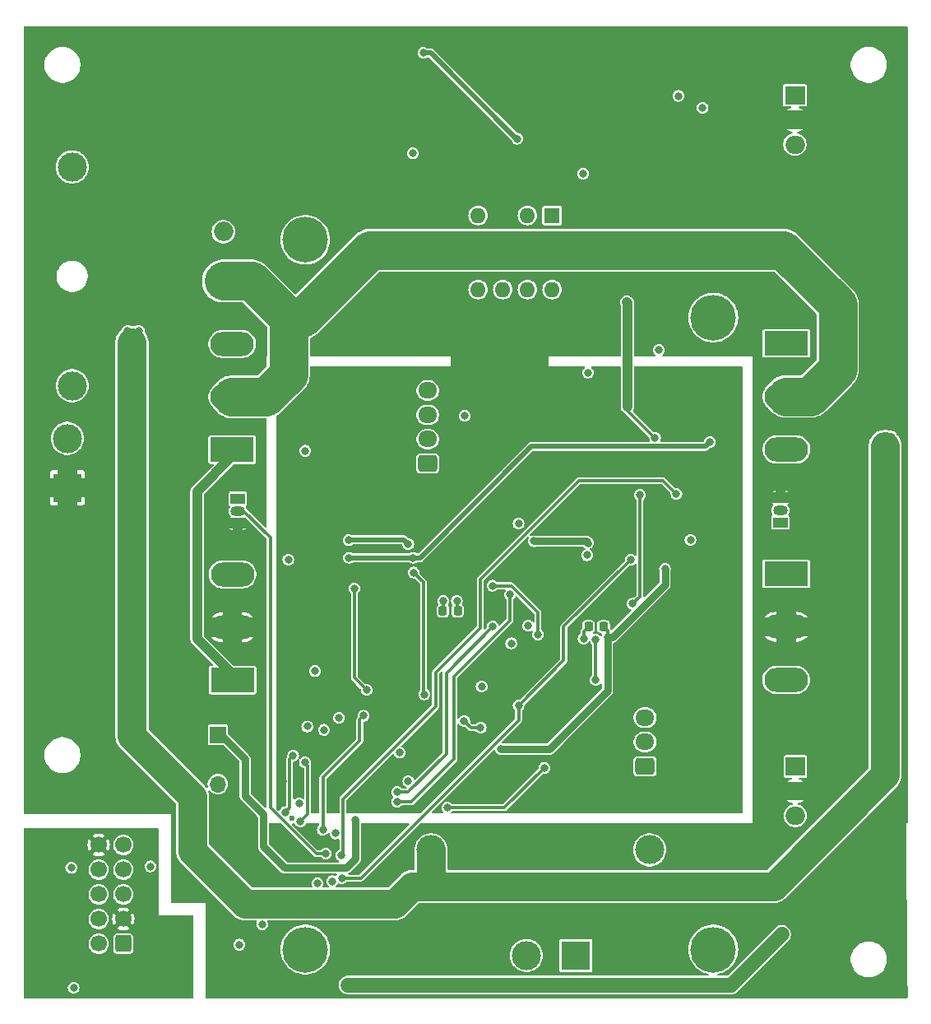
<source format=gbr>
%TF.GenerationSoftware,KiCad,Pcbnew,8.0.0*%
%TF.CreationDate,2024-03-22T17:01:39+01:00*%
%TF.ProjectId,PrezisoinPowerSupply,5072657a-6973-46f6-996e-506f77657253,rev?*%
%TF.SameCoordinates,Original*%
%TF.FileFunction,Copper,L4,Bot*%
%TF.FilePolarity,Positive*%
%FSLAX46Y46*%
G04 Gerber Fmt 4.6, Leading zero omitted, Abs format (unit mm)*
G04 Created by KiCad (PCBNEW 8.0.0) date 2024-03-22 17:01:39*
%MOMM*%
%LPD*%
G01*
G04 APERTURE LIST*
G04 Aperture macros list*
%AMRoundRect*
0 Rectangle with rounded corners*
0 $1 Rounding radius*
0 $2 $3 $4 $5 $6 $7 $8 $9 X,Y pos of 4 corners*
0 Add a 4 corners polygon primitive as box body*
4,1,4,$2,$3,$4,$5,$6,$7,$8,$9,$2,$3,0*
0 Add four circle primitives for the rounded corners*
1,1,$1+$1,$2,$3*
1,1,$1+$1,$4,$5*
1,1,$1+$1,$6,$7*
1,1,$1+$1,$8,$9*
0 Add four rect primitives between the rounded corners*
20,1,$1+$1,$2,$3,$4,$5,0*
20,1,$1+$1,$4,$5,$6,$7,0*
20,1,$1+$1,$6,$7,$8,$9,0*
20,1,$1+$1,$8,$9,$2,$3,0*%
G04 Aperture macros list end*
%TA.AperFunction,ComponentPad*%
%ADD10R,1.500000X1.050000*%
%TD*%
%TA.AperFunction,ComponentPad*%
%ADD11O,1.500000X1.050000*%
%TD*%
%TA.AperFunction,ComponentPad*%
%ADD12C,4.700000*%
%TD*%
%TA.AperFunction,ComponentPad*%
%ADD13RoundRect,0.250000X0.725000X-0.600000X0.725000X0.600000X-0.725000X0.600000X-0.725000X-0.600000X0*%
%TD*%
%TA.AperFunction,ComponentPad*%
%ADD14O,1.950000X1.700000*%
%TD*%
%TA.AperFunction,ComponentPad*%
%ADD15C,3.000000*%
%TD*%
%TA.AperFunction,ComponentPad*%
%ADD16R,1.600000X1.600000*%
%TD*%
%TA.AperFunction,ComponentPad*%
%ADD17O,1.600000X1.600000*%
%TD*%
%TA.AperFunction,ComponentPad*%
%ADD18R,1.700000X1.700000*%
%TD*%
%TA.AperFunction,ComponentPad*%
%ADD19O,1.700000X1.700000*%
%TD*%
%TA.AperFunction,ComponentPad*%
%ADD20R,3.000000X3.000000*%
%TD*%
%TA.AperFunction,ComponentPad*%
%ADD21RoundRect,0.250000X0.600000X0.600000X-0.600000X0.600000X-0.600000X-0.600000X0.600000X-0.600000X0*%
%TD*%
%TA.AperFunction,ComponentPad*%
%ADD22C,1.700000*%
%TD*%
%TA.AperFunction,ComponentPad*%
%ADD23R,4.500000X2.500000*%
%TD*%
%TA.AperFunction,ComponentPad*%
%ADD24O,4.500000X2.500000*%
%TD*%
%TA.AperFunction,ComponentPad*%
%ADD25R,2.000000X2.000000*%
%TD*%
%TA.AperFunction,ComponentPad*%
%ADD26O,2.000000X2.000000*%
%TD*%
%TA.AperFunction,SMDPad,CuDef*%
%ADD27RoundRect,0.225000X-0.225000X-0.250000X0.225000X-0.250000X0.225000X0.250000X-0.225000X0.250000X0*%
%TD*%
%TA.AperFunction,SMDPad,CuDef*%
%ADD28RoundRect,0.225000X0.225000X0.250000X-0.225000X0.250000X-0.225000X-0.250000X0.225000X-0.250000X0*%
%TD*%
%TA.AperFunction,ComponentPad*%
%ADD29R,2.000000X1.905000*%
%TD*%
%TA.AperFunction,ComponentPad*%
%ADD30O,2.000000X1.905000*%
%TD*%
%TA.AperFunction,ViaPad*%
%ADD31C,0.800000*%
%TD*%
%TA.AperFunction,ViaPad*%
%ADD32C,0.600000*%
%TD*%
%TA.AperFunction,Conductor*%
%ADD33C,0.300000*%
%TD*%
%TA.AperFunction,Conductor*%
%ADD34C,0.750000*%
%TD*%
%TA.AperFunction,Conductor*%
%ADD35C,1.500000*%
%TD*%
%TA.AperFunction,Conductor*%
%ADD36C,1.000000*%
%TD*%
%TA.AperFunction,Conductor*%
%ADD37C,0.500000*%
%TD*%
%TA.AperFunction,Conductor*%
%ADD38C,4.000000*%
%TD*%
%TA.AperFunction,Conductor*%
%ADD39C,3.000000*%
%TD*%
G04 APERTURE END LIST*
D10*
%TO.P,U9,1,V_{DD}*%
%TO.N,+5V*%
X173900000Y-101070000D03*
D11*
%TO.P,U9,2,V_{OUT}*%
%TO.N,TempData#2*%
X173900000Y-99800000D03*
%TO.P,U9,3,GND*%
%TO.N,GND*%
X173900000Y-98530000D03*
%TD*%
D10*
%TO.P,U8,1,V_{DD}*%
%TO.N,+5V*%
X118050000Y-98610000D03*
D11*
%TO.P,U8,2,V_{OUT}*%
%TO.N,TempData#1*%
X118050000Y-99880000D03*
%TO.P,U8,3,GND*%
%TO.N,GND*%
X118050000Y-101150000D03*
%TD*%
D12*
%TO.P,REF\u002A\u002A,1*%
%TO.N,N/C*%
X167000000Y-145000000D03*
%TD*%
%TO.P,REF\u002A\u002A,1*%
%TO.N,N/C*%
X167000000Y-80000000D03*
%TD*%
D13*
%TO.P,J4,1,Pin_1*%
%TO.N,/LED_SenseEx*%
X159975000Y-126150000D03*
D14*
%TO.P,J4,2,Pin_2*%
%TO.N,+5V*%
X159975000Y-123650000D03*
%TO.P,J4,3,Pin_3*%
%TO.N,/LED_ON*%
X159975000Y-121150000D03*
%TD*%
D15*
%TO.P,F1,1*%
%TO.N,Net-(J1-Pin_2)*%
X101000000Y-87000000D03*
%TO.P,F1,2*%
%TO.N,+VDC*%
X101000000Y-64500000D03*
%TD*%
D16*
%TO.P,U6,1,FB/SHDN*%
%TO.N,Net-(U6-FB{slash}SHDN)*%
X150400000Y-69500000D03*
D17*
%TO.P,U6,2,CAP+*%
%TO.N,Net-(U6-CAP+)*%
X147860000Y-69500000D03*
%TO.P,U6,3,GND*%
%TO.N,GND*%
X145320000Y-69500000D03*
%TO.P,U6,4,CAP-*%
%TO.N,Net-(U6-CAP-)*%
X142780000Y-69500000D03*
%TO.P,U6,5,-VOUT*%
%TO.N,/buckConLDO/-12V*%
X142780000Y-77120000D03*
%TO.P,U6,6,VREF*%
%TO.N,Net-(U6-VREF)*%
X145320000Y-77120000D03*
%TO.P,U6,7,OSC*%
%TO.N,unconnected-(U6-OSC-Pad7)*%
X147860000Y-77120000D03*
%TO.P,U6,8,V+*%
%TO.N,/buckConLDO/+15V*%
X150400000Y-77120000D03*
%TD*%
D18*
%TO.P,J2,1,Pin_1*%
%TO.N,+5V*%
X116000000Y-122900000D03*
D19*
%TO.P,J2,2,Pin_2*%
%TO.N,GND*%
X116000000Y-125440000D03*
%TO.P,J2,3,Pin_3*%
%TO.N,UPDI*%
X116000000Y-127980000D03*
%TD*%
D15*
%TO.P,F2,1*%
%TO.N,/outHi*%
X137950000Y-134750000D03*
%TO.P,F2,2*%
%TO.N,Net-(J6-Pin_1)*%
X160450000Y-134750000D03*
%TD*%
D20*
%TO.P,J1,1,Pin_1*%
%TO.N,GND*%
X100500000Y-97500000D03*
D15*
%TO.P,J1,2,Pin_2*%
%TO.N,Net-(J1-Pin_2)*%
X100500000Y-92420000D03*
%TD*%
D21*
%TO.P,J3,1,Pin_1*%
%TO.N,ISO DataOut1*%
X106265000Y-144400000D03*
D22*
%TO.P,J3,2,Pin_2*%
%TO.N,ISO DataOut2*%
X103725000Y-144400000D03*
%TO.P,J3,3,Pin_3*%
%TO.N,VCCQ*%
X106265000Y-141860000D03*
%TO.P,J3,4,Pin_4*%
%TO.N,ISOTx*%
X103725000Y-141860000D03*
%TO.P,J3,5,Pin_5*%
%TO.N,GND1*%
X106265000Y-139320000D03*
%TO.P,J3,6,Pin_6*%
%TO.N,ISORx*%
X103725000Y-139320000D03*
%TO.P,J3,7,Pin_7*%
%TO.N,ISO DataIn2*%
X106265000Y-136780000D03*
%TO.P,J3,8,Pin_8*%
%TO.N,ISO DataIn1*%
X103725000Y-136780000D03*
%TO.P,J3,9,Pin_9*%
%TO.N,GND1*%
X106265000Y-134240000D03*
%TO.P,J3,10,Pin_10*%
%TO.N,VCCQ*%
X103725000Y-134240000D03*
%TD*%
D20*
%TO.P,J6,1,Pin_1*%
%TO.N,Net-(J6-Pin_1)*%
X152840000Y-145600000D03*
D15*
%TO.P,J6,2,Pin_2*%
%TO.N,/outLOW*%
X147760000Y-145600000D03*
%TD*%
D12*
%TO.P,REF\u002A\u002A,1*%
%TO.N,N/C*%
X125000000Y-72000000D03*
%TD*%
D13*
%TO.P,J5,1,Pin_1*%
%TO.N,/IntSense-*%
X137600000Y-95000000D03*
D14*
%TO.P,J5,2,Pin_2*%
%TO.N,/IntSense+*%
X137600000Y-92500000D03*
%TO.P,J5,3,Pin_3*%
%TO.N,/ExSense-*%
X137600000Y-90000000D03*
%TO.P,J5,4,Pin_4*%
%TO.N,/ExSense+*%
X137600000Y-87500000D03*
%TD*%
D12*
%TO.P,REF\u002A\u002A,1*%
%TO.N,N/C*%
X125000000Y-145000000D03*
%TD*%
D23*
%TO.P,Q1,1,G*%
%TO.N,Net-(Q1-G)*%
X174520000Y-82650000D03*
D24*
%TO.P,Q1,2,D*%
%TO.N,Net-(D5-K)*%
X174520000Y-88100000D03*
%TO.P,Q1,3,S*%
%TO.N,Net-(Q1-S)*%
X174520000Y-93550000D03*
%TD*%
D25*
%TO.P,D5,1,K*%
%TO.N,Net-(D5-K)*%
X116555000Y-76240000D03*
D26*
%TO.P,D5,2,A*%
%TO.N,+VDC*%
X116555000Y-71160000D03*
%TD*%
D23*
%TO.P,Q9,1,G*%
%TO.N,Net-(Q1-G)*%
X117480000Y-93600000D03*
D24*
%TO.P,Q9,2,D*%
%TO.N,Net-(D5-K)*%
X117480000Y-88150000D03*
%TO.P,Q9,3,S*%
%TO.N,Net-(Q9-S)*%
X117480000Y-82700000D03*
%TD*%
D23*
%TO.P,Q4,1,G*%
%TO.N,Net-(Q1-G)*%
X117500000Y-117300000D03*
D24*
%TO.P,Q4,2,D*%
%TO.N,GND*%
X117500000Y-111850000D03*
%TO.P,Q4,3,S*%
%TO.N,Net-(Q4-S)*%
X117500000Y-106400000D03*
%TD*%
D27*
%TO.P,C20,1*%
%TO.N,+12V*%
X154150000Y-111800000D03*
%TO.P,C20,2*%
%TO.N,-12V*%
X155700000Y-111800000D03*
%TD*%
D28*
%TO.P,C45,1*%
%TO.N,+12V*%
X140700000Y-110140000D03*
%TO.P,C45,2*%
%TO.N,-12V*%
X139150000Y-110140000D03*
%TD*%
D29*
%TO.P,U14,1,VI*%
%TO.N,/buckConLDO/12V*%
X175445000Y-126160000D03*
D30*
%TO.P,U14,2,GND*%
%TO.N,GND*%
X175445000Y-128700000D03*
%TO.P,U14,3,VO*%
%TO.N,/buckConLDO/Vout 5V*%
X175445000Y-131240000D03*
%TD*%
D29*
%TO.P,U18,1,VI*%
%TO.N,/buckConLDO/+15V*%
X175400000Y-57120000D03*
D30*
%TO.P,U18,2,GND*%
%TO.N,GND*%
X175400000Y-59660000D03*
%TO.P,U18,3,VO*%
%TO.N,/buckConLDO/12V*%
X175400000Y-62200000D03*
%TD*%
D23*
%TO.P,Q2,1,G*%
%TO.N,Net-(Q1-G)*%
X174500000Y-106350000D03*
D24*
%TO.P,Q2,2,D*%
%TO.N,GND*%
X174500000Y-111800000D03*
%TO.P,Q2,3,S*%
%TO.N,Net-(Q2-S)*%
X174500000Y-117250000D03*
%TD*%
D31*
%TO.N,GND*%
X139700000Y-78850000D03*
X133750000Y-78400000D03*
X179300000Y-73000000D03*
X175100000Y-69800000D03*
X184450000Y-82300000D03*
X180050000Y-89450000D03*
X172300000Y-96500000D03*
X177650000Y-120900000D03*
X164700000Y-135700000D03*
X164550000Y-133200000D03*
X137750000Y-129200000D03*
X162000000Y-129750000D03*
X168950000Y-125300000D03*
X165500000Y-125300000D03*
X165550000Y-121800000D03*
X165650000Y-112350000D03*
D32*
%TO.N,TempData#2*%
X123650000Y-131450000D03*
D31*
%TO.N,Net-(U3-+)*%
X159450000Y-98250000D03*
X158700000Y-109432500D03*
%TO.N,GND*%
X145200000Y-134700000D03*
X152200000Y-80600000D03*
X185500000Y-51500000D03*
X141162500Y-63662500D03*
X158950000Y-118250000D03*
X124300000Y-135600000D03*
X145400000Y-93800000D03*
X130900000Y-63600000D03*
X148300000Y-80600000D03*
X160400000Y-69300000D03*
X153200000Y-98800000D03*
X116000000Y-149100000D03*
X132000000Y-67300000D03*
X141400000Y-133000000D03*
X141175000Y-69450000D03*
X102500000Y-100500000D03*
X148800000Y-133500000D03*
X182300000Y-133200000D03*
X148500000Y-98300000D03*
X142200000Y-134700000D03*
X183900000Y-76000000D03*
X140312500Y-141520000D03*
X172300000Y-109500000D03*
X147700000Y-112850000D03*
X154600000Y-135600000D03*
X134100000Y-70200000D03*
X133600000Y-133650000D03*
X168450000Y-110800000D03*
X110500000Y-130000000D03*
X123600000Y-117900000D03*
X167600000Y-64700000D03*
X178500000Y-61400000D03*
X178400000Y-127000000D03*
X155100000Y-95250000D03*
X165200000Y-64700000D03*
X122650000Y-127650000D03*
X113700000Y-119900000D03*
X149650000Y-127950000D03*
X155950000Y-101100000D03*
X150062500Y-61612500D03*
X132500000Y-63650000D03*
X147750000Y-123050000D03*
X125050000Y-114250000D03*
X138800000Y-145500000D03*
X135550000Y-110350000D03*
X132400000Y-82500000D03*
X137000000Y-140750000D03*
X129000000Y-109200000D03*
X125000000Y-52500000D03*
X132200000Y-101500000D03*
X115000000Y-52500000D03*
X139850000Y-112350000D03*
X159600000Y-60200000D03*
X173400000Y-121600000D03*
X127250000Y-105950000D03*
X146050000Y-105300000D03*
X114250000Y-66850000D03*
X133900000Y-89700000D03*
X120000000Y-147900000D03*
X147300000Y-130300000D03*
X139900000Y-88600000D03*
X137800000Y-101200000D03*
X116800000Y-121100000D03*
X140800000Y-136100000D03*
X172500000Y-77400000D03*
X178900000Y-108600000D03*
X102500000Y-105000000D03*
X110000000Y-52500000D03*
X126650000Y-65050000D03*
X172500000Y-103600000D03*
X143962500Y-63200000D03*
X139925000Y-69450000D03*
X142900000Y-123450000D03*
X139200000Y-63500000D03*
X137000000Y-143900000D03*
X138000000Y-115100000D03*
X131100000Y-119450000D03*
X179000000Y-111800000D03*
X135900000Y-115500000D03*
X141612500Y-59462500D03*
X168800000Y-98950000D03*
X172400000Y-62800000D03*
X143700000Y-134700000D03*
X166300000Y-89150000D03*
X148900000Y-140900000D03*
X145650000Y-128500000D03*
X149850000Y-120850000D03*
X167100000Y-69100000D03*
X101000000Y-82000000D03*
X132550000Y-133650000D03*
X122248008Y-132601992D03*
X140800000Y-134700000D03*
X143700000Y-136100000D03*
X145300000Y-83200000D03*
X110000000Y-65850000D03*
X134612500Y-51662500D03*
X175700000Y-140600000D03*
X119800000Y-137850000D03*
X176500000Y-148000000D03*
X173200000Y-126000000D03*
X112800000Y-138500000D03*
X103000000Y-111500000D03*
X102500000Y-120000000D03*
X167400000Y-105200000D03*
X111600000Y-113800000D03*
X160500000Y-102500000D03*
X137000000Y-142250000D03*
X152200000Y-56500000D03*
X162950000Y-89550000D03*
X151400000Y-133100000D03*
X131200000Y-116950000D03*
X140950000Y-97450000D03*
X141062500Y-61562500D03*
X120000000Y-52500000D03*
X131250000Y-106150000D03*
X133900000Y-122600000D03*
X124650000Y-67050000D03*
X179800000Y-97000000D03*
X157350000Y-142000000D03*
X141050000Y-84400000D03*
X178600000Y-57100000D03*
X123050000Y-60300000D03*
X138800000Y-144000000D03*
X145850000Y-119150000D03*
X155250000Y-110050000D03*
X169500000Y-51500000D03*
X145300000Y-87600000D03*
X148650000Y-91500000D03*
X143500000Y-140750000D03*
X142162500Y-61662500D03*
X124700000Y-111600000D03*
X127350000Y-87150000D03*
X155250000Y-90300000D03*
X101500000Y-71000000D03*
X123250000Y-94250000D03*
X162000000Y-80000000D03*
X138750000Y-142250000D03*
X142200000Y-136100000D03*
X172100000Y-56900000D03*
X132300000Y-110400000D03*
X114650000Y-60200000D03*
X161900000Y-145900000D03*
X163800000Y-61200000D03*
X155350000Y-98750000D03*
X141700000Y-66800000D03*
X148950000Y-84450000D03*
X154600000Y-133100000D03*
X146000000Y-126000000D03*
X158700000Y-62500000D03*
X155450000Y-80000000D03*
X165050000Y-101000000D03*
X157250000Y-146500000D03*
X127400000Y-93700000D03*
X116050000Y-141900000D03*
X115800000Y-133900000D03*
X142000000Y-144700000D03*
X102500000Y-115000000D03*
X126600000Y-62300000D03*
X129150000Y-118050000D03*
X173400000Y-134100000D03*
X134800000Y-93100000D03*
X111850000Y-65100000D03*
X140200000Y-82600000D03*
X151200000Y-107800000D03*
X181400000Y-124100000D03*
X143862500Y-61562500D03*
X135400000Y-134400000D03*
X168700000Y-120950000D03*
X184200000Y-87900000D03*
X131300000Y-133650000D03*
X139062500Y-58862500D03*
X176000000Y-103700000D03*
X128950000Y-63550000D03*
X155500000Y-128600000D03*
X148700000Y-87250000D03*
X113700000Y-114600000D03*
X134400000Y-135450000D03*
X142000000Y-140750000D03*
X138750000Y-140750000D03*
X99000000Y-60000000D03*
X151400000Y-136000000D03*
X110550000Y-101650000D03*
X126900000Y-115450000D03*
X142700000Y-102300000D03*
X163700000Y-66900000D03*
X170400000Y-133900000D03*
X119900000Y-96800000D03*
X122800000Y-101050000D03*
X157000000Y-51500000D03*
X151700000Y-118700000D03*
X163200000Y-104250000D03*
X100800000Y-130000000D03*
X110550000Y-78750000D03*
X136400000Y-67300000D03*
X143500000Y-142250000D03*
X138450000Y-122350000D03*
X120300000Y-121600000D03*
X159300000Y-112200000D03*
X127850000Y-130121140D03*
X122750000Y-99050000D03*
X168950000Y-89550000D03*
X105600000Y-129900000D03*
X142000000Y-142250000D03*
X169050000Y-130200000D03*
X148800000Y-136200000D03*
X111400000Y-109600000D03*
X139062500Y-61562500D03*
X179700000Y-136100000D03*
X127950000Y-97650000D03*
X111900000Y-62000000D03*
X182700000Y-66700000D03*
X149800000Y-143400000D03*
X110000000Y-88350000D03*
X125850000Y-103100000D03*
X131400000Y-134950000D03*
X103000000Y-95000000D03*
X131200000Y-125550000D03*
X136300000Y-124800000D03*
X145100000Y-103100000D03*
X151412500Y-61612500D03*
X137000000Y-145400000D03*
X134450000Y-120050000D03*
X145200000Y-136100000D03*
X178000000Y-51500000D03*
X106500000Y-55000000D03*
X175900000Y-96300000D03*
X133600000Y-130600000D03*
X148200000Y-107000000D03*
X163000000Y-141300000D03*
X162200000Y-109000000D03*
X135100000Y-95800000D03*
X168900000Y-101300000D03*
X122700000Y-67100000D03*
X169350000Y-94400000D03*
X163900000Y-55400000D03*
X143400000Y-133000000D03*
X134150000Y-62600000D03*
X155650000Y-125000000D03*
X111500000Y-118600000D03*
X140212500Y-58862500D03*
X150662500Y-58862500D03*
X125050000Y-60400000D03*
%TO.N,+5V*%
X120400000Y-130800000D03*
X130150000Y-135650000D03*
X174050000Y-143450000D03*
X129450000Y-148650000D03*
X130150000Y-131700000D03*
%TO.N,Net-(Q1-G)*%
X154100000Y-85650000D03*
%TO.N,Net-(RN2D-R4.2)*%
X144270331Y-107579669D03*
X148950000Y-112600000D03*
%TO.N,+12V*%
X164650000Y-102850000D03*
X153650000Y-113000000D03*
X140600000Y-109150000D03*
X154000000Y-104437500D03*
X146950000Y-101200000D03*
X141357169Y-121507169D03*
X143050000Y-122200000D03*
%TO.N,ON*%
X158500000Y-104900000D03*
X128750000Y-137650000D03*
X146955330Y-119905330D03*
%TO.N,-12V*%
X145152500Y-124402500D03*
X148550000Y-103000000D03*
X154100000Y-103175000D03*
X156100000Y-112850000D03*
X139200000Y-109150000D03*
X129450000Y-102900000D03*
X135600000Y-103300000D03*
X162025000Y-105859999D03*
%TO.N,+36V*%
X158100000Y-78400000D03*
X158150000Y-89150000D03*
X161000000Y-92400000D03*
%TO.N,SCK*%
X122930331Y-130869669D03*
X123750000Y-125050000D03*
%TO.N,MoSi*%
X124950000Y-125750000D03*
X124500000Y-131850000D03*
%TO.N,+VDC*%
X166644831Y-92794831D03*
X136062500Y-63112500D03*
X136100000Y-104700000D03*
X161400000Y-83350000D03*
X129500000Y-104700000D03*
X153600000Y-65200000D03*
%TO.N,ON PhotoMos*%
X128700000Y-135300000D03*
X163200000Y-98150000D03*
%TO.N,/outHi*%
X184120000Y-117300000D03*
X107700000Y-107700000D03*
X107850000Y-83950000D03*
X106700000Y-82650000D03*
X184120000Y-118550000D03*
X185320000Y-94750000D03*
X106700000Y-83950000D03*
X106550000Y-107750000D03*
X106550000Y-106400000D03*
X185320000Y-92250000D03*
X185320000Y-93500000D03*
X184170000Y-94750000D03*
X106550000Y-105100000D03*
X185270000Y-116000000D03*
X107700000Y-105100000D03*
X106700000Y-81350000D03*
X184170000Y-93500000D03*
X185270000Y-118550000D03*
X161000000Y-138500000D03*
X184120000Y-116000000D03*
X107850000Y-82650000D03*
X184170000Y-92250000D03*
X185270000Y-117300000D03*
X107850000Y-81350000D03*
X107700000Y-106400000D03*
%TO.N,2\u002C5Vref*%
X126000000Y-116362500D03*
X135600000Y-127700000D03*
%TO.N,SDA*%
X126250000Y-138200000D03*
X125200000Y-122050000D03*
%TO.N,SCL*%
X127775000Y-137975000D03*
X126900000Y-122400000D03*
%TO.N,Rx*%
X118200000Y-144500000D03*
X120550000Y-142400000D03*
%TO.N,TempData#1*%
X127114339Y-135135661D03*
%TO.N,UPDI*%
X124350000Y-129950000D03*
%TO.N,RESET*%
X126800000Y-132700000D03*
X131000000Y-120950000D03*
%TO.N,DRDY*%
X128100000Y-133050000D03*
X128469669Y-121180331D03*
%TO.N,GND1*%
X101150000Y-148950000D03*
X100900000Y-136600000D03*
X109050000Y-136450000D03*
%TO.N,/I+DACout*%
X144300000Y-111750000D03*
X146200000Y-113500000D03*
X134450000Y-128800000D03*
%TO.N,/VDACout*%
X146050000Y-108500000D03*
X134450000Y-129800003D03*
%TO.N,/I-DACout*%
X143150000Y-117950000D03*
X134700000Y-124750000D03*
%TO.N,VCCQ*%
X110900000Y-148000000D03*
%TO.N,SensSW*%
X139600000Y-130400000D03*
X149600000Y-126300000D03*
X123250000Y-104900000D03*
%TO.N,/buckConLDO/+15V*%
X146800000Y-61600000D03*
X137150000Y-52775000D03*
%TO.N,Net-(U20-THR)*%
X163400000Y-57200000D03*
X165900000Y-58400000D03*
%TO.N,Net-(U10A--)*%
X154900000Y-113142500D03*
X154900000Y-117282501D03*
%TO.N,Net-(JP2-B)*%
X131300000Y-118300000D03*
X130050000Y-107850000D03*
%TO.N,Net-(RN5A-R1.2)*%
X137250000Y-118750000D03*
X136150000Y-106225000D03*
X147950000Y-111700000D03*
%TO.N,/IntSense+*%
X125000000Y-93700000D03*
X141400000Y-90100000D03*
%TD*%
D33*
%TO.N,MoSi*%
X125250000Y-131100000D02*
X125250000Y-126050000D01*
X124500000Y-131850000D02*
X125250000Y-131100000D01*
X125250000Y-126050000D02*
X124950000Y-125750000D01*
%TO.N,SCK*%
X123400000Y-125400000D02*
X123750000Y-125050000D01*
X123400000Y-130400000D02*
X123400000Y-125400000D01*
X122930331Y-130869669D02*
X123400000Y-130400000D01*
%TO.N,TempData#1*%
X121400000Y-130400000D02*
X126135661Y-135135661D01*
X126135661Y-135135661D02*
X127114339Y-135135661D01*
X121400000Y-102625000D02*
X121400000Y-130400000D01*
X118655000Y-99880000D02*
X121400000Y-102625000D01*
X118050000Y-99880000D02*
X118655000Y-99880000D01*
%TO.N,Net-(U3-+)*%
X158700000Y-109432500D02*
X159450000Y-108682500D01*
X159450000Y-108682500D02*
X159450000Y-98250000D01*
D34*
%TO.N,+5V*%
X118800000Y-125400000D02*
X116300000Y-122900000D01*
X120400000Y-130800000D02*
X120700000Y-131100000D01*
D35*
X129450000Y-148650000D02*
X129400000Y-148650000D01*
D34*
X118800000Y-129200000D02*
X118800000Y-125400000D01*
D35*
X174050000Y-143450000D02*
X168850000Y-148650000D01*
D34*
X120700000Y-134400000D02*
X122900000Y-136600000D01*
X116300000Y-122900000D02*
X116000000Y-122900000D01*
X122900000Y-136600000D02*
X129200000Y-136600000D01*
X129200000Y-136600000D02*
X130150000Y-135650000D01*
X130150000Y-135650000D02*
X130150000Y-131700000D01*
X120400000Y-130800000D02*
X118800000Y-129200000D01*
D35*
X168850000Y-148650000D02*
X129450000Y-148650000D01*
D34*
X120700000Y-131100000D02*
X120700000Y-134400000D01*
D36*
%TO.N,Net-(Q1-G)*%
X113850000Y-97880000D02*
X113850000Y-113050000D01*
X117500000Y-116700000D02*
X117500000Y-117300000D01*
X117480000Y-94250000D02*
X113850000Y-97880000D01*
X117480000Y-93600000D02*
X117480000Y-94250000D01*
X113850000Y-113050000D02*
X117500000Y-116700000D01*
D33*
%TO.N,Net-(RN2D-R4.2)*%
X148950000Y-110339339D02*
X146190330Y-107579669D01*
X148950000Y-112600000D02*
X148950000Y-110339339D01*
X146190330Y-107579669D02*
X144270331Y-107579669D01*
%TO.N,+12V*%
X140600000Y-110040000D02*
X140700000Y-110140000D01*
X140600000Y-109150000D02*
X140600000Y-110040000D01*
X142050000Y-122200000D02*
X141357169Y-121507169D01*
X153650000Y-112300000D02*
X154150000Y-111800000D01*
X143050000Y-122200000D02*
X142050000Y-122200000D01*
X153650000Y-113000000D02*
X153650000Y-112300000D01*
%TO.N,ON*%
X128750000Y-137650000D02*
X130700000Y-137650000D01*
X130700000Y-137650000D02*
X146955330Y-121394670D01*
X146955330Y-121394670D02*
X146955330Y-119905330D01*
X151600000Y-111800000D02*
X158500000Y-104900000D01*
X146955330Y-119905330D02*
X151600000Y-115260661D01*
X151600000Y-115260661D02*
X151600000Y-111800000D01*
D34*
%TO.N,-12V*%
X162025000Y-107486359D02*
X162025000Y-105859999D01*
X156100000Y-112850000D02*
X156661359Y-112850000D01*
X150097500Y-124402500D02*
X156100000Y-118400000D01*
D37*
X135150000Y-102850000D02*
X129500000Y-102850000D01*
D33*
X139200000Y-109150000D02*
X139200000Y-110090000D01*
D34*
X156661359Y-112850000D02*
X162025000Y-107486359D01*
D37*
X135600000Y-103300000D02*
X135150000Y-102850000D01*
D33*
X139200000Y-110090000D02*
X139150000Y-110140000D01*
D34*
X153925000Y-103000000D02*
X154100000Y-103175000D01*
D37*
X129500000Y-102850000D02*
X129450000Y-102900000D01*
D34*
X145152500Y-124402500D02*
X150097500Y-124402500D01*
D33*
X156100000Y-112200000D02*
X155700000Y-111800000D01*
X156100000Y-112850000D02*
X156100000Y-112200000D01*
D34*
X156100000Y-118400000D02*
X156100000Y-112850000D01*
X148550000Y-103000000D02*
X153925000Y-103000000D01*
D33*
%TO.N,+36V*%
X158150000Y-89550000D02*
X158150000Y-89150000D01*
D36*
X158150000Y-89150000D02*
X158150000Y-78450000D01*
D33*
X161000000Y-92400000D02*
X158150000Y-89550000D01*
D36*
X158150000Y-78450000D02*
X158100000Y-78400000D01*
D37*
%TO.N,+VDC*%
X129500000Y-104700000D02*
X136100000Y-104700000D01*
X166189662Y-93250000D02*
X166644831Y-92794831D01*
X136800000Y-104700000D02*
X148250000Y-93250000D01*
X148250000Y-93250000D02*
X166189662Y-93250000D01*
X136100000Y-104700000D02*
X136800000Y-104700000D01*
D38*
%TO.N,Net-(D5-K)*%
X123275000Y-85825000D02*
X123275000Y-80050000D01*
X123275000Y-80050000D02*
X119465000Y-76240000D01*
X176970000Y-88100000D02*
X179800000Y-85270000D01*
X117480000Y-88150000D02*
X120950000Y-88150000D01*
X120950000Y-88150000D02*
X123275000Y-85825000D01*
X131675000Y-73075000D02*
X124700000Y-80050000D01*
X119465000Y-76240000D02*
X116555000Y-76240000D01*
X179800000Y-85270000D02*
X179800000Y-78700000D01*
X179800000Y-78700000D02*
X174175000Y-73075000D01*
X174520000Y-88100000D02*
X176970000Y-88100000D01*
X174175000Y-73075000D02*
X131675000Y-73075000D01*
X124700000Y-80050000D02*
X123275000Y-80050000D01*
D33*
%TO.N,ON PhotoMos*%
X161800000Y-96750000D02*
X153200000Y-96750000D01*
X138400000Y-119989339D02*
X128850000Y-129539339D01*
X138400000Y-116500000D02*
X138400000Y-119989339D01*
X143000000Y-106950000D02*
X143000000Y-111900000D01*
X128850000Y-129539339D02*
X128850000Y-135150000D01*
X128850000Y-135150000D02*
X128700000Y-135300000D01*
X143000000Y-111900000D02*
X138400000Y-116500000D01*
X153200000Y-96750000D02*
X143000000Y-106950000D01*
X163200000Y-98150000D02*
X161800000Y-96750000D01*
D39*
%TO.N,/outHi*%
X107150000Y-82550000D02*
X107150000Y-123050000D01*
X134200000Y-140300000D02*
X136000000Y-138500000D01*
X161000000Y-138500000D02*
X173200000Y-138500000D01*
X137950000Y-138500000D02*
X138000000Y-138500000D01*
X113400000Y-134900000D02*
X118800000Y-140300000D01*
X113400000Y-129300000D02*
X113400000Y-134900000D01*
X137950000Y-134750000D02*
X137950000Y-138500000D01*
X138000000Y-138500000D02*
X161000000Y-138500000D01*
X136000000Y-138500000D02*
X138000000Y-138500000D01*
X118800000Y-140300000D02*
X134200000Y-140300000D01*
X184700000Y-127000000D02*
X184700000Y-93250000D01*
X173200000Y-138500000D02*
X184700000Y-127000000D01*
X107150000Y-123050000D02*
X113400000Y-129300000D01*
D33*
%TO.N,RESET*%
X130600000Y-121350000D02*
X130600000Y-123500000D01*
X130600000Y-123500000D02*
X126800000Y-127300000D01*
X131000000Y-120950000D02*
X130600000Y-121350000D01*
X126800000Y-127300000D02*
X126800000Y-132700000D01*
%TO.N,/I+DACout*%
X135560661Y-128800000D02*
X134450000Y-128800000D01*
X139500000Y-116550000D02*
X139500000Y-124860661D01*
X139500000Y-124860661D02*
X135560661Y-128800000D01*
X144300000Y-111750000D02*
X139500000Y-116550000D01*
%TO.N,/VDACout*%
X134450000Y-129800003D02*
X135899997Y-129800003D01*
X146050000Y-111150000D02*
X146050000Y-108500000D01*
X140300000Y-125400000D02*
X140300000Y-116900000D01*
X135899997Y-129800003D02*
X140300000Y-125400000D01*
X140300000Y-116900000D02*
X146050000Y-111150000D01*
%TO.N,SensSW*%
X139600000Y-130400000D02*
X145500000Y-130400000D01*
X145500000Y-130400000D02*
X149600000Y-126300000D01*
D37*
%TO.N,/buckConLDO/+15V*%
X146800000Y-61650000D02*
X146800000Y-61600000D01*
X146750000Y-61600000D02*
X137925000Y-52775000D01*
X137925000Y-52775000D02*
X137150000Y-52775000D01*
X146800000Y-61650000D02*
X146800000Y-61650000D01*
X146800000Y-61600000D02*
X146750000Y-61600000D01*
D33*
%TO.N,Net-(U10A--)*%
X154900000Y-113142500D02*
X154900000Y-117282501D01*
%TO.N,Net-(JP2-B)*%
X131300000Y-118300000D02*
X130050000Y-117050000D01*
X130050000Y-117050000D02*
X130050000Y-107850000D01*
%TO.N,Net-(RN5A-R1.2)*%
X137150000Y-118650000D02*
X137150000Y-107225000D01*
X137250000Y-118750000D02*
X137150000Y-118650000D01*
X137150000Y-107225000D02*
X136150000Y-106225000D01*
%TD*%
%TA.AperFunction,Conductor*%
%TO.N,GND*%
G36*
X150000000Y-85000000D02*
G01*
X153669022Y-85000000D01*
X153727213Y-85018907D01*
X153763177Y-85068407D01*
X153763177Y-85129593D01*
X153729289Y-85177542D01*
X153671723Y-85221713D01*
X153671713Y-85221723D01*
X153575462Y-85347160D01*
X153575462Y-85347161D01*
X153514957Y-85493233D01*
X153514955Y-85493241D01*
X153494318Y-85649999D01*
X153494318Y-85650000D01*
X153514955Y-85806758D01*
X153514957Y-85806766D01*
X153575462Y-85952838D01*
X153575462Y-85952839D01*
X153671713Y-86078276D01*
X153671718Y-86078282D01*
X153797159Y-86174536D01*
X153943238Y-86235044D01*
X154060809Y-86250522D01*
X154099999Y-86255682D01*
X154100000Y-86255682D01*
X154100001Y-86255682D01*
X154131352Y-86251554D01*
X154256762Y-86235044D01*
X154402841Y-86174536D01*
X154528282Y-86078282D01*
X154624536Y-85952841D01*
X154685044Y-85806762D01*
X154705682Y-85650000D01*
X154685044Y-85493238D01*
X154624537Y-85347161D01*
X154624537Y-85347160D01*
X154528286Y-85221723D01*
X154528285Y-85221722D01*
X154528282Y-85221718D01*
X154528277Y-85221714D01*
X154528276Y-85221713D01*
X154470711Y-85177542D01*
X154436055Y-85127118D01*
X154437656Y-85065953D01*
X154474904Y-85017411D01*
X154530978Y-85000000D01*
X157350500Y-85000000D01*
X157408691Y-85018907D01*
X157444655Y-85068407D01*
X157449500Y-85099000D01*
X157449500Y-89218993D01*
X157471649Y-89330345D01*
X157476420Y-89354327D01*
X157476420Y-89354329D01*
X157529222Y-89481806D01*
X157529228Y-89481817D01*
X157605885Y-89596541D01*
X157703458Y-89694114D01*
X157818182Y-89770771D01*
X157818184Y-89770772D01*
X157818185Y-89770772D01*
X157818189Y-89770775D01*
X157897137Y-89803475D01*
X157929252Y-89824934D01*
X160372592Y-92268274D01*
X160400369Y-92322791D01*
X160400741Y-92351197D01*
X160394318Y-92399995D01*
X160394318Y-92400000D01*
X160414955Y-92556758D01*
X160414957Y-92556767D01*
X160458801Y-92662615D01*
X160463602Y-92723611D01*
X160431632Y-92775780D01*
X160375104Y-92799195D01*
X160367337Y-92799500D01*
X148190691Y-92799500D01*
X148120567Y-92818289D01*
X148076109Y-92830202D01*
X148034651Y-92854139D01*
X147973388Y-92889509D01*
X136642393Y-104220504D01*
X136587876Y-104248281D01*
X136572389Y-104249500D01*
X136532932Y-104249500D01*
X136474741Y-104230593D01*
X136472684Y-104229056D01*
X136402841Y-104175464D01*
X136402840Y-104175463D01*
X136402838Y-104175462D01*
X136256766Y-104114957D01*
X136256758Y-104114955D01*
X136100001Y-104094318D01*
X136099999Y-104094318D01*
X135943241Y-104114955D01*
X135943233Y-104114957D01*
X135797161Y-104175462D01*
X135758994Y-104204748D01*
X135727334Y-104229042D01*
X135669659Y-104249466D01*
X135667068Y-104249500D01*
X129932932Y-104249500D01*
X129874741Y-104230593D01*
X129872684Y-104229056D01*
X129802841Y-104175464D01*
X129802840Y-104175463D01*
X129802838Y-104175462D01*
X129656766Y-104114957D01*
X129656758Y-104114955D01*
X129500001Y-104094318D01*
X129499999Y-104094318D01*
X129343241Y-104114955D01*
X129343233Y-104114957D01*
X129197161Y-104175462D01*
X129197160Y-104175462D01*
X129071723Y-104271713D01*
X129071713Y-104271723D01*
X128975462Y-104397160D01*
X128975462Y-104397161D01*
X128914957Y-104543233D01*
X128914955Y-104543241D01*
X128894318Y-104699999D01*
X128894318Y-104700000D01*
X128914955Y-104856758D01*
X128914957Y-104856766D01*
X128975462Y-105002838D01*
X128975462Y-105002839D01*
X129070186Y-105126286D01*
X129071718Y-105128282D01*
X129197159Y-105224536D01*
X129197160Y-105224536D01*
X129197161Y-105224537D01*
X129318881Y-105274955D01*
X129343238Y-105285044D01*
X129443852Y-105298290D01*
X129499999Y-105305682D01*
X129500000Y-105305682D01*
X129500001Y-105305682D01*
X129531352Y-105301554D01*
X129656762Y-105285044D01*
X129802841Y-105224536D01*
X129872665Y-105170957D01*
X129930341Y-105150534D01*
X129932932Y-105150500D01*
X135667068Y-105150500D01*
X135725259Y-105169407D01*
X135727315Y-105170943D01*
X135797159Y-105224536D01*
X135797160Y-105224536D01*
X135797161Y-105224537D01*
X135918881Y-105274955D01*
X135943238Y-105285044D01*
X136043852Y-105298290D01*
X136099999Y-105305682D01*
X136100000Y-105305682D01*
X136100001Y-105305682D01*
X136131352Y-105301554D01*
X136256762Y-105285044D01*
X136402841Y-105224536D01*
X136472665Y-105170957D01*
X136530341Y-105150534D01*
X136532932Y-105150500D01*
X136859309Y-105150500D01*
X136949669Y-105126287D01*
X136949672Y-105126287D01*
X136962903Y-105122741D01*
X136973887Y-105119799D01*
X137076614Y-105060489D01*
X140937103Y-101200000D01*
X146344318Y-101200000D01*
X146364955Y-101356758D01*
X146364957Y-101356766D01*
X146425462Y-101502838D01*
X146425462Y-101502839D01*
X146425464Y-101502841D01*
X146521718Y-101628282D01*
X146647159Y-101724536D01*
X146793238Y-101785044D01*
X146910809Y-101800522D01*
X146949999Y-101805682D01*
X146950000Y-101805682D01*
X146950001Y-101805682D01*
X146981352Y-101801554D01*
X147106762Y-101785044D01*
X147252841Y-101724536D01*
X147378282Y-101628282D01*
X147474536Y-101502841D01*
X147535044Y-101356762D01*
X147555682Y-101200000D01*
X147535044Y-101043238D01*
X147474537Y-100897161D01*
X147474537Y-100897160D01*
X147378286Y-100771723D01*
X147378285Y-100771722D01*
X147378282Y-100771718D01*
X147378277Y-100771714D01*
X147378276Y-100771713D01*
X147252838Y-100675462D01*
X147106766Y-100614957D01*
X147106758Y-100614955D01*
X146950001Y-100594318D01*
X146949999Y-100594318D01*
X146793241Y-100614955D01*
X146793233Y-100614957D01*
X146647161Y-100675462D01*
X146647160Y-100675462D01*
X146521723Y-100771713D01*
X146521713Y-100771723D01*
X146425462Y-100897160D01*
X146425462Y-100897161D01*
X146364957Y-101043233D01*
X146364955Y-101043241D01*
X146344318Y-101199999D01*
X146344318Y-101200000D01*
X140937103Y-101200000D01*
X148407607Y-93729496D01*
X148462124Y-93701719D01*
X148477611Y-93700500D01*
X166248971Y-93700500D01*
X166339331Y-93676287D01*
X166339334Y-93676287D01*
X166352565Y-93672741D01*
X166363549Y-93669799D01*
X166466276Y-93610489D01*
X166657253Y-93419510D01*
X166711767Y-93391734D01*
X166714290Y-93391368D01*
X166801593Y-93379875D01*
X166947672Y-93319367D01*
X167073113Y-93223113D01*
X167169367Y-93097672D01*
X167229875Y-92951593D01*
X167250513Y-92794831D01*
X167229875Y-92638069D01*
X167196199Y-92556767D01*
X167169368Y-92491992D01*
X167169368Y-92491991D01*
X167073117Y-92366554D01*
X167073116Y-92366553D01*
X167073113Y-92366549D01*
X167073108Y-92366545D01*
X167073107Y-92366544D01*
X166947669Y-92270293D01*
X166801597Y-92209788D01*
X166801589Y-92209786D01*
X166644832Y-92189149D01*
X166644830Y-92189149D01*
X166488072Y-92209786D01*
X166488064Y-92209788D01*
X166341992Y-92270293D01*
X166341991Y-92270293D01*
X166216554Y-92366544D01*
X166216544Y-92366554D01*
X166120293Y-92491991D01*
X166120293Y-92491992D01*
X166059787Y-92638068D01*
X166049866Y-92713423D01*
X166023525Y-92768648D01*
X165969754Y-92797842D01*
X165951713Y-92799500D01*
X161632663Y-92799500D01*
X161574472Y-92780593D01*
X161538508Y-92731093D01*
X161538508Y-92669907D01*
X161541199Y-92662615D01*
X161585042Y-92556767D01*
X161585042Y-92556766D01*
X161585044Y-92556762D01*
X161605682Y-92400000D01*
X161605225Y-92396532D01*
X161585044Y-92243241D01*
X161585044Y-92243238D01*
X161524537Y-92097161D01*
X161524537Y-92097160D01*
X161428286Y-91971723D01*
X161428285Y-91971722D01*
X161428282Y-91971718D01*
X161428277Y-91971714D01*
X161428276Y-91971713D01*
X161302838Y-91875462D01*
X161156766Y-91814957D01*
X161156758Y-91814955D01*
X161000001Y-91794318D01*
X160999996Y-91794318D01*
X160951197Y-91800741D01*
X160891037Y-91789589D01*
X160868274Y-91772592D01*
X158750807Y-89655125D01*
X158723030Y-89600608D01*
X158732601Y-89540176D01*
X158738497Y-89530118D01*
X158770770Y-89481819D01*
X158770771Y-89481816D01*
X158770775Y-89481811D01*
X158823580Y-89354328D01*
X158850500Y-89218993D01*
X158850500Y-85099000D01*
X158869407Y-85040809D01*
X158918907Y-85004845D01*
X158949500Y-85000000D01*
X169901000Y-85000000D01*
X169959191Y-85018907D01*
X169995155Y-85068407D01*
X170000000Y-85099000D01*
X170000000Y-130901000D01*
X169981093Y-130959191D01*
X169931593Y-130995155D01*
X169901000Y-131000000D01*
X140095571Y-131000000D01*
X140037380Y-130981093D01*
X140001416Y-130931593D01*
X140001416Y-130870407D01*
X140025567Y-130830996D01*
X140028273Y-130828288D01*
X140028282Y-130828282D01*
X140058245Y-130789232D01*
X140108669Y-130754577D01*
X140136787Y-130750500D01*
X145546142Y-130750500D01*
X145546144Y-130750500D01*
X145635288Y-130726614D01*
X145659029Y-130712907D01*
X145715212Y-130680470D01*
X149468276Y-126927404D01*
X149522791Y-126899629D01*
X149551197Y-126899257D01*
X149600000Y-126905682D01*
X149756762Y-126885044D01*
X149902841Y-126824536D01*
X149929247Y-126804274D01*
X158799500Y-126804274D01*
X158802353Y-126834694D01*
X158802355Y-126834703D01*
X158847207Y-126962883D01*
X158927845Y-127072144D01*
X158927847Y-127072146D01*
X158927850Y-127072150D01*
X158927853Y-127072152D01*
X158927855Y-127072154D01*
X159037116Y-127152792D01*
X159037117Y-127152792D01*
X159037118Y-127152793D01*
X159165301Y-127197646D01*
X159195725Y-127200499D01*
X159195727Y-127200500D01*
X159195734Y-127200500D01*
X160754273Y-127200500D01*
X160754273Y-127200499D01*
X160784699Y-127197646D01*
X160912882Y-127152793D01*
X161022150Y-127072150D01*
X161102793Y-126962882D01*
X161147646Y-126834699D01*
X161150499Y-126804273D01*
X161150500Y-126804273D01*
X161150500Y-125495727D01*
X161150499Y-125495725D01*
X161147646Y-125465301D01*
X161102793Y-125337118D01*
X161101262Y-125335044D01*
X161022154Y-125227855D01*
X161022152Y-125227853D01*
X161022150Y-125227850D01*
X161022146Y-125227847D01*
X161022144Y-125227845D01*
X160912883Y-125147207D01*
X160784703Y-125102355D01*
X160784694Y-125102353D01*
X160754274Y-125099500D01*
X160754266Y-125099500D01*
X159195734Y-125099500D01*
X159195725Y-125099500D01*
X159165305Y-125102353D01*
X159165296Y-125102355D01*
X159037116Y-125147207D01*
X158927855Y-125227845D01*
X158927845Y-125227855D01*
X158847207Y-125337116D01*
X158802355Y-125465296D01*
X158802353Y-125465305D01*
X158799500Y-125495725D01*
X158799500Y-126804274D01*
X149929247Y-126804274D01*
X150028282Y-126728282D01*
X150124536Y-126602841D01*
X150185044Y-126456762D01*
X150205682Y-126300000D01*
X150185044Y-126143238D01*
X150147600Y-126052841D01*
X150124537Y-125997161D01*
X150124537Y-125997160D01*
X150028286Y-125871723D01*
X150028285Y-125871722D01*
X150028282Y-125871718D01*
X150028277Y-125871714D01*
X150028276Y-125871713D01*
X149902838Y-125775462D01*
X149756766Y-125714957D01*
X149756758Y-125714955D01*
X149600001Y-125694318D01*
X149599999Y-125694318D01*
X149443241Y-125714955D01*
X149443233Y-125714957D01*
X149297161Y-125775462D01*
X149297160Y-125775462D01*
X149171723Y-125871713D01*
X149171713Y-125871723D01*
X149075462Y-125997160D01*
X149075462Y-125997161D01*
X149014957Y-126143233D01*
X149014955Y-126143241D01*
X148994318Y-126299999D01*
X148994318Y-126300002D01*
X149000741Y-126348800D01*
X148989590Y-126408961D01*
X148972592Y-126431724D01*
X145383814Y-130020504D01*
X145329297Y-130048281D01*
X145313810Y-130049500D01*
X140136787Y-130049500D01*
X140078596Y-130030593D01*
X140058245Y-130010767D01*
X140028285Y-129971722D01*
X140028282Y-129971718D01*
X140028277Y-129971714D01*
X140028276Y-129971713D01*
X139902838Y-129875462D01*
X139756766Y-129814957D01*
X139756758Y-129814955D01*
X139600001Y-129794318D01*
X139599999Y-129794318D01*
X139443241Y-129814955D01*
X139443233Y-129814957D01*
X139297161Y-129875462D01*
X139297160Y-129875462D01*
X139171723Y-129971713D01*
X139171713Y-129971723D01*
X139075462Y-130097160D01*
X139075462Y-130097161D01*
X139014957Y-130243233D01*
X139014955Y-130243241D01*
X138994318Y-130399999D01*
X138994318Y-130400000D01*
X139014955Y-130556758D01*
X139014957Y-130556766D01*
X139075462Y-130702838D01*
X139075462Y-130702839D01*
X139166032Y-130820872D01*
X139171718Y-130828282D01*
X139171722Y-130828285D01*
X139174433Y-130830996D01*
X139202210Y-130885513D01*
X139192639Y-130945945D01*
X139149374Y-130989210D01*
X139104429Y-131000000D01*
X138084689Y-131000000D01*
X138026498Y-130981093D01*
X137990534Y-130931593D01*
X137990534Y-130870407D01*
X138014685Y-130830996D01*
X141181649Y-127664032D01*
X144392809Y-124452871D01*
X144447324Y-124425096D01*
X144507756Y-124434667D01*
X144551021Y-124477932D01*
X144560964Y-124509954D01*
X144567455Y-124559259D01*
X144567457Y-124559266D01*
X144627962Y-124705338D01*
X144627962Y-124705339D01*
X144662231Y-124749999D01*
X144724218Y-124830782D01*
X144849659Y-124927036D01*
X144995738Y-124987544D01*
X145113309Y-125003022D01*
X145152499Y-125008182D01*
X145152500Y-125008182D01*
X145152501Y-125008182D01*
X145183852Y-125004054D01*
X145309262Y-124987544D01*
X145314110Y-124985535D01*
X145351995Y-124978000D01*
X150173264Y-124978000D01*
X150173266Y-124978000D01*
X150319635Y-124938781D01*
X150319637Y-124938779D01*
X150319639Y-124938779D01*
X150450860Y-124863018D01*
X150450860Y-124863017D01*
X150450865Y-124863015D01*
X151560413Y-123753467D01*
X158799500Y-123753467D01*
X158839869Y-123956418D01*
X158919058Y-124147597D01*
X158971087Y-124225464D01*
X159034023Y-124319655D01*
X159180345Y-124465977D01*
X159352402Y-124580941D01*
X159543580Y-124660130D01*
X159746535Y-124700500D01*
X159746536Y-124700500D01*
X160203464Y-124700500D01*
X160203465Y-124700500D01*
X160406420Y-124660130D01*
X160597598Y-124580941D01*
X160769655Y-124465977D01*
X160915977Y-124319655D01*
X161030941Y-124147598D01*
X161110130Y-123956420D01*
X161150500Y-123753465D01*
X161150500Y-123546535D01*
X161110130Y-123343580D01*
X161030941Y-123152402D01*
X160915977Y-122980345D01*
X160769655Y-122834023D01*
X160761054Y-122828276D01*
X160597597Y-122719058D01*
X160406418Y-122639869D01*
X160203467Y-122599500D01*
X160203465Y-122599500D01*
X159746535Y-122599500D01*
X159746532Y-122599500D01*
X159543581Y-122639869D01*
X159352402Y-122719058D01*
X159180348Y-122834020D01*
X159034020Y-122980348D01*
X158919058Y-123152402D01*
X158839869Y-123343581D01*
X158799500Y-123546532D01*
X158799500Y-123753467D01*
X151560413Y-123753467D01*
X154060413Y-121253467D01*
X158799500Y-121253467D01*
X158839869Y-121456418D01*
X158919058Y-121647597D01*
X159030883Y-121814956D01*
X159034023Y-121819655D01*
X159180345Y-121965977D01*
X159352402Y-122080941D01*
X159543580Y-122160130D01*
X159746535Y-122200500D01*
X159746536Y-122200500D01*
X160203464Y-122200500D01*
X160203465Y-122200500D01*
X160406420Y-122160130D01*
X160597598Y-122080941D01*
X160769655Y-121965977D01*
X160915977Y-121819655D01*
X161030941Y-121647598D01*
X161110130Y-121456420D01*
X161150500Y-121253465D01*
X161150500Y-121046535D01*
X161110130Y-120843580D01*
X161030941Y-120652402D01*
X160915977Y-120480345D01*
X160769655Y-120334023D01*
X160769651Y-120334020D01*
X160597597Y-120219058D01*
X160406418Y-120139869D01*
X160203467Y-120099500D01*
X160203465Y-120099500D01*
X159746535Y-120099500D01*
X159746532Y-120099500D01*
X159543581Y-120139869D01*
X159352402Y-120219058D01*
X159180348Y-120334020D01*
X159034020Y-120480348D01*
X158919058Y-120652402D01*
X158839869Y-120843581D01*
X158799500Y-121046532D01*
X158799500Y-121253467D01*
X154060413Y-121253467D01*
X156560515Y-118753365D01*
X156565166Y-118745310D01*
X156636279Y-118622139D01*
X156636279Y-118622137D01*
X156636281Y-118622135D01*
X156675500Y-118475766D01*
X156675500Y-118324233D01*
X156675500Y-113517977D01*
X156694407Y-113459786D01*
X156743907Y-113423822D01*
X156748848Y-113422358D01*
X156883494Y-113386281D01*
X157014724Y-113310515D01*
X162485515Y-107839724D01*
X162545149Y-107736435D01*
X162561279Y-107708498D01*
X162561279Y-107708496D01*
X162561281Y-107708494D01*
X162600500Y-107562125D01*
X162600500Y-107410592D01*
X162600500Y-106059494D01*
X162608036Y-106021608D01*
X162610044Y-106016761D01*
X162630682Y-105859999D01*
X162610044Y-105703237D01*
X162549537Y-105557160D01*
X162549537Y-105557159D01*
X162453286Y-105431722D01*
X162453285Y-105431721D01*
X162453282Y-105431717D01*
X162453277Y-105431713D01*
X162453276Y-105431712D01*
X162327838Y-105335461D01*
X162181766Y-105274956D01*
X162181758Y-105274954D01*
X162025001Y-105254317D01*
X162024999Y-105254317D01*
X161868241Y-105274954D01*
X161868233Y-105274956D01*
X161722161Y-105335461D01*
X161722160Y-105335461D01*
X161596723Y-105431712D01*
X161596713Y-105431722D01*
X161500462Y-105557159D01*
X161500462Y-105557160D01*
X161439957Y-105703232D01*
X161439955Y-105703240D01*
X161419318Y-105859998D01*
X161419318Y-105859999D01*
X161439955Y-106016757D01*
X161439956Y-106016762D01*
X161441964Y-106021608D01*
X161449500Y-106059494D01*
X161449500Y-107206970D01*
X161430593Y-107265161D01*
X161420504Y-107276974D01*
X159969504Y-108727974D01*
X159914987Y-108755751D01*
X159854555Y-108746180D01*
X159811290Y-108702915D01*
X159800500Y-108657970D01*
X159800500Y-102850000D01*
X164044318Y-102850000D01*
X164064955Y-103006758D01*
X164064957Y-103006766D01*
X164125462Y-103152838D01*
X164125462Y-103152839D01*
X164163830Y-103202841D01*
X164221718Y-103278282D01*
X164347159Y-103374536D01*
X164347160Y-103374536D01*
X164347161Y-103374537D01*
X164476913Y-103428282D01*
X164493238Y-103435044D01*
X164610809Y-103450522D01*
X164649999Y-103455682D01*
X164650000Y-103455682D01*
X164650001Y-103455682D01*
X164681352Y-103451554D01*
X164806762Y-103435044D01*
X164952841Y-103374536D01*
X165078282Y-103278282D01*
X165174536Y-103152841D01*
X165235044Y-103006762D01*
X165255682Y-102850000D01*
X165235044Y-102693238D01*
X165220916Y-102659129D01*
X165174537Y-102547161D01*
X165174537Y-102547160D01*
X165078286Y-102421723D01*
X165078285Y-102421722D01*
X165078282Y-102421718D01*
X165078277Y-102421714D01*
X165078276Y-102421713D01*
X164952838Y-102325462D01*
X164806766Y-102264957D01*
X164806758Y-102264955D01*
X164650001Y-102244318D01*
X164649999Y-102244318D01*
X164493241Y-102264955D01*
X164493233Y-102264957D01*
X164347161Y-102325462D01*
X164347160Y-102325462D01*
X164221723Y-102421713D01*
X164221713Y-102421723D01*
X164125462Y-102547160D01*
X164125462Y-102547161D01*
X164064957Y-102693233D01*
X164064955Y-102693241D01*
X164044318Y-102849999D01*
X164044318Y-102850000D01*
X159800500Y-102850000D01*
X159800500Y-98786787D01*
X159819407Y-98728596D01*
X159839233Y-98708245D01*
X159878282Y-98678282D01*
X159974536Y-98552841D01*
X160035044Y-98406762D01*
X160055682Y-98250000D01*
X160035044Y-98093238D01*
X159974537Y-97947161D01*
X159974537Y-97947160D01*
X159878286Y-97821723D01*
X159878285Y-97821722D01*
X159878282Y-97821718D01*
X159878277Y-97821714D01*
X159878276Y-97821713D01*
X159752838Y-97725462D01*
X159606766Y-97664957D01*
X159606758Y-97664955D01*
X159450001Y-97644318D01*
X159449999Y-97644318D01*
X159293241Y-97664955D01*
X159293233Y-97664957D01*
X159147161Y-97725462D01*
X159147160Y-97725462D01*
X159021723Y-97821713D01*
X159021713Y-97821723D01*
X158925462Y-97947160D01*
X158925462Y-97947161D01*
X158864957Y-98093233D01*
X158864955Y-98093241D01*
X158844318Y-98249999D01*
X158844318Y-98250000D01*
X158864955Y-98406758D01*
X158864957Y-98406766D01*
X158925462Y-98552838D01*
X158925462Y-98552839D01*
X159018844Y-98674537D01*
X159021718Y-98678282D01*
X159021722Y-98678285D01*
X159060767Y-98708245D01*
X159095423Y-98758669D01*
X159099500Y-98786787D01*
X159099500Y-104403929D01*
X159080593Y-104462120D01*
X159031093Y-104498084D01*
X158969907Y-104498084D01*
X158930496Y-104473933D01*
X158928285Y-104471722D01*
X158928282Y-104471718D01*
X158928277Y-104471714D01*
X158928276Y-104471713D01*
X158831116Y-104397160D01*
X158802841Y-104375464D01*
X158802840Y-104375463D01*
X158802838Y-104375462D01*
X158656766Y-104314957D01*
X158656758Y-104314955D01*
X158500001Y-104294318D01*
X158499999Y-104294318D01*
X158343241Y-104314955D01*
X158343233Y-104314957D01*
X158197161Y-104375462D01*
X158197160Y-104375462D01*
X158071723Y-104471713D01*
X158071713Y-104471723D01*
X157975462Y-104597160D01*
X157975462Y-104597161D01*
X157914957Y-104743233D01*
X157914955Y-104743241D01*
X157894318Y-104899999D01*
X157894318Y-104900002D01*
X157900741Y-104948800D01*
X157889590Y-105008961D01*
X157872592Y-105031724D01*
X152947282Y-109957036D01*
X151319530Y-111584788D01*
X151273386Y-111664712D01*
X151250534Y-111749999D01*
X151249500Y-111753857D01*
X151249500Y-115074469D01*
X151230593Y-115132660D01*
X151220504Y-115144473D01*
X147087054Y-119277922D01*
X147032537Y-119305699D01*
X147004130Y-119306071D01*
X146955333Y-119299648D01*
X146955329Y-119299648D01*
X146798571Y-119320285D01*
X146798563Y-119320287D01*
X146652491Y-119380792D01*
X146652490Y-119380792D01*
X146527053Y-119477043D01*
X146527043Y-119477053D01*
X146430792Y-119602490D01*
X146430792Y-119602491D01*
X146370287Y-119748563D01*
X146370285Y-119748571D01*
X146349648Y-119905329D01*
X146349648Y-119905330D01*
X146370285Y-120062088D01*
X146370287Y-120062096D01*
X146430792Y-120208168D01*
X146430792Y-120208169D01*
X146527043Y-120333606D01*
X146527048Y-120333612D01*
X146541000Y-120344318D01*
X146566097Y-120363575D01*
X146600753Y-120413999D01*
X146604830Y-120442117D01*
X146604830Y-121208480D01*
X146585923Y-121266671D01*
X146575834Y-121278484D01*
X136883314Y-130971004D01*
X136828797Y-130998781D01*
X136813310Y-131000000D01*
X129299500Y-131000000D01*
X129241309Y-130981093D01*
X129205345Y-130931593D01*
X129200500Y-130901000D01*
X129200500Y-129725528D01*
X129219407Y-129667337D01*
X129229490Y-129655530D01*
X133970152Y-124914867D01*
X134024667Y-124887092D01*
X134085099Y-124896663D01*
X134128364Y-124939928D01*
X134131618Y-124946988D01*
X134175462Y-125052838D01*
X134175462Y-125052839D01*
X134261493Y-125164957D01*
X134271718Y-125178282D01*
X134397159Y-125274536D01*
X134543238Y-125335044D01*
X134660809Y-125350522D01*
X134699999Y-125355682D01*
X134700000Y-125355682D01*
X134700001Y-125355682D01*
X134731352Y-125351554D01*
X134856762Y-125335044D01*
X135002841Y-125274536D01*
X135128282Y-125178282D01*
X135224536Y-125052841D01*
X135285044Y-124906762D01*
X135305682Y-124750000D01*
X135304954Y-124744474D01*
X135288793Y-124621718D01*
X135285044Y-124593238D01*
X135270971Y-124559262D01*
X135224537Y-124447161D01*
X135224537Y-124447160D01*
X135128286Y-124321723D01*
X135128285Y-124321722D01*
X135128282Y-124321718D01*
X135128277Y-124321714D01*
X135128276Y-124321713D01*
X135002838Y-124225462D01*
X134896988Y-124181618D01*
X134850462Y-124141882D01*
X134836178Y-124082387D01*
X134859593Y-124025859D01*
X134864856Y-124020163D01*
X138680470Y-120204551D01*
X138726614Y-120124627D01*
X138750500Y-120035482D01*
X138750500Y-119943195D01*
X138750500Y-116686188D01*
X138769407Y-116627997D01*
X138779490Y-116616190D01*
X138982560Y-116413120D01*
X139037075Y-116385345D01*
X139097507Y-116394916D01*
X139140772Y-116438181D01*
X139150150Y-116497398D01*
X139150347Y-116497424D01*
X139150259Y-116498087D01*
X139150343Y-116498613D01*
X139149941Y-116500502D01*
X139149500Y-116503857D01*
X139149500Y-124674470D01*
X139130593Y-124732661D01*
X139120504Y-124744474D01*
X136329849Y-127535128D01*
X136275332Y-127562905D01*
X136214900Y-127553334D01*
X136171635Y-127510069D01*
X136168381Y-127503010D01*
X136132417Y-127416185D01*
X136124536Y-127397159D01*
X136028282Y-127271718D01*
X136028277Y-127271714D01*
X136028276Y-127271713D01*
X135957104Y-127217101D01*
X135902841Y-127175464D01*
X135902840Y-127175463D01*
X135902838Y-127175462D01*
X135756766Y-127114957D01*
X135756758Y-127114955D01*
X135600001Y-127094318D01*
X135599999Y-127094318D01*
X135443241Y-127114955D01*
X135443233Y-127114957D01*
X135297161Y-127175462D01*
X135297160Y-127175462D01*
X135171723Y-127271713D01*
X135171713Y-127271723D01*
X135075462Y-127397160D01*
X135075462Y-127397161D01*
X135014957Y-127543233D01*
X135014955Y-127543241D01*
X134994318Y-127699999D01*
X134994318Y-127700000D01*
X135014955Y-127856758D01*
X135014957Y-127856766D01*
X135075462Y-128002838D01*
X135075462Y-128002839D01*
X135075464Y-128002841D01*
X135171718Y-128128282D01*
X135297159Y-128224536D01*
X135364636Y-128252485D01*
X135380449Y-128259036D01*
X135426974Y-128298773D01*
X135441258Y-128358267D01*
X135417843Y-128414795D01*
X135365674Y-128446765D01*
X135342563Y-128449500D01*
X134986787Y-128449500D01*
X134928596Y-128430593D01*
X134908245Y-128410767D01*
X134878285Y-128371722D01*
X134878282Y-128371718D01*
X134878277Y-128371714D01*
X134878276Y-128371713D01*
X134752838Y-128275462D01*
X134606766Y-128214957D01*
X134606758Y-128214955D01*
X134450001Y-128194318D01*
X134449999Y-128194318D01*
X134293241Y-128214955D01*
X134293233Y-128214957D01*
X134147161Y-128275462D01*
X134147160Y-128275462D01*
X134021723Y-128371713D01*
X134021713Y-128371723D01*
X133925462Y-128497160D01*
X133925462Y-128497161D01*
X133864957Y-128643233D01*
X133864955Y-128643241D01*
X133844318Y-128799999D01*
X133844318Y-128800000D01*
X133864955Y-128956758D01*
X133864957Y-128956766D01*
X133925462Y-129102838D01*
X133925462Y-129102839D01*
X134021713Y-129228276D01*
X134021718Y-129228282D01*
X134021722Y-129228285D01*
X134023434Y-129229997D01*
X134024224Y-129231549D01*
X134025668Y-129233430D01*
X134025319Y-129233697D01*
X134051211Y-129284514D01*
X134041640Y-129344946D01*
X134023439Y-129369999D01*
X134021719Y-129371718D01*
X133925462Y-129497163D01*
X133925462Y-129497164D01*
X133864957Y-129643236D01*
X133864955Y-129643244D01*
X133844318Y-129800002D01*
X133844318Y-129800003D01*
X133864955Y-129956761D01*
X133864957Y-129956769D01*
X133925462Y-130102841D01*
X133925462Y-130102842D01*
X134019181Y-130224979D01*
X134021718Y-130228285D01*
X134147159Y-130324539D01*
X134147160Y-130324539D01*
X134147161Y-130324540D01*
X134293233Y-130385045D01*
X134293238Y-130385047D01*
X134406810Y-130399999D01*
X134449999Y-130405685D01*
X134450000Y-130405685D01*
X134450001Y-130405685D01*
X134493182Y-130400000D01*
X134606762Y-130385047D01*
X134752841Y-130324539D01*
X134878282Y-130228285D01*
X134908245Y-130189235D01*
X134958669Y-130154580D01*
X134986787Y-130150503D01*
X135946139Y-130150503D01*
X135946141Y-130150503D01*
X136035285Y-130126617D01*
X136047556Y-130119531D01*
X136047559Y-130119531D01*
X136076461Y-130102844D01*
X136115209Y-130080473D01*
X140580470Y-125615212D01*
X140626614Y-125535288D01*
X140626748Y-125534788D01*
X140650500Y-125446144D01*
X140650500Y-121864018D01*
X140669407Y-121805827D01*
X140718907Y-121769863D01*
X140780093Y-121769863D01*
X140828479Y-121805018D01*
X140828683Y-121804862D01*
X140829209Y-121805548D01*
X140829593Y-121805827D01*
X140830524Y-121807261D01*
X140832632Y-121810008D01*
X140832633Y-121810010D01*
X140848427Y-121830593D01*
X140899504Y-121897159D01*
X140928887Y-121935451D01*
X141054328Y-122031705D01*
X141054329Y-122031705D01*
X141054330Y-122031706D01*
X141098496Y-122050000D01*
X141200407Y-122092213D01*
X141357169Y-122112851D01*
X141405968Y-122106426D01*
X141466127Y-122117576D01*
X141488892Y-122134575D01*
X141707156Y-122352838D01*
X141834788Y-122480470D01*
X141914712Y-122526614D01*
X142003856Y-122550500D01*
X142513213Y-122550500D01*
X142571404Y-122569407D01*
X142591754Y-122589232D01*
X142621718Y-122628282D01*
X142621722Y-122628285D01*
X142621723Y-122628286D01*
X142636820Y-122639870D01*
X142747159Y-122724536D01*
X142893238Y-122785044D01*
X143010809Y-122800522D01*
X143049999Y-122805682D01*
X143050000Y-122805682D01*
X143050001Y-122805682D01*
X143081352Y-122801554D01*
X143206762Y-122785044D01*
X143352841Y-122724536D01*
X143478282Y-122628282D01*
X143574536Y-122502841D01*
X143635044Y-122356762D01*
X143655682Y-122200000D01*
X143635044Y-122043238D01*
X143630267Y-122031705D01*
X143574537Y-121897161D01*
X143574537Y-121897160D01*
X143478286Y-121771723D01*
X143478285Y-121771722D01*
X143478282Y-121771718D01*
X143478277Y-121771714D01*
X143478276Y-121771713D01*
X143352838Y-121675462D01*
X143206766Y-121614957D01*
X143206758Y-121614955D01*
X143050001Y-121594318D01*
X143049999Y-121594318D01*
X142893241Y-121614955D01*
X142893233Y-121614957D01*
X142747161Y-121675462D01*
X142747160Y-121675462D01*
X142621723Y-121771713D01*
X142621714Y-121771722D01*
X142610749Y-121786013D01*
X142595760Y-121805548D01*
X142591755Y-121810767D01*
X142541331Y-121845423D01*
X142513213Y-121849500D01*
X142236190Y-121849500D01*
X142177999Y-121830593D01*
X142166186Y-121820504D01*
X141984575Y-121638893D01*
X141956798Y-121584376D01*
X141956426Y-121555971D01*
X141962851Y-121507169D01*
X141942213Y-121350407D01*
X141936698Y-121337093D01*
X141881706Y-121204330D01*
X141881706Y-121204329D01*
X141785455Y-121078892D01*
X141785454Y-121078891D01*
X141785451Y-121078887D01*
X141785446Y-121078883D01*
X141785445Y-121078882D01*
X141660007Y-120982631D01*
X141513935Y-120922126D01*
X141513927Y-120922124D01*
X141357170Y-120901487D01*
X141357168Y-120901487D01*
X141200410Y-120922124D01*
X141200402Y-120922126D01*
X141054330Y-120982631D01*
X141054329Y-120982631D01*
X140928892Y-121078882D01*
X140928882Y-121078892D01*
X140828683Y-121209476D01*
X140826432Y-121207748D01*
X140789758Y-121240764D01*
X140728908Y-121247154D01*
X140675922Y-121216556D01*
X140651041Y-121160658D01*
X140650500Y-121150319D01*
X140650500Y-117950000D01*
X142544318Y-117950000D01*
X142564955Y-118106758D01*
X142564957Y-118106766D01*
X142625462Y-118252838D01*
X142625462Y-118252839D01*
X142721713Y-118378276D01*
X142721718Y-118378282D01*
X142847159Y-118474536D01*
X142847160Y-118474536D01*
X142847161Y-118474537D01*
X142850128Y-118475766D01*
X142993238Y-118535044D01*
X143110809Y-118550522D01*
X143149999Y-118555682D01*
X143150000Y-118555682D01*
X143150001Y-118555682D01*
X143181352Y-118551554D01*
X143306762Y-118535044D01*
X143452841Y-118474536D01*
X143578282Y-118378282D01*
X143674536Y-118252841D01*
X143735044Y-118106762D01*
X143755682Y-117950000D01*
X143735044Y-117793238D01*
X143702619Y-117714957D01*
X143674537Y-117647161D01*
X143674537Y-117647160D01*
X143578286Y-117521723D01*
X143578285Y-117521722D01*
X143578282Y-117521718D01*
X143578277Y-117521714D01*
X143578276Y-117521713D01*
X143452838Y-117425462D01*
X143306766Y-117364957D01*
X143306758Y-117364955D01*
X143150001Y-117344318D01*
X143149999Y-117344318D01*
X142993241Y-117364955D01*
X142993233Y-117364957D01*
X142847161Y-117425462D01*
X142847160Y-117425462D01*
X142721723Y-117521713D01*
X142721713Y-117521723D01*
X142625462Y-117647160D01*
X142625462Y-117647161D01*
X142564957Y-117793233D01*
X142564955Y-117793241D01*
X142544318Y-117949999D01*
X142544318Y-117950000D01*
X140650500Y-117950000D01*
X140650500Y-117086189D01*
X140669407Y-117027998D01*
X140679490Y-117016191D01*
X144195682Y-113500000D01*
X145594318Y-113500000D01*
X145614955Y-113656758D01*
X145614957Y-113656766D01*
X145675462Y-113802838D01*
X145675462Y-113802839D01*
X145675464Y-113802841D01*
X145771718Y-113928282D01*
X145897159Y-114024536D01*
X146043238Y-114085044D01*
X146160809Y-114100522D01*
X146199999Y-114105682D01*
X146200000Y-114105682D01*
X146200001Y-114105682D01*
X146231352Y-114101554D01*
X146356762Y-114085044D01*
X146502841Y-114024536D01*
X146628282Y-113928282D01*
X146724536Y-113802841D01*
X146785044Y-113656762D01*
X146805682Y-113500000D01*
X146785044Y-113343238D01*
X146760558Y-113284124D01*
X146724537Y-113197161D01*
X146724537Y-113197160D01*
X146628286Y-113071723D01*
X146628285Y-113071722D01*
X146628282Y-113071718D01*
X146628277Y-113071714D01*
X146628276Y-113071713D01*
X146502838Y-112975462D01*
X146356766Y-112914957D01*
X146356758Y-112914955D01*
X146200001Y-112894318D01*
X146199999Y-112894318D01*
X146043241Y-112914955D01*
X146043233Y-112914957D01*
X145897161Y-112975462D01*
X145897160Y-112975462D01*
X145771723Y-113071713D01*
X145771713Y-113071723D01*
X145675462Y-113197160D01*
X145675462Y-113197161D01*
X145614957Y-113343233D01*
X145614955Y-113343241D01*
X145594318Y-113499999D01*
X145594318Y-113500000D01*
X144195682Y-113500000D01*
X146330470Y-111365212D01*
X146376614Y-111285288D01*
X146386203Y-111249500D01*
X146400500Y-111196144D01*
X146400500Y-109036787D01*
X146419407Y-108978596D01*
X146439233Y-108958245D01*
X146478282Y-108928282D01*
X146574536Y-108802841D01*
X146618381Y-108696988D01*
X146658117Y-108650463D01*
X146717612Y-108636179D01*
X146774140Y-108659593D01*
X146779849Y-108664870D01*
X148570504Y-110455525D01*
X148598281Y-110510042D01*
X148599500Y-110525529D01*
X148599500Y-111268370D01*
X148580593Y-111326561D01*
X148531093Y-111362525D01*
X148469907Y-111362525D01*
X148421958Y-111328638D01*
X148397514Y-111296782D01*
X148378282Y-111271718D01*
X148378277Y-111271714D01*
X148378276Y-111271713D01*
X148252838Y-111175462D01*
X148106766Y-111114957D01*
X148106758Y-111114955D01*
X147950001Y-111094318D01*
X147949999Y-111094318D01*
X147793241Y-111114955D01*
X147793233Y-111114957D01*
X147647161Y-111175462D01*
X147647160Y-111175462D01*
X147521723Y-111271713D01*
X147521713Y-111271723D01*
X147425462Y-111397160D01*
X147425462Y-111397161D01*
X147364957Y-111543233D01*
X147364955Y-111543241D01*
X147344318Y-111699999D01*
X147344318Y-111700000D01*
X147364955Y-111856758D01*
X147364957Y-111856766D01*
X147425462Y-112002838D01*
X147425462Y-112002839D01*
X147518628Y-112124255D01*
X147521718Y-112128282D01*
X147647159Y-112224536D01*
X147647160Y-112224536D01*
X147647161Y-112224537D01*
X147717946Y-112253857D01*
X147793238Y-112285044D01*
X147910809Y-112300522D01*
X147949999Y-112305682D01*
X147950000Y-112305682D01*
X147950001Y-112305682D01*
X147981352Y-112301554D01*
X148106762Y-112285044D01*
X148182054Y-112253857D01*
X148252835Y-112224539D01*
X148252836Y-112224537D01*
X148252841Y-112224536D01*
X148256867Y-112221446D01*
X148314538Y-112201021D01*
X148373205Y-112218396D01*
X148410455Y-112266935D01*
X148412060Y-112328099D01*
X148408599Y-112337872D01*
X148364957Y-112443232D01*
X148364955Y-112443241D01*
X148344318Y-112599999D01*
X148344318Y-112600000D01*
X148364955Y-112756758D01*
X148364957Y-112756766D01*
X148425462Y-112902838D01*
X148425462Y-112902839D01*
X148505205Y-113006762D01*
X148521718Y-113028282D01*
X148647159Y-113124536D01*
X148647160Y-113124536D01*
X148647161Y-113124537D01*
X148724959Y-113156762D01*
X148793238Y-113185044D01*
X148910809Y-113200522D01*
X148949999Y-113205682D01*
X148950000Y-113205682D01*
X148950001Y-113205682D01*
X148981352Y-113201554D01*
X149106762Y-113185044D01*
X149252841Y-113124536D01*
X149378282Y-113028282D01*
X149474536Y-112902841D01*
X149535044Y-112756762D01*
X149555682Y-112600000D01*
X149535044Y-112443238D01*
X149516525Y-112398529D01*
X149474537Y-112297161D01*
X149474537Y-112297160D01*
X149378281Y-112171716D01*
X149378278Y-112171714D01*
X149339232Y-112141752D01*
X149304577Y-112091328D01*
X149300500Y-112063211D01*
X149300500Y-110293196D01*
X149300500Y-110293195D01*
X149276614Y-110204051D01*
X149266275Y-110186143D01*
X149266274Y-110186141D01*
X149266274Y-110186140D01*
X149230473Y-110124131D01*
X149230471Y-110124129D01*
X149230470Y-110124127D01*
X146405542Y-107299199D01*
X146325618Y-107253055D01*
X146236474Y-107229169D01*
X146236472Y-107229169D01*
X144807118Y-107229169D01*
X144748927Y-107210262D01*
X144728576Y-107190436D01*
X144719690Y-107178856D01*
X144698613Y-107151387D01*
X144698608Y-107151383D01*
X144698607Y-107151382D01*
X144573169Y-107055131D01*
X144427097Y-106994626D01*
X144427089Y-106994624D01*
X144270332Y-106973987D01*
X144270330Y-106973987D01*
X144113572Y-106994624D01*
X144113564Y-106994626D01*
X143967492Y-107055131D01*
X143967491Y-107055131D01*
X143842054Y-107151382D01*
X143842044Y-107151392D01*
X143745793Y-107276829D01*
X143745793Y-107276830D01*
X143685288Y-107422902D01*
X143685286Y-107422910D01*
X143664649Y-107579668D01*
X143664649Y-107579669D01*
X143685286Y-107736427D01*
X143685288Y-107736435D01*
X143745793Y-107882507D01*
X143745793Y-107882508D01*
X143842044Y-108007945D01*
X143842049Y-108007951D01*
X143967490Y-108104205D01*
X143967491Y-108104205D01*
X143967492Y-108104206D01*
X144113564Y-108164711D01*
X144113569Y-108164713D01*
X144231140Y-108180191D01*
X144270330Y-108185351D01*
X144270331Y-108185351D01*
X144270332Y-108185351D01*
X144301683Y-108181223D01*
X144427093Y-108164713D01*
X144573172Y-108104205D01*
X144698613Y-108007951D01*
X144728576Y-107968901D01*
X144779000Y-107934246D01*
X144807118Y-107930169D01*
X145529580Y-107930169D01*
X145587771Y-107949076D01*
X145623735Y-107998576D01*
X145623735Y-108059762D01*
X145608122Y-108089436D01*
X145525462Y-108197160D01*
X145525462Y-108197161D01*
X145464957Y-108343233D01*
X145464955Y-108343241D01*
X145444318Y-108499999D01*
X145444318Y-108500000D01*
X145464955Y-108656758D01*
X145464957Y-108656766D01*
X145525462Y-108802838D01*
X145525462Y-108802839D01*
X145606126Y-108907962D01*
X145621718Y-108928282D01*
X145621722Y-108928285D01*
X145660767Y-108958245D01*
X145695423Y-109008669D01*
X145699500Y-109036787D01*
X145699500Y-110963809D01*
X145680593Y-111022000D01*
X145670504Y-111033813D01*
X145053293Y-111651023D01*
X144998776Y-111678800D01*
X144938344Y-111669229D01*
X144895079Y-111625964D01*
X144886853Y-111599470D01*
X144886723Y-111599506D01*
X144885830Y-111596175D01*
X144885136Y-111593939D01*
X144885044Y-111593238D01*
X144824537Y-111447161D01*
X144824537Y-111447160D01*
X144728286Y-111321723D01*
X144728285Y-111321722D01*
X144728282Y-111321718D01*
X144728277Y-111321714D01*
X144728276Y-111321713D01*
X144602838Y-111225462D01*
X144456766Y-111164957D01*
X144456758Y-111164955D01*
X144300001Y-111144318D01*
X144299999Y-111144318D01*
X144143241Y-111164955D01*
X144143233Y-111164957D01*
X143997161Y-111225462D01*
X143997160Y-111225462D01*
X143871723Y-111321713D01*
X143871713Y-111321723D01*
X143775462Y-111447160D01*
X143775462Y-111447161D01*
X143714957Y-111593233D01*
X143714955Y-111593241D01*
X143694318Y-111749999D01*
X143694318Y-111750002D01*
X143700741Y-111798800D01*
X143689590Y-111858961D01*
X143672592Y-111881724D01*
X143517442Y-112036874D01*
X143462925Y-112064651D01*
X143402493Y-112055080D01*
X143359228Y-112011815D01*
X143349850Y-111952603D01*
X143349653Y-111952578D01*
X143349740Y-111951911D01*
X143349657Y-111951383D01*
X143350058Y-111949494D01*
X143350500Y-111946144D01*
X143350500Y-107136189D01*
X143369407Y-107077998D01*
X143379496Y-107066185D01*
X145592639Y-104853042D01*
X147872044Y-102573636D01*
X147926559Y-102545861D01*
X147986991Y-102555432D01*
X148030256Y-102598697D01*
X148039827Y-102659129D01*
X148027784Y-102693140D01*
X148025462Y-102697161D01*
X147964957Y-102843233D01*
X147964955Y-102843241D01*
X147944318Y-102999999D01*
X147944318Y-103000000D01*
X147964955Y-103156758D01*
X147964957Y-103156766D01*
X148025462Y-103302838D01*
X148025462Y-103302839D01*
X148118844Y-103424537D01*
X148121718Y-103428282D01*
X148247159Y-103524536D01*
X148393238Y-103585044D01*
X148510809Y-103600522D01*
X148549999Y-103605682D01*
X148550000Y-103605682D01*
X148550001Y-103605682D01*
X148581352Y-103601554D01*
X148706762Y-103585044D01*
X148711610Y-103583035D01*
X148749495Y-103575500D01*
X153602929Y-103575500D01*
X153661120Y-103594407D01*
X153669687Y-103601723D01*
X153671716Y-103603280D01*
X153671718Y-103603282D01*
X153674846Y-103605682D01*
X153802307Y-103703486D01*
X153801489Y-103704550D01*
X153837715Y-103744786D01*
X153844108Y-103805636D01*
X153813513Y-103858623D01*
X153785158Y-103876513D01*
X153697160Y-103912963D01*
X153571723Y-104009213D01*
X153571713Y-104009223D01*
X153475462Y-104134660D01*
X153475462Y-104134661D01*
X153414957Y-104280733D01*
X153414955Y-104280741D01*
X153394318Y-104437499D01*
X153394318Y-104437500D01*
X153414955Y-104594258D01*
X153414957Y-104594266D01*
X153475462Y-104740338D01*
X153475462Y-104740339D01*
X153571713Y-104865776D01*
X153571718Y-104865782D01*
X153697159Y-104962036D01*
X153697160Y-104962036D01*
X153697161Y-104962037D01*
X153795666Y-105002839D01*
X153843238Y-105022544D01*
X153960809Y-105038022D01*
X153999999Y-105043182D01*
X154000000Y-105043182D01*
X154000001Y-105043182D01*
X154031352Y-105039054D01*
X154156762Y-105022544D01*
X154302841Y-104962036D01*
X154428282Y-104865782D01*
X154524536Y-104740341D01*
X154585044Y-104594262D01*
X154605682Y-104437500D01*
X154585044Y-104280738D01*
X154524537Y-104134661D01*
X154524537Y-104134660D01*
X154428286Y-104009223D01*
X154428285Y-104009222D01*
X154428282Y-104009218D01*
X154428277Y-104009214D01*
X154428276Y-104009213D01*
X154297693Y-103909014D01*
X154298509Y-103907950D01*
X154262282Y-103867708D01*
X154255893Y-103806857D01*
X154286491Y-103753872D01*
X154314839Y-103735987D01*
X154402841Y-103699536D01*
X154528282Y-103603282D01*
X154624536Y-103477841D01*
X154685044Y-103331762D01*
X154705682Y-103175000D01*
X154703281Y-103156766D01*
X154690116Y-103056766D01*
X154685044Y-103018238D01*
X154680292Y-103006766D01*
X154624537Y-102872161D01*
X154624537Y-102872160D01*
X154528286Y-102746723D01*
X154528285Y-102746722D01*
X154528282Y-102746718D01*
X154528277Y-102746714D01*
X154528276Y-102746713D01*
X154458579Y-102693233D01*
X154402841Y-102650464D01*
X154402839Y-102650463D01*
X154397994Y-102648456D01*
X154365877Y-102626996D01*
X154278365Y-102539485D01*
X154278360Y-102539481D01*
X154147138Y-102463720D01*
X154147140Y-102463720D01*
X154090347Y-102448503D01*
X154000766Y-102424500D01*
X154000764Y-102424500D01*
X148749495Y-102424500D01*
X148711610Y-102416964D01*
X148709634Y-102416146D01*
X148706763Y-102414956D01*
X148706758Y-102414955D01*
X148550001Y-102394318D01*
X148549999Y-102394318D01*
X148393241Y-102414955D01*
X148393233Y-102414957D01*
X148247161Y-102475462D01*
X148243140Y-102477784D01*
X148183291Y-102490503D01*
X148127396Y-102465616D01*
X148096805Y-102412627D01*
X148103202Y-102351777D01*
X148123635Y-102322045D01*
X153316185Y-97129496D01*
X153370702Y-97101719D01*
X153386189Y-97100500D01*
X161613810Y-97100500D01*
X161672001Y-97119407D01*
X161683814Y-97129496D01*
X162572592Y-98018274D01*
X162600369Y-98072791D01*
X162600741Y-98101197D01*
X162594318Y-98149995D01*
X162594318Y-98150000D01*
X162614955Y-98306758D01*
X162614957Y-98306766D01*
X162675462Y-98452838D01*
X162675462Y-98452839D01*
X162675464Y-98452841D01*
X162771718Y-98578282D01*
X162897159Y-98674536D01*
X162897160Y-98674536D01*
X162897161Y-98674537D01*
X163027671Y-98728596D01*
X163043238Y-98735044D01*
X163160809Y-98750522D01*
X163199999Y-98755682D01*
X163200000Y-98755682D01*
X163200001Y-98755682D01*
X163231352Y-98751554D01*
X163356762Y-98735044D01*
X163502841Y-98674536D01*
X163628282Y-98578282D01*
X163724536Y-98452841D01*
X163785044Y-98306762D01*
X163805682Y-98150000D01*
X163785044Y-97993238D01*
X163765958Y-97947160D01*
X163724537Y-97847161D01*
X163724537Y-97847160D01*
X163628286Y-97721723D01*
X163628285Y-97721722D01*
X163628282Y-97721718D01*
X163628277Y-97721714D01*
X163628276Y-97721713D01*
X163502838Y-97625462D01*
X163356766Y-97564957D01*
X163356758Y-97564955D01*
X163200001Y-97544318D01*
X163199996Y-97544318D01*
X163151197Y-97550741D01*
X163091037Y-97539589D01*
X163068274Y-97522592D01*
X162646182Y-97100500D01*
X162015212Y-96469530D01*
X161935288Y-96423386D01*
X161846144Y-96399500D01*
X153153856Y-96399500D01*
X153064712Y-96423386D01*
X153064711Y-96423386D01*
X153064709Y-96423387D01*
X152984790Y-96469529D01*
X142719528Y-106734790D01*
X142676080Y-106810043D01*
X142676081Y-106810044D01*
X142673387Y-106814709D01*
X142673386Y-106814711D01*
X142673386Y-106814712D01*
X142670829Y-106824257D01*
X142649500Y-106903857D01*
X142649500Y-111713810D01*
X142630593Y-111772001D01*
X142620504Y-111783814D01*
X138119530Y-116284788D01*
X138090664Y-116334787D01*
X138090663Y-116334788D01*
X138073387Y-116364709D01*
X138073386Y-116364711D01*
X138073386Y-116364712D01*
X138067858Y-116385345D01*
X138049500Y-116453857D01*
X138049500Y-118711745D01*
X138038594Y-118745310D01*
X138049500Y-118788254D01*
X138049500Y-119803149D01*
X138030593Y-119861340D01*
X138020504Y-119873153D01*
X128569530Y-129324127D01*
X128523386Y-129404051D01*
X128499681Y-129492522D01*
X128499500Y-129493196D01*
X128499500Y-130901000D01*
X128480593Y-130959191D01*
X128431093Y-130995155D01*
X128400500Y-131000000D01*
X127249500Y-131000000D01*
X127191309Y-130981093D01*
X127155345Y-130931593D01*
X127150500Y-130901000D01*
X127150500Y-127486189D01*
X127169407Y-127427998D01*
X127179490Y-127416191D01*
X130880470Y-123715212D01*
X130926614Y-123635288D01*
X130950500Y-123546143D01*
X130950500Y-123453856D01*
X130950500Y-121649019D01*
X130969407Y-121590828D01*
X131018907Y-121554864D01*
X131036573Y-121550867D01*
X131156762Y-121535044D01*
X131302841Y-121474536D01*
X131428282Y-121378282D01*
X131524536Y-121252841D01*
X131585044Y-121106762D01*
X131605682Y-120950000D01*
X131585044Y-120793238D01*
X131524537Y-120647161D01*
X131524537Y-120647160D01*
X131428286Y-120521723D01*
X131428285Y-120521722D01*
X131428282Y-120521718D01*
X131428277Y-120521714D01*
X131428276Y-120521713D01*
X131357104Y-120467101D01*
X131302841Y-120425464D01*
X131302840Y-120425463D01*
X131302838Y-120425462D01*
X131156766Y-120364957D01*
X131156758Y-120364955D01*
X131000001Y-120344318D01*
X130999999Y-120344318D01*
X130843241Y-120364955D01*
X130843233Y-120364957D01*
X130697161Y-120425462D01*
X130697160Y-120425462D01*
X130571723Y-120521713D01*
X130571713Y-120521723D01*
X130475462Y-120647160D01*
X130475462Y-120647161D01*
X130414957Y-120793233D01*
X130414955Y-120793241D01*
X130394318Y-120949999D01*
X130394318Y-120950001D01*
X130400742Y-120998800D01*
X130389591Y-121058961D01*
X130372593Y-121081724D01*
X130319531Y-121134786D01*
X130284152Y-121196062D01*
X130284153Y-121196063D01*
X130273386Y-121214710D01*
X130249500Y-121303857D01*
X130249500Y-123313810D01*
X130230593Y-123372001D01*
X130220504Y-123383814D01*
X126519530Y-127084788D01*
X126473386Y-127164712D01*
X126449500Y-127253857D01*
X126449500Y-130901000D01*
X126430593Y-130959191D01*
X126381093Y-130995155D01*
X126350500Y-131000000D01*
X125699500Y-131000000D01*
X125641309Y-130981093D01*
X125605345Y-130931593D01*
X125600500Y-130901000D01*
X125600500Y-126003857D01*
X125598706Y-125997160D01*
X125576614Y-125914712D01*
X125559626Y-125885288D01*
X125558726Y-125883730D01*
X125545988Y-125823887D01*
X125546286Y-125821358D01*
X125555682Y-125750000D01*
X125535044Y-125593238D01*
X125500367Y-125509520D01*
X125474537Y-125447161D01*
X125474537Y-125447160D01*
X125378286Y-125321723D01*
X125378285Y-125321722D01*
X125378282Y-125321718D01*
X125378277Y-125321714D01*
X125378276Y-125321713D01*
X125255957Y-125227855D01*
X125252841Y-125225464D01*
X125252840Y-125225463D01*
X125252838Y-125225462D01*
X125106766Y-125164957D01*
X125106758Y-125164955D01*
X124950001Y-125144318D01*
X124949999Y-125144318D01*
X124793241Y-125164955D01*
X124793233Y-125164957D01*
X124647161Y-125225462D01*
X124647160Y-125225462D01*
X124521723Y-125321713D01*
X124521716Y-125321720D01*
X124470373Y-125388632D01*
X124419948Y-125423287D01*
X124391826Y-125422550D01*
X124407134Y-125474226D01*
X124399632Y-125509520D01*
X124364957Y-125593232D01*
X124364955Y-125593241D01*
X124344318Y-125749999D01*
X124344318Y-125750000D01*
X124364955Y-125906758D01*
X124364957Y-125906766D01*
X124425462Y-126052838D01*
X124425462Y-126052839D01*
X124494830Y-126143241D01*
X124521718Y-126178282D01*
X124647159Y-126274536D01*
X124793238Y-126335044D01*
X124813421Y-126337701D01*
X124868647Y-126364041D01*
X124897842Y-126417812D01*
X124899500Y-126435854D01*
X124899500Y-129413979D01*
X124880593Y-129472170D01*
X124831093Y-129508134D01*
X124769907Y-129508134D01*
X124740233Y-129492522D01*
X124734775Y-129488334D01*
X124652841Y-129425464D01*
X124652838Y-129425463D01*
X124652836Y-129425461D01*
X124506766Y-129364957D01*
X124506758Y-129364955D01*
X124350001Y-129344318D01*
X124349999Y-129344318D01*
X124193241Y-129364955D01*
X124193233Y-129364957D01*
X124047161Y-129425462D01*
X124047160Y-129425462D01*
X123921723Y-129521713D01*
X123919504Y-129523933D01*
X123917501Y-129524953D01*
X123916570Y-129525668D01*
X123916437Y-129525495D01*
X123864987Y-129551710D01*
X123804555Y-129542139D01*
X123761290Y-129498874D01*
X123750500Y-129453929D01*
X123750500Y-125742436D01*
X123769407Y-125684245D01*
X123818907Y-125648281D01*
X123836572Y-125644284D01*
X123906762Y-125635044D01*
X124052841Y-125574536D01*
X124178282Y-125478282D01*
X124229628Y-125411365D01*
X124280050Y-125376712D01*
X124308171Y-125377448D01*
X124292865Y-125325772D01*
X124300366Y-125290481D01*
X124335044Y-125206762D01*
X124355682Y-125050000D01*
X124335044Y-124893238D01*
X124332498Y-124887092D01*
X124274537Y-124747161D01*
X124274537Y-124747160D01*
X124178286Y-124621723D01*
X124178285Y-124621722D01*
X124178282Y-124621718D01*
X124178277Y-124621714D01*
X124178276Y-124621713D01*
X124096893Y-124559266D01*
X124052841Y-124525464D01*
X124052840Y-124525463D01*
X124052838Y-124525462D01*
X123906766Y-124464957D01*
X123906758Y-124464955D01*
X123750001Y-124444318D01*
X123749999Y-124444318D01*
X123593241Y-124464955D01*
X123593233Y-124464957D01*
X123447161Y-124525462D01*
X123447160Y-124525462D01*
X123321723Y-124621713D01*
X123321713Y-124621723D01*
X123225462Y-124747160D01*
X123225462Y-124747161D01*
X123164957Y-124893233D01*
X123164955Y-124893241D01*
X123144318Y-125049999D01*
X123144318Y-125050000D01*
X123150742Y-125098799D01*
X123139592Y-125158959D01*
X123122597Y-125181719D01*
X123119534Y-125184781D01*
X123119533Y-125184782D01*
X123102774Y-125213810D01*
X123073386Y-125264712D01*
X123053986Y-125337116D01*
X123049500Y-125353857D01*
X123049500Y-130166788D01*
X123030593Y-130224979D01*
X122981093Y-130260943D01*
X122937578Y-130264941D01*
X122930332Y-130263987D01*
X122930330Y-130263987D01*
X122773572Y-130284624D01*
X122773564Y-130284626D01*
X122627492Y-130345131D01*
X122627491Y-130345131D01*
X122502054Y-130441382D01*
X122502044Y-130441392D01*
X122405794Y-130566829D01*
X122361949Y-130672681D01*
X122322212Y-130719206D01*
X122262718Y-130733490D01*
X122206190Y-130710075D01*
X122200481Y-130704799D01*
X122028996Y-130533314D01*
X122001219Y-130478797D01*
X122000000Y-130463310D01*
X122000000Y-122050000D01*
X124594318Y-122050000D01*
X124614955Y-122206758D01*
X124614957Y-122206766D01*
X124675462Y-122352838D01*
X124675462Y-122352839D01*
X124711650Y-122400000D01*
X124771718Y-122478282D01*
X124771722Y-122478285D01*
X124771723Y-122478286D01*
X124774569Y-122480470D01*
X124897159Y-122574536D01*
X124897160Y-122574536D01*
X124897161Y-122574537D01*
X125026901Y-122628277D01*
X125043238Y-122635044D01*
X125160809Y-122650522D01*
X125199999Y-122655682D01*
X125200000Y-122655682D01*
X125200001Y-122655682D01*
X125231352Y-122651554D01*
X125356762Y-122635044D01*
X125502841Y-122574536D01*
X125628282Y-122478282D01*
X125688350Y-122400000D01*
X126294318Y-122400000D01*
X126314955Y-122556758D01*
X126314957Y-122556766D01*
X126375462Y-122702838D01*
X126375462Y-122702839D01*
X126438540Y-122785044D01*
X126471718Y-122828282D01*
X126597159Y-122924536D01*
X126597160Y-122924536D01*
X126597161Y-122924537D01*
X126731901Y-122980348D01*
X126743238Y-122985044D01*
X126860809Y-123000522D01*
X126899999Y-123005682D01*
X126900000Y-123005682D01*
X126900001Y-123005682D01*
X126931352Y-123001554D01*
X127056762Y-122985044D01*
X127202841Y-122924536D01*
X127328282Y-122828282D01*
X127424536Y-122702841D01*
X127485044Y-122556762D01*
X127505682Y-122400000D01*
X127485044Y-122243238D01*
X127469935Y-122206762D01*
X127424537Y-122097161D01*
X127424537Y-122097160D01*
X127328286Y-121971723D01*
X127328285Y-121971722D01*
X127328282Y-121971718D01*
X127328277Y-121971714D01*
X127328276Y-121971713D01*
X127231116Y-121897160D01*
X127202841Y-121875464D01*
X127202840Y-121875463D01*
X127202838Y-121875462D01*
X127056766Y-121814957D01*
X127056758Y-121814955D01*
X126900001Y-121794318D01*
X126899999Y-121794318D01*
X126743241Y-121814955D01*
X126743233Y-121814957D01*
X126597161Y-121875462D01*
X126597160Y-121875462D01*
X126471723Y-121971713D01*
X126471713Y-121971723D01*
X126375462Y-122097160D01*
X126375462Y-122097161D01*
X126314957Y-122243233D01*
X126314955Y-122243241D01*
X126294318Y-122399999D01*
X126294318Y-122400000D01*
X125688350Y-122400000D01*
X125724536Y-122352841D01*
X125785044Y-122206762D01*
X125805682Y-122050000D01*
X125803273Y-122031705D01*
X125790601Y-121935451D01*
X125785044Y-121893238D01*
X125752619Y-121814957D01*
X125724537Y-121747161D01*
X125724537Y-121747160D01*
X125628286Y-121621723D01*
X125628285Y-121621722D01*
X125628282Y-121621718D01*
X125628277Y-121621714D01*
X125628276Y-121621713D01*
X125541156Y-121554864D01*
X125502841Y-121525464D01*
X125502840Y-121525463D01*
X125502838Y-121525462D01*
X125356766Y-121464957D01*
X125356758Y-121464955D01*
X125200001Y-121444318D01*
X125199999Y-121444318D01*
X125043241Y-121464955D01*
X125043233Y-121464957D01*
X124897161Y-121525462D01*
X124897160Y-121525462D01*
X124771723Y-121621713D01*
X124771713Y-121621723D01*
X124675462Y-121747160D01*
X124675462Y-121747161D01*
X124614957Y-121893233D01*
X124614955Y-121893241D01*
X124594318Y-122049999D01*
X124594318Y-122050000D01*
X122000000Y-122050000D01*
X122000000Y-121180331D01*
X127863987Y-121180331D01*
X127884624Y-121337089D01*
X127884626Y-121337097D01*
X127945131Y-121483169D01*
X127945131Y-121483170D01*
X128041382Y-121608607D01*
X128041387Y-121608613D01*
X128166828Y-121704867D01*
X128166829Y-121704867D01*
X128166830Y-121704868D01*
X128312902Y-121765373D01*
X128312907Y-121765375D01*
X128430478Y-121780853D01*
X128469668Y-121786013D01*
X128469669Y-121786013D01*
X128469670Y-121786013D01*
X128501021Y-121781885D01*
X128626431Y-121765375D01*
X128772510Y-121704867D01*
X128897951Y-121608613D01*
X128994205Y-121483172D01*
X129054713Y-121337093D01*
X129075351Y-121180331D01*
X129054713Y-121023569D01*
X129012694Y-120922126D01*
X128994206Y-120877492D01*
X128994206Y-120877491D01*
X128897955Y-120752054D01*
X128897954Y-120752053D01*
X128897951Y-120752049D01*
X128897946Y-120752045D01*
X128897945Y-120752044D01*
X128772507Y-120655793D01*
X128626435Y-120595288D01*
X128626427Y-120595286D01*
X128469670Y-120574649D01*
X128469668Y-120574649D01*
X128312910Y-120595286D01*
X128312902Y-120595288D01*
X128166830Y-120655793D01*
X128166829Y-120655793D01*
X128041392Y-120752044D01*
X128041382Y-120752054D01*
X127945131Y-120877491D01*
X127945131Y-120877492D01*
X127884626Y-121023564D01*
X127884624Y-121023572D01*
X127863987Y-121180330D01*
X127863987Y-121180331D01*
X122000000Y-121180331D01*
X122000000Y-116362500D01*
X125394318Y-116362500D01*
X125414955Y-116519258D01*
X125414957Y-116519266D01*
X125475462Y-116665338D01*
X125475462Y-116665339D01*
X125571713Y-116790776D01*
X125571718Y-116790782D01*
X125697159Y-116887036D01*
X125697160Y-116887036D01*
X125697161Y-116887037D01*
X125810091Y-116933814D01*
X125843238Y-116947544D01*
X125960809Y-116963022D01*
X125999999Y-116968182D01*
X126000000Y-116968182D01*
X126000001Y-116968182D01*
X126031352Y-116964054D01*
X126156762Y-116947544D01*
X126302841Y-116887036D01*
X126428282Y-116790782D01*
X126524536Y-116665341D01*
X126585044Y-116519262D01*
X126605682Y-116362500D01*
X126585044Y-116205738D01*
X126524537Y-116059661D01*
X126524537Y-116059660D01*
X126428286Y-115934223D01*
X126428285Y-115934222D01*
X126428282Y-115934218D01*
X126428277Y-115934214D01*
X126428276Y-115934213D01*
X126302838Y-115837962D01*
X126156766Y-115777457D01*
X126156758Y-115777455D01*
X126000001Y-115756818D01*
X125999999Y-115756818D01*
X125843241Y-115777455D01*
X125843233Y-115777457D01*
X125697161Y-115837962D01*
X125697160Y-115837962D01*
X125571723Y-115934213D01*
X125571713Y-115934223D01*
X125475462Y-116059660D01*
X125475462Y-116059661D01*
X125414957Y-116205733D01*
X125414955Y-116205741D01*
X125394318Y-116362499D01*
X125394318Y-116362500D01*
X122000000Y-116362500D01*
X122000000Y-107850000D01*
X129444318Y-107850000D01*
X129464955Y-108006758D01*
X129464957Y-108006766D01*
X129525462Y-108152838D01*
X129525462Y-108152839D01*
X129621713Y-108278276D01*
X129621718Y-108278282D01*
X129621722Y-108278285D01*
X129660767Y-108308245D01*
X129695423Y-108358669D01*
X129699500Y-108386787D01*
X129699500Y-117096143D01*
X129715075Y-117154274D01*
X129723385Y-117185287D01*
X129723387Y-117185291D01*
X129769528Y-117265209D01*
X129769530Y-117265212D01*
X130251029Y-117746711D01*
X130672592Y-118168274D01*
X130700369Y-118222791D01*
X130700741Y-118251197D01*
X130694318Y-118299995D01*
X130694318Y-118300000D01*
X130714955Y-118456758D01*
X130714957Y-118456766D01*
X130775462Y-118602838D01*
X130775462Y-118602839D01*
X130868944Y-118724667D01*
X130871718Y-118728282D01*
X130997159Y-118824536D01*
X131143238Y-118885044D01*
X131260809Y-118900522D01*
X131299999Y-118905682D01*
X131300000Y-118905682D01*
X131300001Y-118905682D01*
X131331352Y-118901554D01*
X131456762Y-118885044D01*
X131602841Y-118824536D01*
X131728282Y-118728282D01*
X131824536Y-118602841D01*
X131885044Y-118456762D01*
X131905682Y-118300000D01*
X131885044Y-118143238D01*
X131869935Y-118106762D01*
X131824537Y-117997161D01*
X131824537Y-117997160D01*
X131728286Y-117871723D01*
X131728285Y-117871722D01*
X131728282Y-117871718D01*
X131728277Y-117871714D01*
X131728276Y-117871713D01*
X131643988Y-117807037D01*
X131602841Y-117775464D01*
X131602840Y-117775463D01*
X131602838Y-117775462D01*
X131456766Y-117714957D01*
X131456758Y-117714955D01*
X131300001Y-117694318D01*
X131299996Y-117694318D01*
X131251197Y-117700741D01*
X131191037Y-117689589D01*
X131168274Y-117672592D01*
X130429496Y-116933814D01*
X130401719Y-116879297D01*
X130400500Y-116863810D01*
X130400500Y-108386787D01*
X130419407Y-108328596D01*
X130439233Y-108308245D01*
X130478282Y-108278282D01*
X130574536Y-108152841D01*
X130635044Y-108006762D01*
X130655682Y-107850000D01*
X130654328Y-107839719D01*
X130635044Y-107693241D01*
X130635044Y-107693238D01*
X130574537Y-107547161D01*
X130574537Y-107547160D01*
X130478286Y-107421723D01*
X130478285Y-107421722D01*
X130478282Y-107421718D01*
X130478277Y-107421714D01*
X130478276Y-107421713D01*
X130352838Y-107325462D01*
X130206766Y-107264957D01*
X130206758Y-107264955D01*
X130050001Y-107244318D01*
X130049999Y-107244318D01*
X129893241Y-107264955D01*
X129893233Y-107264957D01*
X129747161Y-107325462D01*
X129747160Y-107325462D01*
X129621723Y-107421713D01*
X129621713Y-107421723D01*
X129525462Y-107547160D01*
X129525462Y-107547161D01*
X129464957Y-107693233D01*
X129464955Y-107693241D01*
X129444318Y-107849999D01*
X129444318Y-107850000D01*
X122000000Y-107850000D01*
X122000000Y-106225000D01*
X135544318Y-106225000D01*
X135564955Y-106381758D01*
X135564957Y-106381766D01*
X135625462Y-106527838D01*
X135625462Y-106527839D01*
X135625464Y-106527841D01*
X135721718Y-106653282D01*
X135847159Y-106749536D01*
X135993238Y-106810044D01*
X136150000Y-106830682D01*
X136198799Y-106824257D01*
X136258958Y-106835407D01*
X136281724Y-106852406D01*
X136770504Y-107341186D01*
X136798281Y-107395703D01*
X136799500Y-107411190D01*
X136799500Y-118317067D01*
X136780593Y-118375258D01*
X136779042Y-118377334D01*
X136725462Y-118447160D01*
X136725462Y-118447161D01*
X136664957Y-118593233D01*
X136664955Y-118593241D01*
X136644318Y-118749999D01*
X136644318Y-118750000D01*
X136664955Y-118906758D01*
X136664957Y-118906766D01*
X136725462Y-119052838D01*
X136725462Y-119052839D01*
X136725464Y-119052841D01*
X136821718Y-119178282D01*
X136947159Y-119274536D01*
X136947160Y-119274536D01*
X136947161Y-119274537D01*
X137093233Y-119335042D01*
X137093238Y-119335044D01*
X137210809Y-119350522D01*
X137249999Y-119355682D01*
X137250000Y-119355682D01*
X137250001Y-119355682D01*
X137281352Y-119351554D01*
X137406762Y-119335044D01*
X137552841Y-119274536D01*
X137678282Y-119178282D01*
X137774536Y-119052841D01*
X137835044Y-118906762D01*
X137852347Y-118775332D01*
X137863353Y-118752256D01*
X137852347Y-118724667D01*
X137835044Y-118593241D01*
X137835044Y-118593238D01*
X137810938Y-118535042D01*
X137774537Y-118447161D01*
X137774537Y-118447160D01*
X137678286Y-118321723D01*
X137678285Y-118321722D01*
X137678282Y-118321718D01*
X137678277Y-118321714D01*
X137678276Y-118321713D01*
X137552839Y-118225462D01*
X137549992Y-118223818D01*
X137548417Y-118222069D01*
X137547694Y-118221514D01*
X137547796Y-118221379D01*
X137509055Y-118178345D01*
X137500500Y-118138086D01*
X137500500Y-110423489D01*
X138499500Y-110423489D01*
X138515281Y-110523125D01*
X138515283Y-110523132D01*
X138576470Y-110643217D01*
X138576472Y-110643220D01*
X138671780Y-110738528D01*
X138671782Y-110738529D01*
X138791867Y-110799716D01*
X138791869Y-110799716D01*
X138791874Y-110799719D01*
X138867541Y-110811703D01*
X138891510Y-110815500D01*
X138891512Y-110815500D01*
X139408490Y-110815500D01*
X139429885Y-110812111D01*
X139508126Y-110799719D01*
X139628220Y-110738528D01*
X139723528Y-110643220D01*
X139784719Y-110523126D01*
X139800500Y-110423488D01*
X139800500Y-109856512D01*
X139784719Y-109756874D01*
X139784716Y-109756869D01*
X139784716Y-109756867D01*
X139723529Y-109636782D01*
X139723528Y-109636780D01*
X139705625Y-109618877D01*
X139677850Y-109564363D01*
X139687421Y-109503931D01*
X139697086Y-109488613D01*
X139724536Y-109452841D01*
X139785044Y-109306762D01*
X139801847Y-109179130D01*
X139813183Y-109155362D01*
X139812997Y-109155186D01*
X139809569Y-109144636D01*
X139986816Y-109144636D01*
X139987003Y-109144813D01*
X139998153Y-109179130D01*
X140014955Y-109306758D01*
X140014957Y-109306766D01*
X140075462Y-109452838D01*
X140075462Y-109452839D01*
X140125304Y-109517794D01*
X140145728Y-109575470D01*
X140129673Y-109629667D01*
X140130009Y-109629838D01*
X140129087Y-109631646D01*
X140128350Y-109634136D01*
X140126864Y-109636238D01*
X140126475Y-109636773D01*
X140065283Y-109756867D01*
X140065281Y-109756874D01*
X140049500Y-109856510D01*
X140049500Y-110423489D01*
X140065281Y-110523125D01*
X140065283Y-110523132D01*
X140126470Y-110643217D01*
X140126472Y-110643220D01*
X140221780Y-110738528D01*
X140221782Y-110738529D01*
X140341867Y-110799716D01*
X140341869Y-110799716D01*
X140341874Y-110799719D01*
X140417541Y-110811703D01*
X140441510Y-110815500D01*
X140441512Y-110815500D01*
X140958490Y-110815500D01*
X140979885Y-110812111D01*
X141058126Y-110799719D01*
X141178220Y-110738528D01*
X141273528Y-110643220D01*
X141334719Y-110523126D01*
X141350500Y-110423488D01*
X141350500Y-109856512D01*
X141334719Y-109756874D01*
X141334716Y-109756869D01*
X141334716Y-109756867D01*
X141273529Y-109636782D01*
X141273528Y-109636780D01*
X141178220Y-109541472D01*
X141178217Y-109541470D01*
X141171916Y-109536892D01*
X141173976Y-109534055D01*
X141141423Y-109500868D01*
X141132435Y-109440346D01*
X141138595Y-109418897D01*
X141185044Y-109306762D01*
X141205682Y-109150000D01*
X141185044Y-108993238D01*
X141149722Y-108907964D01*
X141124537Y-108847161D01*
X141124537Y-108847160D01*
X141028286Y-108721723D01*
X141028285Y-108721722D01*
X141028282Y-108721718D01*
X141028277Y-108721714D01*
X141028276Y-108721713D01*
X140902838Y-108625462D01*
X140756766Y-108564957D01*
X140756758Y-108564955D01*
X140600001Y-108544318D01*
X140599999Y-108544318D01*
X140443241Y-108564955D01*
X140443233Y-108564957D01*
X140297161Y-108625462D01*
X140297160Y-108625462D01*
X140171723Y-108721713D01*
X140171713Y-108721723D01*
X140075462Y-108847160D01*
X140075462Y-108847161D01*
X140014957Y-108993233D01*
X140014955Y-108993241D01*
X139998153Y-109120869D01*
X139986816Y-109144636D01*
X139809569Y-109144636D01*
X139801847Y-109120869D01*
X139790777Y-109036787D01*
X139785044Y-108993238D01*
X139749722Y-108907964D01*
X139724537Y-108847161D01*
X139724537Y-108847160D01*
X139628286Y-108721723D01*
X139628285Y-108721722D01*
X139628282Y-108721718D01*
X139628277Y-108721714D01*
X139628276Y-108721713D01*
X139502838Y-108625462D01*
X139356766Y-108564957D01*
X139356758Y-108564955D01*
X139200001Y-108544318D01*
X139199999Y-108544318D01*
X139043241Y-108564955D01*
X139043233Y-108564957D01*
X138897161Y-108625462D01*
X138897160Y-108625462D01*
X138771723Y-108721713D01*
X138771713Y-108721723D01*
X138675462Y-108847160D01*
X138675462Y-108847161D01*
X138614957Y-108993233D01*
X138614955Y-108993241D01*
X138594318Y-109149999D01*
X138594318Y-109150000D01*
X138610871Y-109275738D01*
X138614956Y-109306762D01*
X138675030Y-109451793D01*
X138679831Y-109512789D01*
X138653570Y-109559681D01*
X138576473Y-109636778D01*
X138576470Y-109636782D01*
X138515283Y-109756867D01*
X138515281Y-109756874D01*
X138499500Y-109856510D01*
X138499500Y-110423489D01*
X137500500Y-110423489D01*
X137500500Y-107178857D01*
X137493141Y-107151392D01*
X137476614Y-107089712D01*
X137474060Y-107085288D01*
X137430470Y-107009788D01*
X136777406Y-106356724D01*
X136749629Y-106302207D01*
X136749257Y-106273802D01*
X136755682Y-106225000D01*
X136735044Y-106068238D01*
X136713722Y-106016762D01*
X136674537Y-105922161D01*
X136674537Y-105922160D01*
X136578286Y-105796723D01*
X136578285Y-105796722D01*
X136578282Y-105796718D01*
X136578277Y-105796714D01*
X136578276Y-105796713D01*
X136507104Y-105742101D01*
X136452841Y-105700464D01*
X136452840Y-105700463D01*
X136452838Y-105700462D01*
X136306766Y-105639957D01*
X136306758Y-105639955D01*
X136150001Y-105619318D01*
X136149999Y-105619318D01*
X135993241Y-105639955D01*
X135993233Y-105639957D01*
X135847161Y-105700462D01*
X135847160Y-105700462D01*
X135721723Y-105796713D01*
X135721713Y-105796723D01*
X135625462Y-105922160D01*
X135625462Y-105922161D01*
X135564957Y-106068233D01*
X135564955Y-106068241D01*
X135544318Y-106224999D01*
X135544318Y-106225000D01*
X122000000Y-106225000D01*
X122000000Y-104900000D01*
X122644318Y-104900000D01*
X122664955Y-105056758D01*
X122664957Y-105056766D01*
X122725462Y-105202838D01*
X122725462Y-105202839D01*
X122788540Y-105285044D01*
X122821718Y-105328282D01*
X122947159Y-105424536D01*
X122947160Y-105424536D01*
X122947161Y-105424537D01*
X123093233Y-105485042D01*
X123093238Y-105485044D01*
X123201197Y-105499257D01*
X123249999Y-105505682D01*
X123250000Y-105505682D01*
X123250001Y-105505682D01*
X123295977Y-105499629D01*
X123406762Y-105485044D01*
X123552841Y-105424536D01*
X123678282Y-105328282D01*
X123774536Y-105202841D01*
X123835044Y-105056762D01*
X123855682Y-104900000D01*
X123835044Y-104743238D01*
X123774537Y-104597161D01*
X123774537Y-104597160D01*
X123678286Y-104471723D01*
X123678285Y-104471722D01*
X123678282Y-104471718D01*
X123678277Y-104471714D01*
X123678276Y-104471713D01*
X123581116Y-104397160D01*
X123552841Y-104375464D01*
X123552840Y-104375463D01*
X123552838Y-104375462D01*
X123406766Y-104314957D01*
X123406758Y-104314955D01*
X123250001Y-104294318D01*
X123249999Y-104294318D01*
X123093241Y-104314955D01*
X123093233Y-104314957D01*
X122947161Y-104375462D01*
X122947160Y-104375462D01*
X122821723Y-104471713D01*
X122821713Y-104471723D01*
X122725462Y-104597160D01*
X122725462Y-104597161D01*
X122664957Y-104743233D01*
X122664955Y-104743241D01*
X122644318Y-104899999D01*
X122644318Y-104900000D01*
X122000000Y-104900000D01*
X122000000Y-102900000D01*
X128844318Y-102900000D01*
X128864955Y-103056758D01*
X128864957Y-103056766D01*
X128925462Y-103202838D01*
X128925462Y-103202839D01*
X129021713Y-103328276D01*
X129021718Y-103328282D01*
X129147159Y-103424536D01*
X129147160Y-103424536D01*
X129147161Y-103424537D01*
X129275848Y-103477841D01*
X129293238Y-103485044D01*
X129410809Y-103500522D01*
X129449999Y-103505682D01*
X129450000Y-103505682D01*
X129450001Y-103505682D01*
X129481352Y-103501554D01*
X129606762Y-103485044D01*
X129752841Y-103424536D01*
X129878282Y-103328282D01*
X129878281Y-103328282D01*
X129883430Y-103324332D01*
X129884490Y-103325713D01*
X129931584Y-103301719D01*
X129947071Y-103300500D01*
X134907563Y-103300500D01*
X134965754Y-103319407D01*
X135001718Y-103368907D01*
X135005716Y-103386578D01*
X135014956Y-103456762D01*
X135075462Y-103602838D01*
X135075462Y-103602839D01*
X135171713Y-103728276D01*
X135171718Y-103728282D01*
X135297159Y-103824536D01*
X135297160Y-103824536D01*
X135297161Y-103824537D01*
X135379452Y-103858623D01*
X135443238Y-103885044D01*
X135560809Y-103900522D01*
X135599999Y-103905682D01*
X135600000Y-103905682D01*
X135600001Y-103905682D01*
X135631352Y-103901554D01*
X135756762Y-103885044D01*
X135902841Y-103824536D01*
X136028282Y-103728282D01*
X136124536Y-103602841D01*
X136185044Y-103456762D01*
X136205682Y-103300000D01*
X136185044Y-103143238D01*
X136149226Y-103056766D01*
X136124537Y-102997161D01*
X136124537Y-102997160D01*
X136028286Y-102871723D01*
X136028285Y-102871722D01*
X136028282Y-102871718D01*
X136028277Y-102871714D01*
X136028276Y-102871713D01*
X135902838Y-102775462D01*
X135756762Y-102714956D01*
X135669502Y-102703467D01*
X135614277Y-102677125D01*
X135612422Y-102675318D01*
X135426614Y-102489511D01*
X135426609Y-102489507D01*
X135323892Y-102430203D01*
X135323889Y-102430202D01*
X135323887Y-102430201D01*
X135292227Y-102421718D01*
X135209309Y-102399500D01*
X135209308Y-102399500D01*
X129817772Y-102399500D01*
X129759581Y-102380593D01*
X129757506Y-102379043D01*
X129752842Y-102375464D01*
X129752838Y-102375462D01*
X129606766Y-102314957D01*
X129606758Y-102314955D01*
X129450001Y-102294318D01*
X129449999Y-102294318D01*
X129293241Y-102314955D01*
X129293233Y-102314957D01*
X129147161Y-102375462D01*
X129147160Y-102375462D01*
X129021723Y-102471713D01*
X129021713Y-102471723D01*
X128925462Y-102597160D01*
X128925462Y-102597161D01*
X128864957Y-102743233D01*
X128864955Y-102743241D01*
X128844318Y-102899999D01*
X128844318Y-102900000D01*
X122000000Y-102900000D01*
X122000000Y-95654274D01*
X136424500Y-95654274D01*
X136427353Y-95684694D01*
X136427355Y-95684703D01*
X136472207Y-95812883D01*
X136552845Y-95922144D01*
X136552847Y-95922146D01*
X136552850Y-95922150D01*
X136552853Y-95922152D01*
X136552855Y-95922154D01*
X136662116Y-96002792D01*
X136662117Y-96002792D01*
X136662118Y-96002793D01*
X136790301Y-96047646D01*
X136820725Y-96050499D01*
X136820727Y-96050500D01*
X136820734Y-96050500D01*
X138379273Y-96050500D01*
X138379273Y-96050499D01*
X138409699Y-96047646D01*
X138537882Y-96002793D01*
X138647150Y-95922150D01*
X138727793Y-95812882D01*
X138772646Y-95684699D01*
X138775499Y-95654273D01*
X138775500Y-95654273D01*
X138775500Y-94345727D01*
X138775499Y-94345725D01*
X138772646Y-94315305D01*
X138772646Y-94315301D01*
X138727793Y-94187118D01*
X138684373Y-94128286D01*
X138647154Y-94077855D01*
X138647152Y-94077853D01*
X138647150Y-94077850D01*
X138647146Y-94077847D01*
X138647144Y-94077845D01*
X138537883Y-93997207D01*
X138409703Y-93952355D01*
X138409694Y-93952353D01*
X138379274Y-93949500D01*
X138379266Y-93949500D01*
X136820734Y-93949500D01*
X136820725Y-93949500D01*
X136790305Y-93952353D01*
X136790296Y-93952355D01*
X136662116Y-93997207D01*
X136552855Y-94077845D01*
X136552845Y-94077855D01*
X136472207Y-94187116D01*
X136427355Y-94315296D01*
X136427353Y-94315305D01*
X136424500Y-94345725D01*
X136424500Y-95654274D01*
X122000000Y-95654274D01*
X122000000Y-93700000D01*
X124394318Y-93700000D01*
X124414955Y-93856758D01*
X124414957Y-93856766D01*
X124475462Y-94002838D01*
X124475462Y-94002839D01*
X124475464Y-94002841D01*
X124571718Y-94128282D01*
X124697159Y-94224536D01*
X124843238Y-94285044D01*
X124960809Y-94300522D01*
X124999999Y-94305682D01*
X125000000Y-94305682D01*
X125000001Y-94305682D01*
X125031352Y-94301554D01*
X125156762Y-94285044D01*
X125302841Y-94224536D01*
X125428282Y-94128282D01*
X125524536Y-94002841D01*
X125585044Y-93856762D01*
X125605682Y-93700000D01*
X125585044Y-93543238D01*
X125524537Y-93397161D01*
X125524537Y-93397160D01*
X125428286Y-93271723D01*
X125428285Y-93271722D01*
X125428282Y-93271718D01*
X125428277Y-93271714D01*
X125428276Y-93271713D01*
X125302838Y-93175462D01*
X125156766Y-93114957D01*
X125156758Y-93114955D01*
X125000001Y-93094318D01*
X124999999Y-93094318D01*
X124843241Y-93114955D01*
X124843233Y-93114957D01*
X124697161Y-93175462D01*
X124697160Y-93175462D01*
X124571723Y-93271713D01*
X124571713Y-93271723D01*
X124475462Y-93397160D01*
X124475462Y-93397161D01*
X124414957Y-93543233D01*
X124414955Y-93543241D01*
X124394318Y-93699999D01*
X124394318Y-93700000D01*
X122000000Y-93700000D01*
X122000000Y-92603467D01*
X136424500Y-92603467D01*
X136464869Y-92806418D01*
X136544058Y-92997597D01*
X136622475Y-93114957D01*
X136659023Y-93169655D01*
X136805345Y-93315977D01*
X136977402Y-93430941D01*
X137168580Y-93510130D01*
X137371535Y-93550500D01*
X137371536Y-93550500D01*
X137828464Y-93550500D01*
X137828465Y-93550500D01*
X138031420Y-93510130D01*
X138222598Y-93430941D01*
X138394655Y-93315977D01*
X138540977Y-93169655D01*
X138655941Y-92997598D01*
X138735130Y-92806420D01*
X138775500Y-92603465D01*
X138775500Y-92396535D01*
X138735130Y-92193580D01*
X138655941Y-92002402D01*
X138540977Y-91830345D01*
X138394655Y-91684023D01*
X138222598Y-91569059D01*
X138222599Y-91569059D01*
X138222597Y-91569058D01*
X138031418Y-91489869D01*
X137828467Y-91449500D01*
X137828465Y-91449500D01*
X137371535Y-91449500D01*
X137371532Y-91449500D01*
X137168581Y-91489869D01*
X136977402Y-91569058D01*
X136805348Y-91684020D01*
X136659020Y-91830348D01*
X136544058Y-92002402D01*
X136464869Y-92193581D01*
X136424500Y-92396532D01*
X136424500Y-92603467D01*
X122000000Y-92603467D01*
X122000000Y-90141859D01*
X122012474Y-90103467D01*
X136424500Y-90103467D01*
X136464869Y-90306418D01*
X136544058Y-90497597D01*
X136628876Y-90624537D01*
X136659023Y-90669655D01*
X136805345Y-90815977D01*
X136977402Y-90930941D01*
X137168580Y-91010130D01*
X137371535Y-91050500D01*
X137371536Y-91050500D01*
X137828464Y-91050500D01*
X137828465Y-91050500D01*
X138031420Y-91010130D01*
X138222598Y-90930941D01*
X138394655Y-90815977D01*
X138540977Y-90669655D01*
X138655941Y-90497598D01*
X138735130Y-90306420D01*
X138775500Y-90103465D01*
X138775500Y-90100000D01*
X140794318Y-90100000D01*
X140814955Y-90256758D01*
X140814957Y-90256766D01*
X140875462Y-90402838D01*
X140875462Y-90402839D01*
X140948173Y-90497598D01*
X140971718Y-90528282D01*
X141097159Y-90624536D01*
X141097160Y-90624536D01*
X141097161Y-90624537D01*
X141243233Y-90685042D01*
X141243238Y-90685044D01*
X141360809Y-90700522D01*
X141399999Y-90705682D01*
X141400000Y-90705682D01*
X141400001Y-90705682D01*
X141431352Y-90701554D01*
X141556762Y-90685044D01*
X141702841Y-90624536D01*
X141828282Y-90528282D01*
X141924536Y-90402841D01*
X141985044Y-90256762D01*
X142005682Y-90100000D01*
X141985044Y-89943238D01*
X141929016Y-89807974D01*
X141924537Y-89797161D01*
X141924537Y-89797160D01*
X141828286Y-89671723D01*
X141828285Y-89671722D01*
X141828282Y-89671718D01*
X141828277Y-89671714D01*
X141828276Y-89671713D01*
X141735609Y-89600608D01*
X141702841Y-89575464D01*
X141702840Y-89575463D01*
X141702838Y-89575462D01*
X141556766Y-89514957D01*
X141556758Y-89514955D01*
X141400001Y-89494318D01*
X141399999Y-89494318D01*
X141243241Y-89514955D01*
X141243233Y-89514957D01*
X141097161Y-89575462D01*
X141097160Y-89575462D01*
X140971723Y-89671713D01*
X140971713Y-89671723D01*
X140875462Y-89797160D01*
X140875462Y-89797161D01*
X140814957Y-89943233D01*
X140814955Y-89943241D01*
X140794318Y-90099999D01*
X140794318Y-90100000D01*
X138775500Y-90100000D01*
X138775500Y-89896535D01*
X138735130Y-89693580D01*
X138655941Y-89502402D01*
X138540977Y-89330345D01*
X138394655Y-89184023D01*
X138222598Y-89069059D01*
X138222599Y-89069059D01*
X138222597Y-89069058D01*
X138031418Y-88989869D01*
X137828467Y-88949500D01*
X137828465Y-88949500D01*
X137371535Y-88949500D01*
X137371532Y-88949500D01*
X137168581Y-88989869D01*
X136977402Y-89069058D01*
X136805348Y-89184020D01*
X136659020Y-89330348D01*
X136544058Y-89502402D01*
X136464869Y-89693581D01*
X136424500Y-89896532D01*
X136424500Y-90103467D01*
X122012474Y-90103467D01*
X122018907Y-90083668D01*
X122049497Y-90056124D01*
X122175156Y-89983575D01*
X122404004Y-89807974D01*
X122607974Y-89604004D01*
X122607977Y-89603999D01*
X124608509Y-87603467D01*
X136424500Y-87603467D01*
X136464869Y-87806418D01*
X136544058Y-87997597D01*
X136659020Y-88169651D01*
X136659023Y-88169655D01*
X136805345Y-88315977D01*
X136977402Y-88430941D01*
X137168580Y-88510130D01*
X137371535Y-88550500D01*
X137371536Y-88550500D01*
X137828464Y-88550500D01*
X137828465Y-88550500D01*
X138031420Y-88510130D01*
X138222598Y-88430941D01*
X138394655Y-88315977D01*
X138540977Y-88169655D01*
X138655941Y-87997598D01*
X138735130Y-87806420D01*
X138775500Y-87603465D01*
X138775500Y-87396535D01*
X138735130Y-87193580D01*
X138655941Y-87002402D01*
X138540977Y-86830345D01*
X138394655Y-86684023D01*
X138369322Y-86667096D01*
X138222597Y-86569058D01*
X138031418Y-86489869D01*
X137828467Y-86449500D01*
X137828465Y-86449500D01*
X137371535Y-86449500D01*
X137371532Y-86449500D01*
X137168581Y-86489869D01*
X136977402Y-86569058D01*
X136805348Y-86684020D01*
X136659020Y-86830348D01*
X136544058Y-87002402D01*
X136464869Y-87193581D01*
X136424500Y-87396532D01*
X136424500Y-87603467D01*
X124608509Y-87603467D01*
X124728999Y-87482977D01*
X124729004Y-87482974D01*
X124932974Y-87279004D01*
X125108575Y-87050156D01*
X125252804Y-86800345D01*
X125296026Y-86695996D01*
X125307997Y-86667096D01*
X125307997Y-86667095D01*
X125363192Y-86533845D01*
X125437850Y-86255217D01*
X125475501Y-85969228D01*
X125475501Y-85680771D01*
X125475501Y-85677692D01*
X125475500Y-85677675D01*
X125475500Y-85099000D01*
X125494407Y-85040809D01*
X125543907Y-85004845D01*
X125574500Y-85000000D01*
X139999999Y-85000000D01*
X140000000Y-85000000D01*
X140000000Y-84000000D01*
X140000000Y-83000000D01*
X150000000Y-83000000D01*
X150000000Y-85000000D01*
G37*
%TD.AperFunction*%
%TA.AperFunction,Conductor*%
G36*
X159045445Y-105307861D02*
G01*
X159088710Y-105351126D01*
X159099500Y-105396071D01*
X159099500Y-108496310D01*
X159080593Y-108554501D01*
X159070504Y-108566313D01*
X158831723Y-108805093D01*
X158777208Y-108832870D01*
X158748800Y-108833242D01*
X158700001Y-108826818D01*
X158699999Y-108826818D01*
X158543241Y-108847455D01*
X158543233Y-108847457D01*
X158397161Y-108907962D01*
X158397160Y-108907962D01*
X158271723Y-109004213D01*
X158271713Y-109004223D01*
X158175462Y-109129660D01*
X158175462Y-109129661D01*
X158114957Y-109275733D01*
X158114955Y-109275741D01*
X158094318Y-109432499D01*
X158094318Y-109432500D01*
X158114955Y-109589258D01*
X158114957Y-109589266D01*
X158175462Y-109735338D01*
X158175462Y-109735339D01*
X158271713Y-109860776D01*
X158271718Y-109860782D01*
X158397159Y-109957036D01*
X158500537Y-109999856D01*
X158503010Y-110000881D01*
X158549535Y-110040618D01*
X158563819Y-110100112D01*
X158540404Y-110156640D01*
X158535128Y-110162349D01*
X156591429Y-112106049D01*
X156536912Y-112133826D01*
X156476480Y-112124255D01*
X156433215Y-112080990D01*
X156429242Y-112070643D01*
X156429096Y-112070704D01*
X156426614Y-112064712D01*
X156380470Y-111984789D01*
X156380465Y-111984783D01*
X156379490Y-111983808D01*
X156379042Y-111982928D01*
X156376520Y-111979642D01*
X156377129Y-111979174D01*
X156351717Y-111929289D01*
X156350500Y-111913811D01*
X156350500Y-111516510D01*
X156346703Y-111492541D01*
X156334719Y-111416874D01*
X156334716Y-111416869D01*
X156334716Y-111416867D01*
X156273529Y-111296782D01*
X156273528Y-111296780D01*
X156178220Y-111201472D01*
X156178217Y-111201470D01*
X156058132Y-111140283D01*
X156058127Y-111140281D01*
X156058126Y-111140281D01*
X156024913Y-111135020D01*
X155958490Y-111124500D01*
X155958488Y-111124500D01*
X155441512Y-111124500D01*
X155441510Y-111124500D01*
X155341874Y-111140281D01*
X155341867Y-111140283D01*
X155221782Y-111201470D01*
X155126470Y-111296782D01*
X155065283Y-111416867D01*
X155065281Y-111416874D01*
X155049500Y-111516510D01*
X155049500Y-112083489D01*
X155065281Y-112183125D01*
X155065283Y-112183132D01*
X155126470Y-112303217D01*
X155126472Y-112303220D01*
X155221780Y-112398528D01*
X155221782Y-112398529D01*
X155341867Y-112459716D01*
X155341869Y-112459716D01*
X155341874Y-112459719D01*
X155415253Y-112471341D01*
X155441510Y-112475500D01*
X155441512Y-112475500D01*
X155456982Y-112475500D01*
X155515173Y-112494407D01*
X155551137Y-112543907D01*
X155551137Y-112605093D01*
X155548446Y-112612385D01*
X155514956Y-112693235D01*
X155514431Y-112695197D01*
X155513639Y-112696415D01*
X155512473Y-112699232D01*
X155511950Y-112699015D01*
X155481102Y-112746509D01*
X155423979Y-112768431D01*
X155364880Y-112752590D01*
X155340264Y-112729833D01*
X155328286Y-112714223D01*
X155328285Y-112714222D01*
X155328282Y-112714218D01*
X155328277Y-112714214D01*
X155328276Y-112714213D01*
X155257104Y-112659601D01*
X155202841Y-112617964D01*
X155202840Y-112617963D01*
X155202838Y-112617962D01*
X155056766Y-112557457D01*
X155056758Y-112557455D01*
X154900001Y-112536818D01*
X154899999Y-112536818D01*
X154743241Y-112557455D01*
X154743229Y-112557458D01*
X154735399Y-112560702D01*
X154674403Y-112565501D01*
X154622235Y-112533530D01*
X154598822Y-112477001D01*
X154613107Y-112417507D01*
X154627514Y-112399233D01*
X154628217Y-112398529D01*
X154628220Y-112398528D01*
X154723528Y-112303220D01*
X154784719Y-112183126D01*
X154800500Y-112083488D01*
X154800500Y-111516512D01*
X154784719Y-111416874D01*
X154784716Y-111416869D01*
X154784716Y-111416867D01*
X154723529Y-111296782D01*
X154723528Y-111296780D01*
X154628220Y-111201472D01*
X154628217Y-111201470D01*
X154508132Y-111140283D01*
X154508127Y-111140281D01*
X154508126Y-111140281D01*
X154474913Y-111135020D01*
X154408490Y-111124500D01*
X154408488Y-111124500D01*
X153891512Y-111124500D01*
X153891510Y-111124500D01*
X153791874Y-111140281D01*
X153791867Y-111140283D01*
X153671782Y-111201470D01*
X153576470Y-111296782D01*
X153515283Y-111416867D01*
X153515281Y-111416874D01*
X153499500Y-111516510D01*
X153499500Y-111913810D01*
X153480593Y-111972001D01*
X153470504Y-111983813D01*
X153369530Y-112084787D01*
X153365754Y-112091328D01*
X153351965Y-112115212D01*
X153344419Y-112128282D01*
X153323387Y-112164709D01*
X153323386Y-112164711D01*
X153323386Y-112164712D01*
X153307356Y-112224539D01*
X153299500Y-112253857D01*
X153299500Y-112463211D01*
X153280593Y-112521402D01*
X153260768Y-112541752D01*
X153221721Y-112571714D01*
X153221718Y-112571716D01*
X153125462Y-112697160D01*
X153125462Y-112697161D01*
X153064957Y-112843233D01*
X153064955Y-112843241D01*
X153044318Y-112999999D01*
X153044318Y-113000000D01*
X153064955Y-113156758D01*
X153064957Y-113156766D01*
X153125462Y-113302838D01*
X153125462Y-113302839D01*
X153219583Y-113425500D01*
X153221718Y-113428282D01*
X153347159Y-113524536D01*
X153347160Y-113524536D01*
X153347161Y-113524537D01*
X153458814Y-113570785D01*
X153493238Y-113585044D01*
X153610809Y-113600522D01*
X153649999Y-113605682D01*
X153650000Y-113605682D01*
X153650001Y-113605682D01*
X153687500Y-113600745D01*
X153806762Y-113585044D01*
X153952841Y-113524536D01*
X154078282Y-113428282D01*
X154162306Y-113318779D01*
X154212729Y-113284124D01*
X154273893Y-113285725D01*
X154322435Y-113322972D01*
X154332311Y-113341161D01*
X154368399Y-113428286D01*
X154375464Y-113445341D01*
X154417405Y-113500000D01*
X154456258Y-113550635D01*
X154471718Y-113570782D01*
X154471722Y-113570785D01*
X154510767Y-113600745D01*
X154545423Y-113651169D01*
X154549500Y-113679287D01*
X154549500Y-116745712D01*
X154530593Y-116803903D01*
X154510768Y-116824253D01*
X154471721Y-116854215D01*
X154471718Y-116854217D01*
X154375462Y-116979661D01*
X154375462Y-116979662D01*
X154314957Y-117125734D01*
X154314955Y-117125742D01*
X154294318Y-117282500D01*
X154294318Y-117282501D01*
X154314955Y-117439259D01*
X154314957Y-117439267D01*
X154375462Y-117585339D01*
X154375462Y-117585340D01*
X154471713Y-117710777D01*
X154471718Y-117710783D01*
X154597159Y-117807037D01*
X154743238Y-117867545D01*
X154860809Y-117883023D01*
X154899999Y-117888183D01*
X154900000Y-117888183D01*
X154900001Y-117888183D01*
X154931352Y-117884055D01*
X155056762Y-117867545D01*
X155202841Y-117807037D01*
X155328282Y-117710783D01*
X155346958Y-117686444D01*
X155397382Y-117651788D01*
X155458547Y-117653389D01*
X155507088Y-117690636D01*
X155524500Y-117746711D01*
X155524500Y-118120612D01*
X155505593Y-118178803D01*
X155495504Y-118190616D01*
X149888116Y-123798004D01*
X149833599Y-123825781D01*
X149818112Y-123827000D01*
X145351995Y-123827000D01*
X145314110Y-123819464D01*
X145312134Y-123818646D01*
X145309263Y-123817456D01*
X145309259Y-123817455D01*
X145259954Y-123810964D01*
X145204729Y-123784622D01*
X145175535Y-123730851D01*
X145183522Y-123670189D01*
X145202870Y-123642810D01*
X147235800Y-121609882D01*
X147281944Y-121529958D01*
X147281946Y-121529952D01*
X147288050Y-121507171D01*
X147288050Y-121507169D01*
X147294480Y-121483172D01*
X147305830Y-121440814D01*
X147305830Y-120442117D01*
X147324737Y-120383926D01*
X147344563Y-120363575D01*
X147383612Y-120333612D01*
X147479866Y-120208171D01*
X147540374Y-120062092D01*
X147561012Y-119905330D01*
X147554587Y-119856530D01*
X147565737Y-119796371D01*
X147582733Y-119773608D01*
X151880470Y-115475873D01*
X151926614Y-115395949D01*
X151950500Y-115306804D01*
X151950500Y-115214517D01*
X151950500Y-111986189D01*
X151969407Y-111927998D01*
X151979490Y-111916191D01*
X158368276Y-105527404D01*
X158422791Y-105499629D01*
X158451197Y-105499257D01*
X158500000Y-105505682D01*
X158656762Y-105485044D01*
X158802841Y-105424536D01*
X158928282Y-105328282D01*
X158928288Y-105328273D01*
X158930496Y-105326067D01*
X158932498Y-105325046D01*
X158933430Y-105324332D01*
X158933562Y-105324504D01*
X158985013Y-105298290D01*
X159045445Y-105307861D01*
G37*
%TD.AperFunction*%
%TD*%
%TA.AperFunction,Conductor*%
%TO.N,GND*%
G36*
X135673501Y-132018907D02*
G01*
X135709465Y-132068407D01*
X135709465Y-132129593D01*
X135685314Y-132169004D01*
X130583814Y-137270504D01*
X130529297Y-137298281D01*
X130513810Y-137299500D01*
X129508905Y-137299500D01*
X129450714Y-137280593D01*
X129414750Y-137231093D01*
X129414750Y-137169907D01*
X129450714Y-137120407D01*
X129459405Y-137114764D01*
X129553360Y-137060518D01*
X129553360Y-137060517D01*
X129553365Y-137060515D01*
X130415878Y-136198000D01*
X130447998Y-136176541D01*
X130452841Y-136174536D01*
X130578282Y-136078282D01*
X130674536Y-135952841D01*
X130735044Y-135806762D01*
X130755682Y-135650000D01*
X130749473Y-135602841D01*
X130735044Y-135493238D01*
X130735043Y-135493235D01*
X130733034Y-135488384D01*
X130725500Y-135450504D01*
X130725500Y-132099000D01*
X130744407Y-132040809D01*
X130793907Y-132004845D01*
X130824500Y-132000000D01*
X135615310Y-132000000D01*
X135673501Y-132018907D01*
G37*
%TD.AperFunction*%
%TA.AperFunction,Conductor*%
G36*
X122521501Y-132018907D02*
G01*
X122533314Y-132028996D01*
X125920449Y-135416131D01*
X125942398Y-135428803D01*
X125975266Y-135447780D01*
X125975269Y-135447781D01*
X125979985Y-135450504D01*
X126000369Y-135462273D01*
X126000370Y-135462273D01*
X126000373Y-135462275D01*
X126089517Y-135486161D01*
X126577552Y-135486161D01*
X126635743Y-135505068D01*
X126656093Y-135524893D01*
X126686057Y-135563943D01*
X126811498Y-135660197D01*
X126811499Y-135660197D01*
X126811500Y-135660198D01*
X126957572Y-135720703D01*
X126957577Y-135720705D01*
X127075148Y-135736183D01*
X127114338Y-135741343D01*
X127114339Y-135741343D01*
X127114340Y-135741343D01*
X127145691Y-135737215D01*
X127271101Y-135720705D01*
X127417180Y-135660197D01*
X127542621Y-135563943D01*
X127638875Y-135438502D01*
X127699383Y-135292423D01*
X127720021Y-135135661D01*
X127699383Y-134978899D01*
X127638876Y-134832822D01*
X127638876Y-134832821D01*
X127542625Y-134707384D01*
X127542624Y-134707383D01*
X127542621Y-134707379D01*
X127542616Y-134707375D01*
X127542615Y-134707374D01*
X127452907Y-134638539D01*
X127417180Y-134611125D01*
X127417179Y-134611124D01*
X127417177Y-134611123D01*
X127271105Y-134550618D01*
X127271097Y-134550616D01*
X127114340Y-134529979D01*
X127114338Y-134529979D01*
X126957580Y-134550616D01*
X126957572Y-134550618D01*
X126811500Y-134611123D01*
X126811499Y-134611123D01*
X126686062Y-134707374D01*
X126686053Y-134707383D01*
X126656094Y-134746428D01*
X126605670Y-134781084D01*
X126577552Y-134785161D01*
X126321851Y-134785161D01*
X126263660Y-134766254D01*
X126251847Y-134756165D01*
X123664686Y-132169004D01*
X123636909Y-132114487D01*
X123646480Y-132054055D01*
X123689745Y-132010790D01*
X123734690Y-132000000D01*
X123846005Y-132000000D01*
X123904196Y-132018907D01*
X123937469Y-132061114D01*
X123965834Y-132129593D01*
X123975464Y-132152841D01*
X124028073Y-132221402D01*
X124066679Y-132271716D01*
X124071718Y-132278282D01*
X124197159Y-132374536D01*
X124197160Y-132374536D01*
X124197161Y-132374537D01*
X124343233Y-132435042D01*
X124343238Y-132435044D01*
X124460809Y-132450522D01*
X124499999Y-132455682D01*
X124500000Y-132455682D01*
X124500001Y-132455682D01*
X124531352Y-132451554D01*
X124656762Y-132435044D01*
X124802841Y-132374536D01*
X124928282Y-132278282D01*
X125024536Y-132152841D01*
X125062531Y-132061114D01*
X125102268Y-132014589D01*
X125153995Y-132000000D01*
X126350500Y-132000000D01*
X126408691Y-132018907D01*
X126444655Y-132068407D01*
X126449500Y-132099000D01*
X126449500Y-132163211D01*
X126430593Y-132221402D01*
X126410768Y-132241752D01*
X126371721Y-132271714D01*
X126371718Y-132271716D01*
X126275462Y-132397160D01*
X126275462Y-132397161D01*
X126214957Y-132543233D01*
X126214955Y-132543241D01*
X126194318Y-132699999D01*
X126194318Y-132700000D01*
X126214955Y-132856758D01*
X126214957Y-132856766D01*
X126275462Y-133002838D01*
X126275462Y-133002839D01*
X126371713Y-133128276D01*
X126371718Y-133128282D01*
X126497159Y-133224536D01*
X126497160Y-133224536D01*
X126497161Y-133224537D01*
X126614632Y-133273195D01*
X126643238Y-133285044D01*
X126760809Y-133300522D01*
X126799999Y-133305682D01*
X126800000Y-133305682D01*
X126800001Y-133305682D01*
X126831352Y-133301554D01*
X126956762Y-133285044D01*
X127102841Y-133224536D01*
X127228282Y-133128282D01*
X127318657Y-133010501D01*
X127369080Y-132975847D01*
X127430244Y-132977448D01*
X127478786Y-133014695D01*
X127495351Y-133057848D01*
X127514955Y-133206758D01*
X127514957Y-133206766D01*
X127575462Y-133352838D01*
X127575462Y-133352839D01*
X127664406Y-133468753D01*
X127671718Y-133478282D01*
X127797159Y-133574536D01*
X127797160Y-133574536D01*
X127797161Y-133574537D01*
X127922314Y-133626377D01*
X127943238Y-133635044D01*
X128060809Y-133650522D01*
X128099999Y-133655682D01*
X128100000Y-133655682D01*
X128100001Y-133655682D01*
X128131352Y-133651554D01*
X128256762Y-133635044D01*
X128362615Y-133591197D01*
X128423611Y-133586397D01*
X128475780Y-133618366D01*
X128499195Y-133674894D01*
X128499500Y-133682662D01*
X128499500Y-134666922D01*
X128480593Y-134725113D01*
X128438387Y-134758385D01*
X128397163Y-134775461D01*
X128397157Y-134775464D01*
X128271723Y-134871713D01*
X128271713Y-134871723D01*
X128175462Y-134997160D01*
X128175462Y-134997161D01*
X128114957Y-135143233D01*
X128114955Y-135143241D01*
X128094318Y-135299999D01*
X128094318Y-135300000D01*
X128114955Y-135456758D01*
X128114957Y-135456766D01*
X128175462Y-135602838D01*
X128175462Y-135602839D01*
X128265902Y-135720703D01*
X128271718Y-135728282D01*
X128397159Y-135824536D01*
X128397160Y-135824536D01*
X128397161Y-135824537D01*
X128420093Y-135834036D01*
X128466619Y-135873772D01*
X128480903Y-135933267D01*
X128457489Y-135989795D01*
X128405320Y-136021764D01*
X128382208Y-136024500D01*
X123179388Y-136024500D01*
X123121197Y-136005593D01*
X123109384Y-135995504D01*
X121304496Y-134190616D01*
X121276719Y-134136099D01*
X121275500Y-134120612D01*
X121275500Y-132099000D01*
X121294407Y-132040809D01*
X121343907Y-132004845D01*
X121374500Y-132000000D01*
X122463310Y-132000000D01*
X122521501Y-132018907D01*
G37*
%TD.AperFunction*%
%TA.AperFunction,Conductor*%
G36*
X186959191Y-50018907D02*
G01*
X186995155Y-50068407D01*
X187000000Y-50099000D01*
X187000000Y-131901000D01*
X186981093Y-131959191D01*
X186931593Y-131995155D01*
X186901000Y-132000000D01*
X186900000Y-132000000D01*
X186986499Y-147569907D01*
X186999447Y-149900450D01*
X186980864Y-149958745D01*
X186931564Y-149994983D01*
X186900449Y-150000000D01*
X114799000Y-150000000D01*
X114740809Y-149981093D01*
X114704845Y-149931593D01*
X114700000Y-149901000D01*
X114700000Y-148743618D01*
X128449500Y-148743618D01*
X128486026Y-148927249D01*
X128557677Y-149100229D01*
X128557681Y-149100238D01*
X128632065Y-149211559D01*
X128661698Y-149255908D01*
X128794092Y-149388302D01*
X128860463Y-149432649D01*
X128949761Y-149492318D01*
X128949767Y-149492320D01*
X128949769Y-149492322D01*
X129122749Y-149563973D01*
X129306384Y-149600500D01*
X129306385Y-149600500D01*
X168943616Y-149600500D01*
X168943617Y-149600500D01*
X169035433Y-149582236D01*
X169127251Y-149563973D01*
X169198901Y-149534294D01*
X169300230Y-149492323D01*
X169455908Y-149388302D01*
X172722921Y-146121289D01*
X181149500Y-146121289D01*
X181181161Y-146361781D01*
X181181161Y-146361786D01*
X181243944Y-146596092D01*
X181243948Y-146596105D01*
X181336772Y-146820204D01*
X181336774Y-146820208D01*
X181336776Y-146820212D01*
X181422725Y-146969080D01*
X181458066Y-147030292D01*
X181605729Y-147222731D01*
X181605731Y-147222733D01*
X181605735Y-147222738D01*
X181777262Y-147394265D01*
X181777266Y-147394268D01*
X181777268Y-147394270D01*
X181824440Y-147430466D01*
X181969711Y-147541936D01*
X182179788Y-147663224D01*
X182179794Y-147663226D01*
X182179795Y-147663227D01*
X182216406Y-147678391D01*
X182403900Y-147756054D01*
X182638211Y-147818838D01*
X182878712Y-147850500D01*
X182878713Y-147850500D01*
X183121287Y-147850500D01*
X183121288Y-147850500D01*
X183361789Y-147818838D01*
X183596100Y-147756054D01*
X183820212Y-147663224D01*
X184030289Y-147541936D01*
X184222738Y-147394265D01*
X184394265Y-147222738D01*
X184541936Y-147030289D01*
X184663224Y-146820212D01*
X184756054Y-146596100D01*
X184818838Y-146361789D01*
X184850500Y-146121288D01*
X184850500Y-145878712D01*
X184818838Y-145638211D01*
X184756054Y-145403900D01*
X184663224Y-145179788D01*
X184541936Y-144969711D01*
X184510150Y-144928286D01*
X184394270Y-144777268D01*
X184394268Y-144777266D01*
X184394265Y-144777262D01*
X184222738Y-144605735D01*
X184222733Y-144605731D01*
X184222731Y-144605729D01*
X184030292Y-144458066D01*
X184030289Y-144458064D01*
X183820212Y-144336776D01*
X183820208Y-144336774D01*
X183820204Y-144336772D01*
X183596105Y-144243948D01*
X183596104Y-144243947D01*
X183596100Y-144243946D01*
X183361789Y-144181162D01*
X183361786Y-144181161D01*
X183361784Y-144181161D01*
X183121289Y-144149500D01*
X183121288Y-144149500D01*
X182878712Y-144149500D01*
X182878710Y-144149500D01*
X182638218Y-144181161D01*
X182638213Y-144181161D01*
X182403907Y-144243944D01*
X182403894Y-144243948D01*
X182179795Y-144336772D01*
X182179788Y-144336775D01*
X182179788Y-144336776D01*
X182168590Y-144343241D01*
X181969707Y-144458066D01*
X181777268Y-144605729D01*
X181605729Y-144777268D01*
X181458066Y-144969707D01*
X181336772Y-145179795D01*
X181243948Y-145403894D01*
X181243944Y-145403907D01*
X181181161Y-145638213D01*
X181181161Y-145638218D01*
X181149500Y-145878710D01*
X181149500Y-146121289D01*
X172722921Y-146121289D01*
X174788302Y-144055908D01*
X174882483Y-143914957D01*
X174892319Y-143900237D01*
X174892325Y-143900225D01*
X174894772Y-143894318D01*
X174963973Y-143727250D01*
X175000500Y-143543616D01*
X175000500Y-143356383D01*
X174963973Y-143172749D01*
X174905226Y-143030920D01*
X174892325Y-142999773D01*
X174892319Y-142999761D01*
X174832649Y-142910462D01*
X174788302Y-142844091D01*
X174655909Y-142711698D01*
X174611560Y-142682064D01*
X174500238Y-142607680D01*
X174500226Y-142607674D01*
X174327251Y-142536027D01*
X174143619Y-142499500D01*
X174143617Y-142499500D01*
X173956384Y-142499500D01*
X173956381Y-142499500D01*
X173772750Y-142536027D01*
X173772748Y-142536027D01*
X173599774Y-142607674D01*
X173599762Y-142607680D01*
X173444092Y-142711698D01*
X173444088Y-142711701D01*
X168485286Y-147670504D01*
X168430769Y-147698281D01*
X168415282Y-147699500D01*
X167525550Y-147699500D01*
X167467359Y-147680593D01*
X167431395Y-147631093D01*
X167431395Y-147569907D01*
X167467359Y-147520407D01*
X167500926Y-147504611D01*
X167789706Y-147430466D01*
X168036688Y-147332678D01*
X168088095Y-147312325D01*
X168088097Y-147312324D01*
X168369328Y-147157716D01*
X168628964Y-146969080D01*
X168862911Y-146749390D01*
X169067478Y-146502110D01*
X169239439Y-146231142D01*
X169376084Y-145940758D01*
X169475256Y-145635538D01*
X169535392Y-145320294D01*
X169555543Y-145000000D01*
X169535392Y-144679706D01*
X169531014Y-144656758D01*
X169493112Y-144458066D01*
X169475256Y-144364462D01*
X169376084Y-144059242D01*
X169358450Y-144021769D01*
X169306388Y-143911132D01*
X169239439Y-143768858D01*
X169239435Y-143768853D01*
X169239431Y-143768844D01*
X169067478Y-143497890D01*
X168862916Y-143250616D01*
X168862906Y-143250605D01*
X168628966Y-143030922D01*
X168628964Y-143030920D01*
X168369328Y-142842284D01*
X168369322Y-142842280D01*
X168369317Y-142842277D01*
X168088098Y-142687676D01*
X168088095Y-142687674D01*
X167789706Y-142569534D01*
X167478861Y-142489723D01*
X167478854Y-142489722D01*
X167478858Y-142489722D01*
X167160464Y-142449500D01*
X166839536Y-142449500D01*
X166521143Y-142489722D01*
X166210293Y-142569534D01*
X165911904Y-142687674D01*
X165911901Y-142687676D01*
X165630682Y-142842277D01*
X165630673Y-142842283D01*
X165630672Y-142842284D01*
X165517460Y-142924537D01*
X165371033Y-143030922D01*
X165137093Y-143250605D01*
X165137083Y-143250616D01*
X164932521Y-143497890D01*
X164760568Y-143768844D01*
X164760561Y-143768857D01*
X164623918Y-144059235D01*
X164524745Y-144364460D01*
X164524742Y-144364470D01*
X164464608Y-144679700D01*
X164444457Y-145000000D01*
X164464608Y-145320299D01*
X164517965Y-145600002D01*
X164524744Y-145635538D01*
X164623916Y-145940758D01*
X164623918Y-145940764D01*
X164760561Y-146231142D01*
X164760568Y-146231155D01*
X164932521Y-146502109D01*
X165137083Y-146749383D01*
X165137093Y-146749394D01*
X165212507Y-146820212D01*
X165371036Y-146969080D01*
X165630672Y-147157716D01*
X165630679Y-147157719D01*
X165630682Y-147157722D01*
X165911901Y-147312323D01*
X165911904Y-147312325D01*
X166061098Y-147371395D01*
X166210294Y-147430466D01*
X166499071Y-147504611D01*
X166550731Y-147537395D01*
X166573255Y-147594283D01*
X166558039Y-147653547D01*
X166510895Y-147692548D01*
X166474450Y-147699500D01*
X129306381Y-147699500D01*
X129122750Y-147736026D01*
X128949770Y-147807677D01*
X128949761Y-147807681D01*
X128794092Y-147911698D01*
X128794088Y-147911701D01*
X128661701Y-148044088D01*
X128661698Y-148044092D01*
X128557681Y-148199761D01*
X128557677Y-148199770D01*
X128486026Y-148372750D01*
X128449500Y-148556381D01*
X128449500Y-148743618D01*
X114700000Y-148743618D01*
X114700000Y-144500000D01*
X117594318Y-144500000D01*
X117614955Y-144656758D01*
X117614957Y-144656766D01*
X117675462Y-144802838D01*
X117675462Y-144802839D01*
X117675464Y-144802841D01*
X117771718Y-144928282D01*
X117897159Y-145024536D01*
X118043238Y-145085044D01*
X118136788Y-145097360D01*
X118199999Y-145105682D01*
X118200000Y-145105682D01*
X118200001Y-145105682D01*
X118231352Y-145101554D01*
X118356762Y-145085044D01*
X118502841Y-145024536D01*
X118534817Y-145000000D01*
X122444457Y-145000000D01*
X122464608Y-145320299D01*
X122517965Y-145600002D01*
X122524744Y-145635538D01*
X122623916Y-145940758D01*
X122623918Y-145940764D01*
X122760561Y-146231142D01*
X122760568Y-146231155D01*
X122932521Y-146502109D01*
X123137083Y-146749383D01*
X123137093Y-146749394D01*
X123212507Y-146820212D01*
X123371036Y-146969080D01*
X123630672Y-147157716D01*
X123630679Y-147157719D01*
X123630682Y-147157722D01*
X123911901Y-147312323D01*
X123911904Y-147312325D01*
X124061098Y-147371395D01*
X124210294Y-147430466D01*
X124521139Y-147510277D01*
X124839536Y-147550500D01*
X125160464Y-147550500D01*
X125478861Y-147510277D01*
X125789706Y-147430466D01*
X126036688Y-147332678D01*
X126088095Y-147312325D01*
X126088097Y-147312324D01*
X126369328Y-147157716D01*
X126628964Y-146969080D01*
X126862911Y-146749390D01*
X127067478Y-146502110D01*
X127239439Y-146231142D01*
X127376084Y-145940758D01*
X127475256Y-145635538D01*
X127482035Y-145600002D01*
X146054732Y-145600002D01*
X146073777Y-145854152D01*
X146073779Y-145854161D01*
X146130492Y-146102639D01*
X146180932Y-146231155D01*
X146223607Y-146339888D01*
X146351041Y-146560612D01*
X146351045Y-146560618D01*
X146351047Y-146560620D01*
X146509940Y-146759866D01*
X146509951Y-146759878D01*
X146696776Y-146933226D01*
X146696778Y-146933227D01*
X146696783Y-146933232D01*
X146907366Y-147076805D01*
X147136996Y-147187389D01*
X147380542Y-147262513D01*
X147632565Y-147300500D01*
X147632570Y-147300500D01*
X147887430Y-147300500D01*
X147887435Y-147300500D01*
X148139458Y-147262513D01*
X148383004Y-147187389D01*
X148523466Y-147119746D01*
X151139500Y-147119746D01*
X151139501Y-147119758D01*
X151151132Y-147178227D01*
X151151134Y-147178233D01*
X151157252Y-147187389D01*
X151195448Y-147244552D01*
X151261769Y-147288867D01*
X151306231Y-147297711D01*
X151320241Y-147300498D01*
X151320246Y-147300498D01*
X151320252Y-147300500D01*
X151320253Y-147300500D01*
X154359747Y-147300500D01*
X154359748Y-147300500D01*
X154418231Y-147288867D01*
X154484552Y-147244552D01*
X154528867Y-147178231D01*
X154540500Y-147119748D01*
X154540500Y-144080252D01*
X154538803Y-144071723D01*
X154535657Y-144055907D01*
X154528867Y-144021769D01*
X154484552Y-143955448D01*
X154484548Y-143955445D01*
X154418233Y-143911134D01*
X154418231Y-143911133D01*
X154418228Y-143911132D01*
X154418227Y-143911132D01*
X154359758Y-143899501D01*
X154359748Y-143899500D01*
X151320252Y-143899500D01*
X151320251Y-143899500D01*
X151320241Y-143899501D01*
X151261772Y-143911132D01*
X151261766Y-143911134D01*
X151195451Y-143955445D01*
X151195445Y-143955451D01*
X151151134Y-144021766D01*
X151151132Y-144021772D01*
X151139501Y-144080241D01*
X151139500Y-144080253D01*
X151139500Y-147119746D01*
X148523466Y-147119746D01*
X148612634Y-147076805D01*
X148823217Y-146933232D01*
X149010050Y-146759877D01*
X149168959Y-146560612D01*
X149296393Y-146339888D01*
X149389508Y-146102637D01*
X149446222Y-145854157D01*
X149465268Y-145600000D01*
X149446222Y-145345843D01*
X149389508Y-145097363D01*
X149296393Y-144860112D01*
X149168959Y-144639388D01*
X149142117Y-144605729D01*
X149010059Y-144440133D01*
X149010048Y-144440121D01*
X148823223Y-144266773D01*
X148823220Y-144266771D01*
X148823217Y-144266768D01*
X148612634Y-144123195D01*
X148383004Y-144012611D01*
X148139462Y-143937488D01*
X148139459Y-143937487D01*
X148139458Y-143937487D01*
X148139453Y-143937486D01*
X148139452Y-143937486D01*
X147887438Y-143899500D01*
X147887435Y-143899500D01*
X147632565Y-143899500D01*
X147632561Y-143899500D01*
X147380547Y-143937486D01*
X147380537Y-143937488D01*
X147136995Y-144012611D01*
X146907373Y-144123191D01*
X146907369Y-144123193D01*
X146907366Y-144123195D01*
X146798878Y-144197161D01*
X146696776Y-144266773D01*
X146509951Y-144440121D01*
X146509940Y-144440133D01*
X146351047Y-144639379D01*
X146351043Y-144639384D01*
X146351041Y-144639388D01*
X146341008Y-144656766D01*
X146223608Y-144860109D01*
X146223604Y-144860118D01*
X146130492Y-145097360D01*
X146073779Y-145345838D01*
X146073777Y-145345847D01*
X146054732Y-145599997D01*
X146054732Y-145600002D01*
X127482035Y-145600002D01*
X127535392Y-145320294D01*
X127555543Y-145000000D01*
X127535392Y-144679706D01*
X127531014Y-144656758D01*
X127493112Y-144458066D01*
X127475256Y-144364462D01*
X127376084Y-144059242D01*
X127358450Y-144021769D01*
X127306388Y-143911132D01*
X127239439Y-143768858D01*
X127239435Y-143768853D01*
X127239431Y-143768844D01*
X127067478Y-143497890D01*
X126862916Y-143250616D01*
X126862906Y-143250605D01*
X126628966Y-143030922D01*
X126628964Y-143030920D01*
X126369328Y-142842284D01*
X126369322Y-142842280D01*
X126369317Y-142842277D01*
X126088098Y-142687676D01*
X126088095Y-142687674D01*
X125789706Y-142569534D01*
X125478861Y-142489723D01*
X125478854Y-142489722D01*
X125478858Y-142489722D01*
X125160464Y-142449500D01*
X124839536Y-142449500D01*
X124521143Y-142489722D01*
X124210293Y-142569534D01*
X123911904Y-142687674D01*
X123911901Y-142687676D01*
X123630682Y-142842277D01*
X123630673Y-142842283D01*
X123630672Y-142842284D01*
X123517460Y-142924537D01*
X123371033Y-143030922D01*
X123137093Y-143250605D01*
X123137083Y-143250616D01*
X122932521Y-143497890D01*
X122760568Y-143768844D01*
X122760561Y-143768857D01*
X122623918Y-144059235D01*
X122524745Y-144364460D01*
X122524742Y-144364470D01*
X122464608Y-144679700D01*
X122444457Y-145000000D01*
X118534817Y-145000000D01*
X118628282Y-144928282D01*
X118724536Y-144802841D01*
X118785044Y-144656762D01*
X118805682Y-144500000D01*
X118785044Y-144343238D01*
X118724537Y-144197161D01*
X118724537Y-144197160D01*
X118628286Y-144071723D01*
X118628285Y-144071722D01*
X118628282Y-144071718D01*
X118628277Y-144071714D01*
X118628276Y-144071713D01*
X118502838Y-143975462D01*
X118356766Y-143914957D01*
X118356758Y-143914955D01*
X118200001Y-143894318D01*
X118199999Y-143894318D01*
X118043241Y-143914955D01*
X118043233Y-143914957D01*
X117897161Y-143975462D01*
X117897160Y-143975462D01*
X117771723Y-144071713D01*
X117771713Y-144071723D01*
X117675462Y-144197160D01*
X117675462Y-144197161D01*
X117614957Y-144343233D01*
X117614955Y-144343241D01*
X117594318Y-144499999D01*
X117594318Y-144500000D01*
X114700000Y-144500000D01*
X114700000Y-140200001D01*
X114700000Y-140200000D01*
X114699999Y-140200000D01*
X111299000Y-140200000D01*
X111240809Y-140181093D01*
X111204845Y-140131593D01*
X111200000Y-140101000D01*
X111200000Y-131100001D01*
X111200000Y-131100000D01*
X96099000Y-131100000D01*
X96040809Y-131081093D01*
X96004845Y-131031593D01*
X96000000Y-131001000D01*
X96000000Y-125121289D01*
X98149500Y-125121289D01*
X98181161Y-125361781D01*
X98181161Y-125361786D01*
X98243944Y-125596092D01*
X98243948Y-125596105D01*
X98336772Y-125820204D01*
X98336774Y-125820208D01*
X98336776Y-125820212D01*
X98442803Y-126003856D01*
X98458066Y-126030292D01*
X98605729Y-126222731D01*
X98605731Y-126222733D01*
X98605735Y-126222738D01*
X98777262Y-126394265D01*
X98777266Y-126394268D01*
X98777268Y-126394270D01*
X98858710Y-126456762D01*
X98969711Y-126541936D01*
X99179788Y-126663224D01*
X99403900Y-126756054D01*
X99638211Y-126818838D01*
X99878712Y-126850500D01*
X99878713Y-126850500D01*
X100121287Y-126850500D01*
X100121288Y-126850500D01*
X100361789Y-126818838D01*
X100596100Y-126756054D01*
X100820212Y-126663224D01*
X101030289Y-126541936D01*
X101222738Y-126394265D01*
X101394265Y-126222738D01*
X101541936Y-126030289D01*
X101663224Y-125820212D01*
X101756054Y-125596100D01*
X101818838Y-125361789D01*
X101850500Y-125121288D01*
X101850500Y-124878712D01*
X101818838Y-124638211D01*
X101756054Y-124403900D01*
X101663224Y-124179788D01*
X101541936Y-123969711D01*
X101541703Y-123969407D01*
X101394270Y-123777268D01*
X101394268Y-123777266D01*
X101394265Y-123777262D01*
X101222738Y-123605735D01*
X101222733Y-123605731D01*
X101222731Y-123605729D01*
X101030292Y-123458066D01*
X101030289Y-123458064D01*
X100820212Y-123336776D01*
X100820208Y-123336774D01*
X100820204Y-123336772D01*
X100596105Y-123243948D01*
X100596104Y-123243947D01*
X100596100Y-123243946D01*
X100361789Y-123181162D01*
X100361786Y-123181161D01*
X100361784Y-123181161D01*
X100212106Y-123161456D01*
X105449499Y-123161456D01*
X105468575Y-123306348D01*
X105478595Y-123382455D01*
X105478595Y-123382460D01*
X105536290Y-123597782D01*
X105621592Y-123803722D01*
X105621595Y-123803727D01*
X105717427Y-123969711D01*
X105733052Y-123996774D01*
X105868753Y-124173624D01*
X106026376Y-124331247D01*
X106026380Y-124331250D01*
X111670504Y-129975374D01*
X111698281Y-130029891D01*
X111699500Y-130045378D01*
X111699500Y-134785448D01*
X111699499Y-134785465D01*
X111699499Y-134788544D01*
X111699499Y-135011456D01*
X111724256Y-135199500D01*
X111728596Y-135232463D01*
X111765613Y-135370612D01*
X111786290Y-135447782D01*
X111871592Y-135653722D01*
X111871595Y-135653727D01*
X111983050Y-135846771D01*
X111983052Y-135846774D01*
X112118753Y-136023624D01*
X112276376Y-136181247D01*
X112276380Y-136181250D01*
X117518749Y-141423619D01*
X117518753Y-141423624D01*
X117676376Y-141581247D01*
X117853226Y-141716948D01*
X117853228Y-141716949D01*
X118046272Y-141828404D01*
X118046277Y-141828407D01*
X118214179Y-141897953D01*
X118252219Y-141913710D01*
X118467537Y-141971404D01*
X118688543Y-142000500D01*
X118688544Y-142000500D01*
X118911456Y-142000500D01*
X119917337Y-142000500D01*
X119975528Y-142019407D01*
X120011492Y-142068907D01*
X120011492Y-142130093D01*
X120008801Y-142137385D01*
X119964957Y-142243232D01*
X119964955Y-142243241D01*
X119944318Y-142399999D01*
X119944318Y-142400000D01*
X119964955Y-142556758D01*
X119964957Y-142556766D01*
X120025462Y-142702838D01*
X120025462Y-142702839D01*
X120025464Y-142702841D01*
X120121718Y-142828282D01*
X120121722Y-142828285D01*
X120121723Y-142828286D01*
X120142321Y-142844091D01*
X120247159Y-142924536D01*
X120393238Y-142985044D01*
X120510809Y-143000522D01*
X120549999Y-143005682D01*
X120550000Y-143005682D01*
X120550001Y-143005682D01*
X120581352Y-143001554D01*
X120706762Y-142985044D01*
X120852841Y-142924536D01*
X120978282Y-142828282D01*
X121074536Y-142702841D01*
X121135044Y-142556762D01*
X121155682Y-142400000D01*
X121135044Y-142243238D01*
X121135042Y-142243232D01*
X121091199Y-142137385D01*
X121086398Y-142076389D01*
X121118368Y-142024220D01*
X121174896Y-142000805D01*
X121182663Y-142000500D01*
X134085449Y-142000500D01*
X134085481Y-142000501D01*
X134088544Y-142000501D01*
X134311455Y-142000501D01*
X134311456Y-142000501D01*
X134532463Y-141971404D01*
X134747781Y-141913710D01*
X134877647Y-141859917D01*
X134953722Y-141828407D01*
X134953723Y-141828405D01*
X134953726Y-141828405D01*
X135146774Y-141716948D01*
X135146775Y-141716946D01*
X135146780Y-141716944D01*
X135176219Y-141694354D01*
X135176219Y-141694353D01*
X135176224Y-141694350D01*
X135323624Y-141581247D01*
X135481247Y-141423624D01*
X135481250Y-141423619D01*
X136675374Y-140229496D01*
X136729891Y-140201719D01*
X136745378Y-140200500D01*
X137838543Y-140200500D01*
X137888543Y-140200500D01*
X160888543Y-140200500D01*
X173085449Y-140200500D01*
X173085481Y-140200501D01*
X173088544Y-140200501D01*
X173311455Y-140200501D01*
X173311456Y-140200501D01*
X173532463Y-140171404D01*
X173747781Y-140113710D01*
X173877647Y-140059917D01*
X173953722Y-140028407D01*
X173953723Y-140028405D01*
X173953726Y-140028405D01*
X174146774Y-139916948D01*
X174146775Y-139916946D01*
X174146780Y-139916944D01*
X174165010Y-139902955D01*
X174165010Y-139902954D01*
X174165015Y-139902951D01*
X174323624Y-139781247D01*
X174481247Y-139623624D01*
X174481250Y-139623619D01*
X185823619Y-128281250D01*
X185823624Y-128281247D01*
X185981247Y-128123624D01*
X186116948Y-127946774D01*
X186228405Y-127753726D01*
X186232166Y-127744648D01*
X186302002Y-127576046D01*
X186313710Y-127547781D01*
X186371404Y-127332463D01*
X186375498Y-127301367D01*
X186400501Y-127111456D01*
X186400501Y-126888544D01*
X186400501Y-126885465D01*
X186400500Y-126885448D01*
X186400500Y-93138544D01*
X186400500Y-93138543D01*
X186371404Y-92917537D01*
X186313710Y-92702219D01*
X186253460Y-92556762D01*
X186228407Y-92496277D01*
X186228404Y-92496272D01*
X186132552Y-92330253D01*
X186116948Y-92303226D01*
X185981247Y-92126376D01*
X185952030Y-92097159D01*
X185888515Y-92033643D01*
X185867055Y-92001525D01*
X185844536Y-91947159D01*
X185844535Y-91947158D01*
X185844535Y-91947157D01*
X185748286Y-91821723D01*
X185748285Y-91821722D01*
X185748282Y-91821718D01*
X185748277Y-91821714D01*
X185748276Y-91821713D01*
X185622838Y-91725462D01*
X185476766Y-91664957D01*
X185476758Y-91664955D01*
X185320001Y-91644318D01*
X185319999Y-91644318D01*
X185306203Y-91646134D01*
X185255395Y-91639444D01*
X185252719Y-91638335D01*
X185247782Y-91636290D01*
X185152839Y-91610850D01*
X185032463Y-91578596D01*
X185032460Y-91578595D01*
X185032458Y-91578595D01*
X184811457Y-91549500D01*
X184588543Y-91549500D01*
X184588542Y-91549500D01*
X184367544Y-91578595D01*
X184367539Y-91578595D01*
X184216186Y-91619150D01*
X184152219Y-91636290D01*
X184152217Y-91636290D01*
X184152216Y-91636291D01*
X184152211Y-91636292D01*
X184127564Y-91646502D01*
X184102600Y-91653191D01*
X184013241Y-91664955D01*
X184013233Y-91664957D01*
X183867161Y-91725462D01*
X183867160Y-91725462D01*
X183741716Y-91821718D01*
X183712022Y-91860416D01*
X183693749Y-91878689D01*
X183576379Y-91968750D01*
X183418750Y-92126379D01*
X183283050Y-92303228D01*
X183171595Y-92496272D01*
X183171592Y-92496277D01*
X183086290Y-92702217D01*
X183028595Y-92917539D01*
X183028595Y-92917544D01*
X182999500Y-93138542D01*
X182999500Y-126254622D01*
X182980593Y-126312813D01*
X182970504Y-126324626D01*
X172524626Y-136770504D01*
X172470109Y-136798281D01*
X172454622Y-136799500D01*
X139749500Y-136799500D01*
X139691309Y-136780593D01*
X139655345Y-136731093D01*
X139650500Y-136700500D01*
X139650500Y-134817326D01*
X139650777Y-134809927D01*
X139652380Y-134788544D01*
X139655268Y-134750002D01*
X158744732Y-134750002D01*
X158763777Y-135004152D01*
X158763779Y-135004161D01*
X158820492Y-135252639D01*
X158913604Y-135489881D01*
X158913607Y-135489888D01*
X159041041Y-135710612D01*
X159041045Y-135710618D01*
X159041047Y-135710620D01*
X159199940Y-135909866D01*
X159199951Y-135909878D01*
X159386776Y-136083226D01*
X159386778Y-136083227D01*
X159386783Y-136083232D01*
X159597366Y-136226805D01*
X159826996Y-136337389D01*
X160070542Y-136412513D01*
X160322565Y-136450500D01*
X160322570Y-136450500D01*
X160577430Y-136450500D01*
X160577435Y-136450500D01*
X160829458Y-136412513D01*
X161073004Y-136337389D01*
X161302634Y-136226805D01*
X161513217Y-136083232D01*
X161700050Y-135909877D01*
X161703396Y-135905682D01*
X161750373Y-135846774D01*
X161858959Y-135710612D01*
X161986393Y-135489888D01*
X162079508Y-135252637D01*
X162136222Y-135004157D01*
X162155268Y-134750000D01*
X162155000Y-134746428D01*
X162142386Y-134578096D01*
X162136222Y-134495843D01*
X162079508Y-134247363D01*
X162069868Y-134222802D01*
X162045856Y-134161620D01*
X161986393Y-134010112D01*
X161858959Y-133789388D01*
X161858952Y-133789379D01*
X161700059Y-133590133D01*
X161700048Y-133590121D01*
X161513223Y-133416773D01*
X161513219Y-133416770D01*
X161513217Y-133416768D01*
X161302634Y-133273195D01*
X161195483Y-133221594D01*
X161073004Y-133162611D01*
X160829462Y-133087488D01*
X160829459Y-133087487D01*
X160829458Y-133087487D01*
X160829453Y-133087486D01*
X160829452Y-133087486D01*
X160577438Y-133049500D01*
X160577435Y-133049500D01*
X160322565Y-133049500D01*
X160322561Y-133049500D01*
X160070547Y-133087486D01*
X160070537Y-133087488D01*
X159826995Y-133162611D01*
X159597373Y-133273191D01*
X159597369Y-133273193D01*
X159597366Y-133273195D01*
X159386786Y-133416766D01*
X159386776Y-133416773D01*
X159199951Y-133590121D01*
X159199940Y-133590133D01*
X159041047Y-133789379D01*
X159041043Y-133789384D01*
X159041041Y-133789388D01*
X159033052Y-133803226D01*
X158913608Y-134010109D01*
X158913604Y-134010118D01*
X158820492Y-134247360D01*
X158763779Y-134495838D01*
X158763777Y-134495847D01*
X158744732Y-134749997D01*
X158744732Y-134750002D01*
X139655268Y-134750002D01*
X139655268Y-134750000D01*
X139655000Y-134746428D01*
X139650777Y-134690070D01*
X139650500Y-134682672D01*
X139650500Y-134638544D01*
X139648340Y-134622139D01*
X139642536Y-134578059D01*
X139641973Y-134572594D01*
X139636222Y-134495843D01*
X139626596Y-134453671D01*
X139624961Y-134444560D01*
X139621404Y-134417539D01*
X139621404Y-134417537D01*
X139601265Y-134342380D01*
X139600377Y-134338800D01*
X139579508Y-134247363D01*
X139569869Y-134222802D01*
X139566403Y-134212269D01*
X139563713Y-134202229D01*
X139563712Y-134202226D01*
X139563710Y-134202219D01*
X139527445Y-134114667D01*
X139526827Y-134113135D01*
X139486393Y-134010112D01*
X139480447Y-133999814D01*
X139480440Y-133999800D01*
X139478406Y-133996277D01*
X139478405Y-133996274D01*
X139366948Y-133803226D01*
X139358959Y-133789388D01*
X139289990Y-133702904D01*
X139288849Y-133701445D01*
X139253734Y-133655682D01*
X139231247Y-133626376D01*
X139231242Y-133626371D01*
X139223885Y-133619013D01*
X139216490Y-133610738D01*
X139200048Y-133590120D01*
X139131335Y-133526365D01*
X139128668Y-133523796D01*
X139073628Y-133468757D01*
X139073624Y-133468753D01*
X139051977Y-133452142D01*
X139044911Y-133446175D01*
X139013219Y-133416770D01*
X139013217Y-133416768D01*
X138949639Y-133373421D01*
X138945150Y-133370172D01*
X138896771Y-133333050D01*
X138858544Y-133310979D01*
X138852275Y-133307040D01*
X138802633Y-133273194D01*
X138748486Y-133247118D01*
X138741948Y-133243662D01*
X138703726Y-133221595D01*
X138703722Y-133221593D01*
X138703718Y-133221591D01*
X138647390Y-133198260D01*
X138642321Y-133195992D01*
X138573004Y-133162611D01*
X138531684Y-133149865D01*
X138522992Y-133146732D01*
X138497778Y-133136288D01*
X138422594Y-133116142D01*
X138419038Y-133115118D01*
X138329460Y-133087487D01*
X138303371Y-133083554D01*
X138292512Y-133081288D01*
X138282464Y-133078596D01*
X138188613Y-133066240D01*
X138186781Y-133065981D01*
X138077438Y-133049500D01*
X138077435Y-133049500D01*
X137822565Y-133049500D01*
X137822561Y-133049500D01*
X137713217Y-133065981D01*
X137711385Y-133066240D01*
X137617537Y-133078596D01*
X137617532Y-133078597D01*
X137607479Y-133081290D01*
X137596623Y-133083555D01*
X137570540Y-133087487D01*
X137480936Y-133115126D01*
X137477412Y-133116141D01*
X137441275Y-133125824D01*
X137402220Y-133136289D01*
X137402205Y-133136294D01*
X137377010Y-133146730D01*
X137368312Y-133149866D01*
X137326993Y-133162612D01*
X137326982Y-133162616D01*
X137257689Y-133195986D01*
X137252623Y-133198254D01*
X137196275Y-133221594D01*
X137158050Y-133243663D01*
X137151509Y-133247120D01*
X137097364Y-133273196D01*
X137047714Y-133307046D01*
X137041449Y-133310982D01*
X137003229Y-133333049D01*
X136954831Y-133370185D01*
X136950335Y-133373438D01*
X136886784Y-133416766D01*
X136855084Y-133446178D01*
X136848021Y-133452142D01*
X136826377Y-133468751D01*
X136771342Y-133523785D01*
X136768678Y-133526351D01*
X136699948Y-133590123D01*
X136683505Y-133610743D01*
X136676112Y-133619016D01*
X136668749Y-133626379D01*
X136611133Y-133701465D01*
X136609994Y-133702922D01*
X136541041Y-133789387D01*
X136534739Y-133800303D01*
X136533052Y-133803226D01*
X136421595Y-133996274D01*
X136421591Y-133996282D01*
X136421589Y-133996286D01*
X136421588Y-133996285D01*
X136413611Y-134010102D01*
X136413608Y-134010110D01*
X136373214Y-134113027D01*
X136372523Y-134114740D01*
X136336286Y-134202228D01*
X136333595Y-134212269D01*
X136330129Y-134222802D01*
X136320495Y-134247351D01*
X136320492Y-134247360D01*
X136299624Y-134338789D01*
X136298733Y-134342380D01*
X136278596Y-134417536D01*
X136275036Y-134444574D01*
X136273401Y-134453676D01*
X136263780Y-134495831D01*
X136263778Y-134495846D01*
X136258027Y-134572575D01*
X136257457Y-134578096D01*
X136249500Y-134638539D01*
X136249500Y-134682672D01*
X136249223Y-134690070D01*
X136245000Y-134746428D01*
X136244732Y-134750000D01*
X136247620Y-134788544D01*
X136249223Y-134809927D01*
X136249500Y-134817326D01*
X136249500Y-136700500D01*
X136230593Y-136758691D01*
X136181093Y-136794655D01*
X136150500Y-136799500D01*
X135888541Y-136799500D01*
X135667543Y-136828595D01*
X135667538Y-136828595D01*
X135452226Y-136886288D01*
X135452213Y-136886292D01*
X135246281Y-136971591D01*
X135053221Y-137083054D01*
X134983855Y-137136280D01*
X134983856Y-137136281D01*
X134908105Y-137194407D01*
X134876371Y-137218757D01*
X134718752Y-137376375D01*
X134718753Y-137376376D01*
X134718749Y-137376380D01*
X134118516Y-137976614D01*
X133524626Y-138570504D01*
X133470109Y-138598281D01*
X133454622Y-138599500D01*
X128239210Y-138599500D01*
X128181019Y-138580593D01*
X128145055Y-138531093D01*
X128145055Y-138469907D01*
X128178943Y-138421958D01*
X128181782Y-138419778D01*
X128203282Y-138403282D01*
X128299536Y-138277841D01*
X128319793Y-138228937D01*
X128359529Y-138182411D01*
X128419024Y-138168127D01*
X128449142Y-138175358D01*
X128578494Y-138228937D01*
X128593238Y-138235044D01*
X128710809Y-138250522D01*
X128749999Y-138255682D01*
X128750000Y-138255682D01*
X128750001Y-138255682D01*
X128781352Y-138251554D01*
X128906762Y-138235044D01*
X129052841Y-138174536D01*
X129178282Y-138078282D01*
X129208245Y-138039232D01*
X129258669Y-138004577D01*
X129286787Y-138000500D01*
X130746142Y-138000500D01*
X130746144Y-138000500D01*
X130835288Y-137976614D01*
X130837280Y-137975464D01*
X130838086Y-137974999D01*
X130850876Y-137967613D01*
X130915212Y-137930470D01*
X136816686Y-132028996D01*
X136871203Y-132001219D01*
X136886690Y-132000000D01*
X170999999Y-132000000D01*
X171000000Y-132000000D01*
X171000000Y-131330746D01*
X174244500Y-131330746D01*
X174272889Y-131509990D01*
X174328973Y-131682598D01*
X174370999Y-131765080D01*
X174411366Y-131844304D01*
X174518041Y-131991129D01*
X174646371Y-132119459D01*
X174793196Y-132226134D01*
X174954902Y-132308527D01*
X175127505Y-132364609D01*
X175127506Y-132364609D01*
X175127509Y-132364610D01*
X175306754Y-132393000D01*
X175306757Y-132393000D01*
X175583246Y-132393000D01*
X175762490Y-132364610D01*
X175762491Y-132364609D01*
X175762495Y-132364609D01*
X175935098Y-132308527D01*
X176096804Y-132226134D01*
X176243629Y-132119459D01*
X176371959Y-131991129D01*
X176478634Y-131844304D01*
X176561027Y-131682598D01*
X176617109Y-131509995D01*
X176617110Y-131509990D01*
X176645500Y-131330746D01*
X176645500Y-131149253D01*
X176617110Y-130970009D01*
X176612174Y-130954818D01*
X176561027Y-130797402D01*
X176478634Y-130635696D01*
X176371959Y-130488871D01*
X176243629Y-130360541D01*
X176096804Y-130253866D01*
X176096803Y-130253865D01*
X176096801Y-130253864D01*
X175935098Y-130171473D01*
X175761464Y-130115056D01*
X175711964Y-130079092D01*
X175693057Y-130020901D01*
X175711964Y-129962710D01*
X175761464Y-129926746D01*
X175776573Y-129923119D01*
X175785793Y-129921658D01*
X175973293Y-129860736D01*
X176148950Y-129771235D01*
X176308450Y-129655351D01*
X176311302Y-129652500D01*
X174578698Y-129652500D01*
X174581549Y-129655351D01*
X174741049Y-129771235D01*
X174916706Y-129860736D01*
X175104211Y-129921660D01*
X175113427Y-129923120D01*
X175167944Y-129950896D01*
X175195723Y-130005412D01*
X175186153Y-130065844D01*
X175142889Y-130109110D01*
X175128535Y-130115056D01*
X174954901Y-130171473D01*
X174793198Y-130253864D01*
X174646372Y-130360540D01*
X174518040Y-130488872D01*
X174411364Y-130635698D01*
X174328973Y-130797401D01*
X174272889Y-130970009D01*
X174244500Y-131149253D01*
X174244500Y-131330746D01*
X171000000Y-131330746D01*
X171000000Y-128772409D01*
X174895000Y-128772409D01*
X174932482Y-128912292D01*
X175004890Y-129037708D01*
X175107292Y-129140110D01*
X175232708Y-129212518D01*
X175372591Y-129250000D01*
X175517409Y-129250000D01*
X175657292Y-129212518D01*
X175782708Y-129140110D01*
X175885110Y-129037708D01*
X175957518Y-128912292D01*
X175995000Y-128772409D01*
X175995000Y-128627591D01*
X175957518Y-128487708D01*
X175885110Y-128362292D01*
X175782708Y-128259890D01*
X175657292Y-128187482D01*
X175517409Y-128150000D01*
X175372591Y-128150000D01*
X175232708Y-128187482D01*
X175107292Y-128259890D01*
X175004890Y-128362292D01*
X174932482Y-128487708D01*
X174895000Y-128627591D01*
X174895000Y-128772409D01*
X171000000Y-128772409D01*
X171000000Y-127132246D01*
X174244500Y-127132246D01*
X174244501Y-127132258D01*
X174256132Y-127190727D01*
X174256134Y-127190733D01*
X174284771Y-127233590D01*
X174300448Y-127257052D01*
X174366769Y-127301367D01*
X174411231Y-127310211D01*
X174425241Y-127312998D01*
X174425246Y-127312998D01*
X174425252Y-127313000D01*
X174425253Y-127313000D01*
X174988011Y-127313000D01*
X175046202Y-127331907D01*
X175082166Y-127381407D01*
X175082166Y-127442593D01*
X175046202Y-127492093D01*
X175018604Y-127506155D01*
X174916706Y-127539263D01*
X174741049Y-127628764D01*
X174581549Y-127744648D01*
X174578698Y-127747500D01*
X176311302Y-127747500D01*
X176308450Y-127744648D01*
X176148950Y-127628764D01*
X175973293Y-127539263D01*
X175871396Y-127506155D01*
X175821896Y-127470191D01*
X175802989Y-127412000D01*
X175821896Y-127353809D01*
X175871396Y-127317845D01*
X175901989Y-127313000D01*
X176464747Y-127313000D01*
X176464748Y-127313000D01*
X176523231Y-127301367D01*
X176589552Y-127257052D01*
X176633867Y-127190731D01*
X176645500Y-127132248D01*
X176645500Y-125187752D01*
X176644910Y-125184788D01*
X176642711Y-125173731D01*
X176633867Y-125129269D01*
X176589552Y-125062948D01*
X176589548Y-125062945D01*
X176523233Y-125018634D01*
X176523231Y-125018633D01*
X176523228Y-125018632D01*
X176523227Y-125018632D01*
X176464758Y-125007001D01*
X176464748Y-125007000D01*
X174425252Y-125007000D01*
X174425251Y-125007000D01*
X174425241Y-125007001D01*
X174366772Y-125018632D01*
X174366766Y-125018634D01*
X174300451Y-125062945D01*
X174300445Y-125062951D01*
X174256134Y-125129266D01*
X174256132Y-125129272D01*
X174244501Y-125187741D01*
X174244500Y-125187753D01*
X174244500Y-127132246D01*
X171000000Y-127132246D01*
X171000000Y-117364160D01*
X172049500Y-117364160D01*
X172085214Y-117589655D01*
X172155769Y-117806799D01*
X172259420Y-118010227D01*
X172259424Y-118010233D01*
X172393616Y-118194931D01*
X172393618Y-118194933D01*
X172393621Y-118194937D01*
X172555063Y-118356379D01*
X172555066Y-118356381D01*
X172555068Y-118356383D01*
X172739766Y-118490575D01*
X172739772Y-118490579D01*
X172943201Y-118594231D01*
X173160340Y-118664784D01*
X173160341Y-118664784D01*
X173160344Y-118664785D01*
X173385840Y-118700500D01*
X173385843Y-118700500D01*
X175614160Y-118700500D01*
X175839655Y-118664785D01*
X175839656Y-118664784D01*
X175839660Y-118664784D01*
X176056799Y-118594231D01*
X176260228Y-118490579D01*
X176444937Y-118356379D01*
X176606379Y-118194937D01*
X176740579Y-118010228D01*
X176844231Y-117806799D01*
X176914784Y-117589660D01*
X176925545Y-117521718D01*
X176950500Y-117364160D01*
X176950500Y-117135839D01*
X176914785Y-116910344D01*
X176914784Y-116910340D01*
X176844231Y-116693201D01*
X176740579Y-116489772D01*
X176740575Y-116489766D01*
X176606383Y-116305068D01*
X176606381Y-116305066D01*
X176606379Y-116305063D01*
X176444937Y-116143621D01*
X176444933Y-116143618D01*
X176444931Y-116143616D01*
X176260233Y-116009424D01*
X176260227Y-116009420D01*
X176056799Y-115905769D01*
X175839655Y-115835214D01*
X175614160Y-115799500D01*
X175614157Y-115799500D01*
X173385843Y-115799500D01*
X173385840Y-115799500D01*
X173160344Y-115835214D01*
X172943200Y-115905769D01*
X172739772Y-116009420D01*
X172739766Y-116009424D01*
X172555068Y-116143616D01*
X172393616Y-116305068D01*
X172259424Y-116489766D01*
X172259420Y-116489772D01*
X172155769Y-116693200D01*
X172085214Y-116910344D01*
X172049500Y-117135839D01*
X172049500Y-117364160D01*
X171000000Y-117364160D01*
X171000000Y-112800000D01*
X172310637Y-112800000D01*
X172317724Y-112809754D01*
X172490244Y-112982274D01*
X172687625Y-113125680D01*
X172905005Y-113236440D01*
X173137045Y-113311835D01*
X173378009Y-113350000D01*
X173499999Y-113350000D01*
X173500000Y-113349999D01*
X175500000Y-113349999D01*
X175500001Y-113350000D01*
X175621991Y-113350000D01*
X175862954Y-113311835D01*
X176094994Y-113236440D01*
X176312374Y-113125680D01*
X176509755Y-112982274D01*
X176682275Y-112809754D01*
X176689363Y-112800000D01*
X175500001Y-112800000D01*
X175500000Y-112800001D01*
X175500000Y-113349999D01*
X173500000Y-113349999D01*
X173500000Y-112800001D01*
X173499999Y-112800000D01*
X172310637Y-112800000D01*
X171000000Y-112800000D01*
X171000000Y-111873869D01*
X173750000Y-111873869D01*
X173778822Y-112018767D01*
X173835359Y-112155258D01*
X173917437Y-112278097D01*
X174021903Y-112382563D01*
X174144742Y-112464641D01*
X174281233Y-112521178D01*
X174426131Y-112550000D01*
X174573869Y-112550000D01*
X174718767Y-112521178D01*
X174855258Y-112464641D01*
X174978097Y-112382563D01*
X175082563Y-112278097D01*
X175164641Y-112155258D01*
X175221178Y-112018767D01*
X175250000Y-111873869D01*
X175250000Y-111726131D01*
X175221178Y-111581233D01*
X175164641Y-111444742D01*
X175082563Y-111321903D01*
X174978097Y-111217437D01*
X174855258Y-111135359D01*
X174718767Y-111078822D01*
X174573869Y-111050000D01*
X174426131Y-111050000D01*
X174281233Y-111078822D01*
X174144742Y-111135359D01*
X174021903Y-111217437D01*
X173917437Y-111321903D01*
X173835359Y-111444742D01*
X173778822Y-111581233D01*
X173750000Y-111726131D01*
X173750000Y-111873869D01*
X171000000Y-111873869D01*
X171000000Y-110800000D01*
X172310636Y-110800000D01*
X173499999Y-110800000D01*
X173500000Y-110799999D01*
X175500000Y-110799999D01*
X175500001Y-110800000D01*
X176689363Y-110800000D01*
X176682275Y-110790245D01*
X176509755Y-110617725D01*
X176312374Y-110474319D01*
X176094994Y-110363559D01*
X175862954Y-110288164D01*
X175621991Y-110250000D01*
X175500001Y-110250000D01*
X175500000Y-110250001D01*
X175500000Y-110799999D01*
X173500000Y-110799999D01*
X173500000Y-110250001D01*
X173499999Y-110250000D01*
X173378009Y-110250000D01*
X173137045Y-110288164D01*
X172905005Y-110363559D01*
X172687625Y-110474319D01*
X172490244Y-110617725D01*
X172317724Y-110790245D01*
X172310636Y-110800000D01*
X171000000Y-110800000D01*
X171000000Y-107619746D01*
X172049500Y-107619746D01*
X172049501Y-107619758D01*
X172061132Y-107678227D01*
X172061134Y-107678233D01*
X172105445Y-107744548D01*
X172105448Y-107744552D01*
X172171769Y-107788867D01*
X172216231Y-107797711D01*
X172230241Y-107800498D01*
X172230246Y-107800498D01*
X172230252Y-107800500D01*
X172230253Y-107800500D01*
X176769747Y-107800500D01*
X176769748Y-107800500D01*
X176828231Y-107788867D01*
X176894552Y-107744552D01*
X176938867Y-107678231D01*
X176950500Y-107619748D01*
X176950500Y-105080252D01*
X176938867Y-105021769D01*
X176894552Y-104955448D01*
X176894548Y-104955445D01*
X176828233Y-104911134D01*
X176828231Y-104911133D01*
X176828228Y-104911132D01*
X176828227Y-104911132D01*
X176769758Y-104899501D01*
X176769748Y-104899500D01*
X172230252Y-104899500D01*
X172230251Y-104899500D01*
X172230241Y-104899501D01*
X172171772Y-104911132D01*
X172171766Y-104911134D01*
X172105451Y-104955445D01*
X172105445Y-104955451D01*
X172061134Y-105021766D01*
X172061132Y-105021772D01*
X172049501Y-105080241D01*
X172049500Y-105080253D01*
X172049500Y-107619746D01*
X171000000Y-107619746D01*
X171000000Y-101614746D01*
X172949500Y-101614746D01*
X172949501Y-101614758D01*
X172961132Y-101673227D01*
X172961134Y-101673233D01*
X172995414Y-101724536D01*
X173005448Y-101739552D01*
X173071769Y-101783867D01*
X173116231Y-101792711D01*
X173130241Y-101795498D01*
X173130246Y-101795498D01*
X173130252Y-101795500D01*
X173130253Y-101795500D01*
X174669747Y-101795500D01*
X174669748Y-101795500D01*
X174728231Y-101783867D01*
X174794552Y-101739552D01*
X174838867Y-101673231D01*
X174850500Y-101614748D01*
X174850500Y-100525252D01*
X174838867Y-100466769D01*
X174794552Y-100400448D01*
X174739837Y-100363888D01*
X174701958Y-100315838D01*
X174699556Y-100254700D01*
X174712520Y-100226577D01*
X174767929Y-100143653D01*
X174822619Y-100011620D01*
X174850500Y-99871455D01*
X174850500Y-99728545D01*
X174822619Y-99588380D01*
X174767929Y-99456347D01*
X174767928Y-99456345D01*
X174767925Y-99456340D01*
X174706332Y-99364161D01*
X174688532Y-99337521D01*
X174656370Y-99305359D01*
X174628594Y-99250845D01*
X174638165Y-99190413D01*
X174656372Y-99165353D01*
X174765817Y-99055908D01*
X174765823Y-99055901D01*
X174766425Y-99055000D01*
X173033574Y-99055000D01*
X173034176Y-99055901D01*
X173034182Y-99055908D01*
X173143627Y-99165354D01*
X173171404Y-99219870D01*
X173161832Y-99280302D01*
X173143628Y-99305360D01*
X173111471Y-99337517D01*
X173111468Y-99337521D01*
X173032074Y-99456340D01*
X173032068Y-99456351D01*
X172977381Y-99588378D01*
X172977381Y-99588380D01*
X172949500Y-99728542D01*
X172949500Y-99871457D01*
X172977381Y-100011619D01*
X172977381Y-100011621D01*
X173032068Y-100143648D01*
X173032074Y-100143660D01*
X173087475Y-100226571D01*
X173104084Y-100285459D01*
X173082907Y-100342863D01*
X173060163Y-100363888D01*
X173005449Y-100400447D01*
X173005445Y-100400451D01*
X172961134Y-100466766D01*
X172961132Y-100466772D01*
X172949501Y-100525241D01*
X172949500Y-100525253D01*
X172949500Y-101614746D01*
X171000000Y-101614746D01*
X171000000Y-98579370D01*
X173525000Y-98579370D01*
X173550556Y-98674745D01*
X173599925Y-98760255D01*
X173669745Y-98830075D01*
X173755255Y-98879444D01*
X173850630Y-98905000D01*
X173949370Y-98905000D01*
X174044745Y-98879444D01*
X174130255Y-98830075D01*
X174200075Y-98760255D01*
X174249444Y-98674745D01*
X174275000Y-98579370D01*
X174275000Y-98480630D01*
X174249444Y-98385255D01*
X174200075Y-98299745D01*
X174130255Y-98229925D01*
X174044745Y-98180556D01*
X173949370Y-98155000D01*
X173850630Y-98155000D01*
X173755255Y-98180556D01*
X173669745Y-98229925D01*
X173599925Y-98299745D01*
X173550556Y-98385255D01*
X173525000Y-98480630D01*
X173525000Y-98579370D01*
X171000000Y-98579370D01*
X171000000Y-98004999D01*
X173033574Y-98004999D01*
X173033575Y-98005000D01*
X173374999Y-98005000D01*
X173375000Y-98004999D01*
X173375000Y-97761290D01*
X174425000Y-97761290D01*
X174425000Y-98004999D01*
X174425001Y-98005000D01*
X174766425Y-98005000D01*
X174766425Y-98004999D01*
X174765823Y-98004098D01*
X174765817Y-98004091D01*
X174650909Y-97889182D01*
X174515781Y-97798892D01*
X174425000Y-97761290D01*
X173375000Y-97761290D01*
X173374999Y-97761290D01*
X173284218Y-97798892D01*
X173284217Y-97798892D01*
X173149090Y-97889182D01*
X173034182Y-98004091D01*
X173034176Y-98004098D01*
X173033574Y-98004999D01*
X171000000Y-98004999D01*
X171000000Y-93664160D01*
X172069500Y-93664160D01*
X172105214Y-93889655D01*
X172175769Y-94106799D01*
X172279420Y-94310227D01*
X172279424Y-94310233D01*
X172413616Y-94494931D01*
X172413618Y-94494933D01*
X172413621Y-94494937D01*
X172575063Y-94656379D01*
X172575066Y-94656381D01*
X172575068Y-94656383D01*
X172759766Y-94790575D01*
X172759772Y-94790579D01*
X172963201Y-94894231D01*
X173180340Y-94964784D01*
X173180341Y-94964784D01*
X173180344Y-94964785D01*
X173405840Y-95000500D01*
X173405843Y-95000500D01*
X175634160Y-95000500D01*
X175859655Y-94964785D01*
X175859656Y-94964784D01*
X175859660Y-94964784D01*
X176076799Y-94894231D01*
X176280228Y-94790579D01*
X176464937Y-94656379D01*
X176626379Y-94494937D01*
X176760579Y-94310228D01*
X176864231Y-94106799D01*
X176934784Y-93889660D01*
X176968579Y-93676286D01*
X176970500Y-93664160D01*
X176970500Y-93435839D01*
X176934785Y-93210344D01*
X176923452Y-93175464D01*
X176864231Y-92993201D01*
X176760579Y-92789772D01*
X176760575Y-92789766D01*
X176626383Y-92605068D01*
X176626381Y-92605066D01*
X176626379Y-92605063D01*
X176464937Y-92443621D01*
X176464933Y-92443618D01*
X176464931Y-92443616D01*
X176280233Y-92309424D01*
X176280227Y-92309420D01*
X176076799Y-92205769D01*
X175859655Y-92135214D01*
X175634160Y-92099500D01*
X175634157Y-92099500D01*
X173405843Y-92099500D01*
X173405840Y-92099500D01*
X173180344Y-92135214D01*
X172963200Y-92205769D01*
X172759772Y-92309420D01*
X172759766Y-92309424D01*
X172575068Y-92443616D01*
X172413616Y-92605068D01*
X172279424Y-92789766D01*
X172279420Y-92789772D01*
X172175769Y-92993200D01*
X172105214Y-93210344D01*
X172069500Y-93435839D01*
X172069500Y-93664160D01*
X171000000Y-93664160D01*
X171000000Y-84000000D01*
X170999999Y-84000000D01*
X161830978Y-84000000D01*
X161772787Y-83981093D01*
X161736823Y-83931593D01*
X161736823Y-83919746D01*
X172069500Y-83919746D01*
X172069501Y-83919758D01*
X172081132Y-83978227D01*
X172081134Y-83978233D01*
X172125445Y-84044548D01*
X172125448Y-84044552D01*
X172191769Y-84088867D01*
X172236231Y-84097711D01*
X172250241Y-84100498D01*
X172250246Y-84100498D01*
X172250252Y-84100500D01*
X172250253Y-84100500D01*
X176789747Y-84100500D01*
X176789748Y-84100500D01*
X176848231Y-84088867D01*
X176914552Y-84044552D01*
X176958867Y-83978231D01*
X176970500Y-83919748D01*
X176970500Y-81380252D01*
X176958867Y-81321769D01*
X176914552Y-81255448D01*
X176914548Y-81255445D01*
X176848233Y-81211134D01*
X176848231Y-81211133D01*
X176848228Y-81211132D01*
X176848227Y-81211132D01*
X176789758Y-81199501D01*
X176789748Y-81199500D01*
X172250252Y-81199500D01*
X172250251Y-81199500D01*
X172250241Y-81199501D01*
X172191772Y-81211132D01*
X172191766Y-81211134D01*
X172125451Y-81255445D01*
X172125445Y-81255451D01*
X172081134Y-81321766D01*
X172081132Y-81321772D01*
X172069501Y-81380241D01*
X172069500Y-81380253D01*
X172069500Y-83919746D01*
X161736823Y-83919746D01*
X161736823Y-83870407D01*
X161770711Y-83822458D01*
X161791665Y-83806379D01*
X161828282Y-83778282D01*
X161924536Y-83652841D01*
X161985044Y-83506762D01*
X162005682Y-83350000D01*
X161985044Y-83193238D01*
X161924537Y-83047161D01*
X161924537Y-83047160D01*
X161828286Y-82921723D01*
X161828285Y-82921722D01*
X161828282Y-82921718D01*
X161828277Y-82921714D01*
X161828276Y-82921713D01*
X161702838Y-82825462D01*
X161556766Y-82764957D01*
X161556758Y-82764955D01*
X161400001Y-82744318D01*
X161399999Y-82744318D01*
X161243241Y-82764955D01*
X161243233Y-82764957D01*
X161097161Y-82825462D01*
X161097160Y-82825462D01*
X160971723Y-82921713D01*
X160971713Y-82921723D01*
X160875462Y-83047160D01*
X160875462Y-83047161D01*
X160814957Y-83193233D01*
X160814955Y-83193241D01*
X160794318Y-83349999D01*
X160794318Y-83350000D01*
X160814955Y-83506758D01*
X160814957Y-83506766D01*
X160875462Y-83652838D01*
X160875462Y-83652839D01*
X160875464Y-83652841D01*
X160971718Y-83778282D01*
X160971722Y-83778285D01*
X160971723Y-83778286D01*
X161029289Y-83822458D01*
X161063945Y-83872882D01*
X161062344Y-83934047D01*
X161025096Y-83982589D01*
X160969022Y-84000000D01*
X158949500Y-84000000D01*
X158891309Y-83981093D01*
X158855345Y-83931593D01*
X158850500Y-83901000D01*
X158850500Y-80000000D01*
X164444457Y-80000000D01*
X164464608Y-80320299D01*
X164524742Y-80635529D01*
X164524744Y-80635538D01*
X164601813Y-80872732D01*
X164623918Y-80940764D01*
X164760561Y-81231142D01*
X164760568Y-81231155D01*
X164932521Y-81502109D01*
X165137083Y-81749383D01*
X165137093Y-81749394D01*
X165187019Y-81796277D01*
X165371036Y-81969080D01*
X165630672Y-82157716D01*
X165630679Y-82157719D01*
X165630682Y-82157722D01*
X165911901Y-82312323D01*
X165911904Y-82312325D01*
X166033177Y-82360340D01*
X166210294Y-82430466D01*
X166521139Y-82510277D01*
X166839536Y-82550500D01*
X167160464Y-82550500D01*
X167478861Y-82510277D01*
X167789706Y-82430466D01*
X168036688Y-82332678D01*
X168088095Y-82312325D01*
X168088097Y-82312324D01*
X168369328Y-82157716D01*
X168628964Y-81969080D01*
X168862911Y-81749390D01*
X169067478Y-81502110D01*
X169205124Y-81285214D01*
X169239431Y-81231155D01*
X169239432Y-81231152D01*
X169239439Y-81231142D01*
X169376084Y-80940758D01*
X169475256Y-80635538D01*
X169535392Y-80320294D01*
X169555543Y-80000000D01*
X169535392Y-79679706D01*
X169475256Y-79364462D01*
X169376084Y-79059242D01*
X169239439Y-78768858D01*
X169239435Y-78768853D01*
X169239431Y-78768844D01*
X169067478Y-78497890D01*
X168862916Y-78250616D01*
X168862906Y-78250605D01*
X168628966Y-78030922D01*
X168628964Y-78030920D01*
X168369328Y-77842284D01*
X168369322Y-77842280D01*
X168369317Y-77842277D01*
X168088098Y-77687676D01*
X168088095Y-77687674D01*
X167789706Y-77569534D01*
X167478861Y-77489723D01*
X167478854Y-77489722D01*
X167478858Y-77489722D01*
X167160464Y-77449500D01*
X166839536Y-77449500D01*
X166521143Y-77489722D01*
X166210293Y-77569534D01*
X165911904Y-77687674D01*
X165911901Y-77687676D01*
X165630682Y-77842277D01*
X165630673Y-77842283D01*
X165630672Y-77842284D01*
X165568919Y-77887150D01*
X165371033Y-78030922D01*
X165137093Y-78250605D01*
X165137083Y-78250616D01*
X164932521Y-78497890D01*
X164760568Y-78768844D01*
X164760561Y-78768857D01*
X164623918Y-79059235D01*
X164524745Y-79364460D01*
X164524742Y-79364470D01*
X164464608Y-79679700D01*
X164444457Y-80000000D01*
X158850500Y-80000000D01*
X158850500Y-78381008D01*
X158850499Y-78381004D01*
X158823580Y-78245672D01*
X158797177Y-78181930D01*
X158770776Y-78118191D01*
X158762646Y-78106024D01*
X158740965Y-78073575D01*
X158694114Y-78003457D01*
X158546543Y-77855886D01*
X158431811Y-77779225D01*
X158431810Y-77779224D01*
X158431808Y-77779223D01*
X158304328Y-77726420D01*
X158168996Y-77699500D01*
X158168994Y-77699500D01*
X158031006Y-77699500D01*
X158031003Y-77699500D01*
X157895672Y-77726420D01*
X157895670Y-77726420D01*
X157768191Y-77779223D01*
X157653460Y-77855883D01*
X157555883Y-77953460D01*
X157479223Y-78068191D01*
X157426420Y-78195670D01*
X157426420Y-78195672D01*
X157399500Y-78331003D01*
X157399500Y-78468996D01*
X157426420Y-78604327D01*
X157426420Y-78604329D01*
X157441964Y-78641855D01*
X157449500Y-78679740D01*
X157449500Y-83901000D01*
X157430593Y-83959191D01*
X157381093Y-83995155D01*
X157350500Y-84000000D01*
X150000001Y-84000000D01*
X150000000Y-84000000D01*
X150000000Y-83000000D01*
X140000000Y-83000000D01*
X140000000Y-84000000D01*
X139999999Y-84000000D01*
X125574500Y-84000000D01*
X125516309Y-83981093D01*
X125480345Y-83931593D01*
X125475500Y-83901000D01*
X125475500Y-82176731D01*
X125494407Y-82118540D01*
X125536613Y-82085267D01*
X125585651Y-82064956D01*
X125675345Y-82027804D01*
X125925156Y-81883575D01*
X126154004Y-81707974D01*
X126357974Y-81504004D01*
X126357975Y-81504001D01*
X126362264Y-81499713D01*
X126362266Y-81499709D01*
X130741973Y-77120003D01*
X141774659Y-77120003D01*
X141793974Y-77316126D01*
X141793975Y-77316129D01*
X141851187Y-77504730D01*
X141851188Y-77504732D01*
X141885826Y-77569534D01*
X141944090Y-77678538D01*
X141944092Y-77678540D01*
X141944093Y-77678542D01*
X142069112Y-77830878D01*
X142069121Y-77830887D01*
X142137678Y-77887150D01*
X142221462Y-77955910D01*
X142395273Y-78048814D01*
X142583868Y-78106024D01*
X142583870Y-78106024D01*
X142583873Y-78106025D01*
X142779997Y-78125341D01*
X142780000Y-78125341D01*
X142780003Y-78125341D01*
X142976126Y-78106025D01*
X142976127Y-78106024D01*
X142976132Y-78106024D01*
X143164727Y-78048814D01*
X143338538Y-77955910D01*
X143490883Y-77830883D01*
X143615910Y-77678538D01*
X143708814Y-77504727D01*
X143766024Y-77316132D01*
X143766521Y-77311091D01*
X143785341Y-77120003D01*
X144314659Y-77120003D01*
X144333974Y-77316126D01*
X144333975Y-77316129D01*
X144391187Y-77504730D01*
X144391188Y-77504732D01*
X144425826Y-77569534D01*
X144484090Y-77678538D01*
X144484092Y-77678540D01*
X144484093Y-77678542D01*
X144609112Y-77830878D01*
X144609121Y-77830887D01*
X144677678Y-77887150D01*
X144761462Y-77955910D01*
X144935273Y-78048814D01*
X145123868Y-78106024D01*
X145123870Y-78106024D01*
X145123873Y-78106025D01*
X145319997Y-78125341D01*
X145320000Y-78125341D01*
X145320003Y-78125341D01*
X145516126Y-78106025D01*
X145516127Y-78106024D01*
X145516132Y-78106024D01*
X145704727Y-78048814D01*
X145878538Y-77955910D01*
X146030883Y-77830883D01*
X146155910Y-77678538D01*
X146248814Y-77504727D01*
X146306024Y-77316132D01*
X146306521Y-77311091D01*
X146325341Y-77120003D01*
X146854659Y-77120003D01*
X146873974Y-77316126D01*
X146873975Y-77316129D01*
X146931187Y-77504730D01*
X146931188Y-77504732D01*
X146965826Y-77569534D01*
X147024090Y-77678538D01*
X147024092Y-77678540D01*
X147024093Y-77678542D01*
X147149112Y-77830878D01*
X147149121Y-77830887D01*
X147217678Y-77887150D01*
X147301462Y-77955910D01*
X147475273Y-78048814D01*
X147663868Y-78106024D01*
X147663870Y-78106024D01*
X147663873Y-78106025D01*
X147859997Y-78125341D01*
X147860000Y-78125341D01*
X147860003Y-78125341D01*
X148056126Y-78106025D01*
X148056127Y-78106024D01*
X148056132Y-78106024D01*
X148244727Y-78048814D01*
X148418538Y-77955910D01*
X148570883Y-77830883D01*
X148695910Y-77678538D01*
X148788814Y-77504727D01*
X148846024Y-77316132D01*
X148846521Y-77311091D01*
X148865341Y-77120003D01*
X149394659Y-77120003D01*
X149413974Y-77316126D01*
X149413975Y-77316129D01*
X149471187Y-77504730D01*
X149471188Y-77504732D01*
X149505826Y-77569534D01*
X149564090Y-77678538D01*
X149564092Y-77678540D01*
X149564093Y-77678542D01*
X149689112Y-77830878D01*
X149689121Y-77830887D01*
X149757678Y-77887150D01*
X149841462Y-77955910D01*
X150015273Y-78048814D01*
X150203868Y-78106024D01*
X150203870Y-78106024D01*
X150203873Y-78106025D01*
X150399997Y-78125341D01*
X150400000Y-78125341D01*
X150400003Y-78125341D01*
X150596126Y-78106025D01*
X150596127Y-78106024D01*
X150596132Y-78106024D01*
X150784727Y-78048814D01*
X150958538Y-77955910D01*
X151110883Y-77830883D01*
X151235910Y-77678538D01*
X151328814Y-77504727D01*
X151386024Y-77316132D01*
X151386521Y-77311091D01*
X151405341Y-77120003D01*
X151405341Y-77119996D01*
X151386025Y-76923873D01*
X151386024Y-76923870D01*
X151386024Y-76923868D01*
X151328814Y-76735273D01*
X151235910Y-76561462D01*
X151235906Y-76561457D01*
X151110887Y-76409121D01*
X151110878Y-76409112D01*
X150958542Y-76284093D01*
X150958540Y-76284092D01*
X150958538Y-76284090D01*
X150917618Y-76262218D01*
X150784732Y-76191188D01*
X150784730Y-76191187D01*
X150596129Y-76133975D01*
X150596126Y-76133974D01*
X150400003Y-76114659D01*
X150399997Y-76114659D01*
X150203873Y-76133974D01*
X150203870Y-76133975D01*
X150015269Y-76191187D01*
X150015267Y-76191188D01*
X149841467Y-76284087D01*
X149841457Y-76284093D01*
X149689121Y-76409112D01*
X149689112Y-76409121D01*
X149564093Y-76561457D01*
X149564087Y-76561467D01*
X149471188Y-76735267D01*
X149471187Y-76735269D01*
X149413975Y-76923870D01*
X149413974Y-76923873D01*
X149394659Y-77119996D01*
X149394659Y-77120003D01*
X148865341Y-77120003D01*
X148865341Y-77119996D01*
X148846025Y-76923873D01*
X148846024Y-76923870D01*
X148846024Y-76923868D01*
X148788814Y-76735273D01*
X148695910Y-76561462D01*
X148695906Y-76561457D01*
X148570887Y-76409121D01*
X148570878Y-76409112D01*
X148418542Y-76284093D01*
X148418540Y-76284092D01*
X148418538Y-76284090D01*
X148377618Y-76262218D01*
X148244732Y-76191188D01*
X148244730Y-76191187D01*
X148056129Y-76133975D01*
X148056126Y-76133974D01*
X147860003Y-76114659D01*
X147859997Y-76114659D01*
X147663873Y-76133974D01*
X147663870Y-76133975D01*
X147475269Y-76191187D01*
X147475267Y-76191188D01*
X147301467Y-76284087D01*
X147301457Y-76284093D01*
X147149121Y-76409112D01*
X147149112Y-76409121D01*
X147024093Y-76561457D01*
X147024087Y-76561467D01*
X146931188Y-76735267D01*
X146931187Y-76735269D01*
X146873975Y-76923870D01*
X146873974Y-76923873D01*
X146854659Y-77119996D01*
X146854659Y-77120003D01*
X146325341Y-77120003D01*
X146325341Y-77119996D01*
X146306025Y-76923873D01*
X146306024Y-76923870D01*
X146306024Y-76923868D01*
X146248814Y-76735273D01*
X146155910Y-76561462D01*
X146155906Y-76561457D01*
X146030887Y-76409121D01*
X146030878Y-76409112D01*
X145878542Y-76284093D01*
X145878540Y-76284092D01*
X145878538Y-76284090D01*
X145837618Y-76262218D01*
X145704732Y-76191188D01*
X145704730Y-76191187D01*
X145516129Y-76133975D01*
X145516126Y-76133974D01*
X145320003Y-76114659D01*
X145319997Y-76114659D01*
X145123873Y-76133974D01*
X145123870Y-76133975D01*
X144935269Y-76191187D01*
X144935267Y-76191188D01*
X144761467Y-76284087D01*
X144761457Y-76284093D01*
X144609121Y-76409112D01*
X144609112Y-76409121D01*
X144484093Y-76561457D01*
X144484087Y-76561467D01*
X144391188Y-76735267D01*
X144391187Y-76735269D01*
X144333975Y-76923870D01*
X144333974Y-76923873D01*
X144314659Y-77119996D01*
X144314659Y-77120003D01*
X143785341Y-77120003D01*
X143785341Y-77119996D01*
X143766025Y-76923873D01*
X143766024Y-76923870D01*
X143766024Y-76923868D01*
X143708814Y-76735273D01*
X143615910Y-76561462D01*
X143615906Y-76561457D01*
X143490887Y-76409121D01*
X143490878Y-76409112D01*
X143338542Y-76284093D01*
X143338540Y-76284092D01*
X143338538Y-76284090D01*
X143297618Y-76262218D01*
X143164732Y-76191188D01*
X143164730Y-76191187D01*
X142976129Y-76133975D01*
X142976126Y-76133974D01*
X142780003Y-76114659D01*
X142779997Y-76114659D01*
X142583873Y-76133974D01*
X142583870Y-76133975D01*
X142395269Y-76191187D01*
X142395267Y-76191188D01*
X142221467Y-76284087D01*
X142221457Y-76284093D01*
X142069121Y-76409112D01*
X142069112Y-76409121D01*
X141944093Y-76561457D01*
X141944087Y-76561467D01*
X141851188Y-76735267D01*
X141851187Y-76735269D01*
X141793975Y-76923870D01*
X141793974Y-76923873D01*
X141774659Y-77119996D01*
X141774659Y-77120003D01*
X130741973Y-77120003D01*
X132557481Y-75304496D01*
X132611998Y-75276719D01*
X132627485Y-75275500D01*
X173222515Y-75275500D01*
X173280706Y-75294407D01*
X173292519Y-75304496D01*
X177570504Y-79582481D01*
X177598281Y-79636998D01*
X177599500Y-79652485D01*
X177599500Y-84317515D01*
X177580593Y-84375706D01*
X177570504Y-84387519D01*
X176087519Y-85870504D01*
X176033002Y-85898281D01*
X176017515Y-85899500D01*
X174375770Y-85899500D01*
X174089790Y-85937150D01*
X174089785Y-85937150D01*
X173811153Y-86011809D01*
X173544658Y-86122194D01*
X173544653Y-86122196D01*
X173294846Y-86266423D01*
X173066002Y-86442020D01*
X172862020Y-86646002D01*
X172686425Y-86874843D01*
X172659285Y-86921850D01*
X172631741Y-86952441D01*
X172575065Y-86993619D01*
X172413616Y-87155068D01*
X172279424Y-87339766D01*
X172279420Y-87339772D01*
X172175769Y-87543200D01*
X172105214Y-87760344D01*
X172069500Y-87985839D01*
X172069500Y-88214160D01*
X172105214Y-88439655D01*
X172175769Y-88656799D01*
X172279420Y-88860227D01*
X172279424Y-88860233D01*
X172413616Y-89044931D01*
X172413618Y-89044933D01*
X172413621Y-89044937D01*
X172575063Y-89206379D01*
X172575066Y-89206381D01*
X172575068Y-89206383D01*
X172631741Y-89247559D01*
X172659286Y-89278151D01*
X172677632Y-89309926D01*
X172686425Y-89325156D01*
X172724789Y-89375153D01*
X172862020Y-89553997D01*
X172862022Y-89553999D01*
X172862026Y-89554004D01*
X173065996Y-89757974D01*
X173066000Y-89757977D01*
X173066002Y-89757979D01*
X173117063Y-89797159D01*
X173294844Y-89933575D01*
X173544655Y-90077804D01*
X173811155Y-90188191D01*
X174089783Y-90262849D01*
X174375772Y-90300500D01*
X176822676Y-90300500D01*
X176822708Y-90300501D01*
X176825771Y-90300501D01*
X177114228Y-90300501D01*
X177114229Y-90300501D01*
X177400217Y-90262849D01*
X177678846Y-90188192D01*
X177834957Y-90123527D01*
X177945345Y-90077804D01*
X178195156Y-89933575D01*
X178424004Y-89757974D01*
X178627974Y-89554004D01*
X178627977Y-89553999D01*
X181253999Y-86927977D01*
X181254004Y-86927974D01*
X181457974Y-86724004D01*
X181633575Y-86495156D01*
X181777804Y-86245345D01*
X181855859Y-86056901D01*
X181888191Y-85978846D01*
X181962849Y-85700217D01*
X182000500Y-85414229D01*
X182000500Y-85125772D01*
X182000500Y-78847755D01*
X182000501Y-78847741D01*
X182000501Y-78555772D01*
X182000501Y-78555771D01*
X181962849Y-78269783D01*
X181888191Y-77991154D01*
X181845111Y-77887151D01*
X181821804Y-77830883D01*
X181777805Y-77724658D01*
X181777803Y-77724653D01*
X181694586Y-77580518D01*
X181633575Y-77474844D01*
X181457974Y-77245996D01*
X181254004Y-77042026D01*
X181253999Y-77042022D01*
X175832977Y-71621000D01*
X175832974Y-71620996D01*
X175629004Y-71417026D01*
X175628999Y-71417022D01*
X175628997Y-71417020D01*
X175400153Y-71241423D01*
X175150346Y-71097196D01*
X175150341Y-71097193D01*
X175039958Y-71051472D01*
X175039957Y-71051472D01*
X174883846Y-70986808D01*
X174883844Y-70986807D01*
X174883843Y-70986807D01*
X174605217Y-70912151D01*
X174319229Y-70874499D01*
X174030771Y-70874499D01*
X174027708Y-70874499D01*
X174027676Y-70874500D01*
X131822324Y-70874500D01*
X131822292Y-70874499D01*
X131819229Y-70874499D01*
X131530772Y-70874499D01*
X131530770Y-70874499D01*
X131244790Y-70912149D01*
X131244785Y-70912149D01*
X130966162Y-70986806D01*
X130966149Y-70986810D01*
X130832904Y-71042001D01*
X130832905Y-71042002D01*
X130699653Y-71097196D01*
X130449846Y-71241423D01*
X130220998Y-71417023D01*
X130017025Y-71620995D01*
X130017026Y-71620996D01*
X130017022Y-71621000D01*
X124057503Y-77580518D01*
X124002986Y-77608295D01*
X123942554Y-77598724D01*
X123917495Y-77580518D01*
X121122977Y-74786000D01*
X121122974Y-74785996D01*
X120919004Y-74582026D01*
X120918999Y-74582022D01*
X120918997Y-74582020D01*
X120721487Y-74430466D01*
X120690156Y-74406425D01*
X120690153Y-74406423D01*
X120440346Y-74262196D01*
X120440341Y-74262193D01*
X120329958Y-74216472D01*
X120329957Y-74216472D01*
X120173846Y-74151808D01*
X120173844Y-74151807D01*
X120173843Y-74151807D01*
X119895217Y-74077151D01*
X119609229Y-74039499D01*
X119320771Y-74039499D01*
X119317708Y-74039499D01*
X119317676Y-74039500D01*
X116410770Y-74039500D01*
X116124790Y-74077150D01*
X116124785Y-74077150D01*
X115846153Y-74151809D01*
X115579658Y-74262194D01*
X115579653Y-74262196D01*
X115329846Y-74406423D01*
X115101002Y-74582020D01*
X114897020Y-74786002D01*
X114721423Y-75014846D01*
X114577196Y-75264653D01*
X114577194Y-75264658D01*
X114466809Y-75531153D01*
X114392150Y-75809785D01*
X114392150Y-75809790D01*
X114354500Y-76095770D01*
X114354500Y-76384229D01*
X114392150Y-76670209D01*
X114392150Y-76670214D01*
X114466809Y-76948846D01*
X114577194Y-77215341D01*
X114577196Y-77215346D01*
X114655228Y-77350500D01*
X114721425Y-77465156D01*
X114740275Y-77489722D01*
X114897020Y-77693997D01*
X114897022Y-77693999D01*
X114897026Y-77694004D01*
X115100996Y-77897974D01*
X115101000Y-77897977D01*
X115101002Y-77897979D01*
X115176500Y-77955910D01*
X115329844Y-78073575D01*
X115579655Y-78217804D01*
X115846155Y-78328191D01*
X116124783Y-78402849D01*
X116410772Y-78440500D01*
X118512515Y-78440500D01*
X118570706Y-78459407D01*
X118582519Y-78469496D01*
X121045504Y-80932481D01*
X121073281Y-80986998D01*
X121074500Y-81002485D01*
X121074500Y-83901000D01*
X121055593Y-83959191D01*
X121006093Y-83995155D01*
X121004611Y-83995389D01*
X121000001Y-84000000D01*
X121000000Y-84000000D01*
X121000000Y-84000001D01*
X121000000Y-84947015D01*
X120981093Y-85005206D01*
X120971004Y-85017019D01*
X120067519Y-85920504D01*
X120013002Y-85948281D01*
X119997515Y-85949500D01*
X117335770Y-85949500D01*
X117049790Y-85987150D01*
X117049785Y-85987150D01*
X116771153Y-86061809D01*
X116504658Y-86172194D01*
X116504653Y-86172196D01*
X116254846Y-86316423D01*
X116026002Y-86492020D01*
X115822020Y-86696002D01*
X115646425Y-86924843D01*
X115619285Y-86971850D01*
X115591741Y-87002441D01*
X115535065Y-87043619D01*
X115373616Y-87205068D01*
X115239424Y-87389766D01*
X115239420Y-87389772D01*
X115135769Y-87593200D01*
X115065214Y-87810344D01*
X115029500Y-88035839D01*
X115029500Y-88264160D01*
X115065214Y-88489655D01*
X115135769Y-88706799D01*
X115239420Y-88910227D01*
X115239424Y-88910233D01*
X115373616Y-89094931D01*
X115373618Y-89094933D01*
X115373621Y-89094937D01*
X115535063Y-89256379D01*
X115535066Y-89256381D01*
X115535068Y-89256383D01*
X115591741Y-89297559D01*
X115619286Y-89328151D01*
X115646423Y-89375153D01*
X115822020Y-89603997D01*
X115822022Y-89603999D01*
X115822026Y-89604004D01*
X116025996Y-89807974D01*
X116026000Y-89807977D01*
X116026002Y-89807979D01*
X116123383Y-89882701D01*
X116254844Y-89983575D01*
X116254846Y-89983576D01*
X116497269Y-90123540D01*
X116504655Y-90127804D01*
X116771155Y-90238191D01*
X117049783Y-90312849D01*
X117335772Y-90350500D01*
X120802676Y-90350500D01*
X120802708Y-90350501D01*
X120901000Y-90350501D01*
X120959191Y-90369408D01*
X120995155Y-90418908D01*
X121000000Y-90449501D01*
X121000000Y-101490310D01*
X120981093Y-101548501D01*
X120931593Y-101584465D01*
X120870407Y-101584465D01*
X120830996Y-101560314D01*
X119002185Y-99731503D01*
X118975091Y-99680811D01*
X118972619Y-99668380D01*
X118917929Y-99536347D01*
X118917928Y-99536345D01*
X118917925Y-99536340D01*
X118864477Y-99456351D01*
X118862523Y-99453427D01*
X118845915Y-99394540D01*
X118867092Y-99337136D01*
X118889832Y-99316114D01*
X118944552Y-99279552D01*
X118988867Y-99213231D01*
X119000500Y-99154748D01*
X119000500Y-98065252D01*
X118988867Y-98006769D01*
X118944552Y-97940448D01*
X118944548Y-97940445D01*
X118878233Y-97896134D01*
X118878231Y-97896133D01*
X118878228Y-97896132D01*
X118878227Y-97896132D01*
X118819758Y-97884501D01*
X118819748Y-97884500D01*
X117280252Y-97884500D01*
X117280251Y-97884500D01*
X117280241Y-97884501D01*
X117221772Y-97896132D01*
X117221766Y-97896134D01*
X117155451Y-97940445D01*
X117155445Y-97940451D01*
X117111134Y-98006766D01*
X117111132Y-98006772D01*
X117099501Y-98065241D01*
X117099500Y-98065253D01*
X117099500Y-99154746D01*
X117099501Y-99154758D01*
X117111132Y-99213227D01*
X117111134Y-99213233D01*
X117136266Y-99250845D01*
X117155448Y-99279552D01*
X117210162Y-99316111D01*
X117248041Y-99364161D01*
X117250443Y-99425299D01*
X117237475Y-99453428D01*
X117182074Y-99536339D01*
X117182068Y-99536351D01*
X117127381Y-99668378D01*
X117127381Y-99668380D01*
X117099500Y-99808542D01*
X117099500Y-99951457D01*
X117127381Y-100091619D01*
X117127381Y-100091621D01*
X117182068Y-100223648D01*
X117182074Y-100223659D01*
X117223368Y-100285459D01*
X117261468Y-100342479D01*
X117293628Y-100374639D01*
X117321405Y-100429154D01*
X117311834Y-100489586D01*
X117293628Y-100514645D01*
X117184182Y-100624091D01*
X117184176Y-100624098D01*
X117183574Y-100624999D01*
X117183575Y-100625000D01*
X118863310Y-100625000D01*
X118921501Y-100643907D01*
X118933314Y-100653996D01*
X120971004Y-102691686D01*
X120998781Y-102746203D01*
X121000000Y-102761690D01*
X121000000Y-130304429D01*
X120981093Y-130362620D01*
X120931593Y-130398584D01*
X120870407Y-130398584D01*
X120830996Y-130374433D01*
X120828285Y-130371722D01*
X120828282Y-130371718D01*
X120828277Y-130371714D01*
X120828276Y-130371713D01*
X120740589Y-130304429D01*
X120702841Y-130275464D01*
X120702839Y-130275463D01*
X120697994Y-130273456D01*
X120665876Y-130251996D01*
X119404496Y-128990616D01*
X119376719Y-128936099D01*
X119375500Y-128920612D01*
X119375500Y-125324235D01*
X119374826Y-125321718D01*
X119336281Y-125177865D01*
X119336279Y-125177862D01*
X119336279Y-125177860D01*
X119260518Y-125046639D01*
X119260514Y-125046634D01*
X119153365Y-124939484D01*
X119153365Y-124939485D01*
X117079496Y-122865616D01*
X117051719Y-122811099D01*
X117050500Y-122795612D01*
X117050500Y-122030253D01*
X117050498Y-122030241D01*
X117047711Y-122016231D01*
X117038867Y-121971769D01*
X116994552Y-121905448D01*
X116949679Y-121875464D01*
X116928233Y-121861134D01*
X116928231Y-121861133D01*
X116928228Y-121861132D01*
X116928227Y-121861132D01*
X116869758Y-121849501D01*
X116869748Y-121849500D01*
X115130252Y-121849500D01*
X115130251Y-121849500D01*
X115130241Y-121849501D01*
X115071772Y-121861132D01*
X115071766Y-121861134D01*
X115005451Y-121905445D01*
X115005445Y-121905451D01*
X114961134Y-121971766D01*
X114961132Y-121971772D01*
X114949501Y-122030241D01*
X114949500Y-122030253D01*
X114949500Y-123769746D01*
X114949501Y-123769758D01*
X114960888Y-123827000D01*
X114961133Y-123828231D01*
X115005448Y-123894552D01*
X115071769Y-123938867D01*
X115116231Y-123947711D01*
X115130241Y-123950498D01*
X115130246Y-123950498D01*
X115130252Y-123950500D01*
X116495612Y-123950500D01*
X116553803Y-123969407D01*
X116565616Y-123979496D01*
X118195504Y-125609384D01*
X118223281Y-125663901D01*
X118224500Y-125679388D01*
X118224500Y-129124234D01*
X118224500Y-129275766D01*
X118230994Y-129300001D01*
X118263720Y-129422139D01*
X118339481Y-129553360D01*
X118339482Y-129553361D01*
X118339483Y-129553362D01*
X118339485Y-129553365D01*
X119110659Y-130324539D01*
X119851996Y-131065876D01*
X119873456Y-131097994D01*
X119875463Y-131102839D01*
X119875464Y-131102841D01*
X119971718Y-131228282D01*
X120085767Y-131315795D01*
X120120423Y-131366218D01*
X120124500Y-131394336D01*
X120124500Y-134324234D01*
X120124500Y-134475766D01*
X120150437Y-134572565D01*
X120163720Y-134622139D01*
X120239481Y-134753360D01*
X120239482Y-134753361D01*
X120239483Y-134753362D01*
X120239485Y-134753365D01*
X122439485Y-136953365D01*
X122439484Y-136953365D01*
X122546634Y-137060514D01*
X122546639Y-137060518D01*
X122677861Y-137136279D01*
X122677859Y-137136279D01*
X122677863Y-137136280D01*
X122677865Y-137136281D01*
X122824234Y-137175500D01*
X127736746Y-137175500D01*
X127770311Y-137186405D01*
X127813254Y-137175500D01*
X128156431Y-137175500D01*
X128214622Y-137194407D01*
X128250586Y-137243907D01*
X128250586Y-137305093D01*
X128234975Y-137334763D01*
X128225464Y-137347159D01*
X128225463Y-137347160D01*
X128225463Y-137347161D01*
X128205206Y-137396065D01*
X128165468Y-137442590D01*
X128105974Y-137456873D01*
X128075857Y-137449642D01*
X127931762Y-137389956D01*
X127931759Y-137389955D01*
X127931758Y-137389955D01*
X127800332Y-137372653D01*
X127777256Y-137361646D01*
X127749668Y-137372653D01*
X127618241Y-137389955D01*
X127618233Y-137389957D01*
X127472161Y-137450462D01*
X127472160Y-137450462D01*
X127346723Y-137546713D01*
X127346713Y-137546723D01*
X127250462Y-137672160D01*
X127250462Y-137672161D01*
X127189957Y-137818233D01*
X127189955Y-137818241D01*
X127169318Y-137974999D01*
X127169318Y-137975000D01*
X127189955Y-138131758D01*
X127189957Y-138131766D01*
X127250462Y-138277838D01*
X127250462Y-138277839D01*
X127346713Y-138403276D01*
X127346718Y-138403282D01*
X127346722Y-138403285D01*
X127346723Y-138403286D01*
X127371057Y-138421958D01*
X127405713Y-138472382D01*
X127404112Y-138533547D01*
X127366865Y-138582088D01*
X127310790Y-138599500D01*
X126882663Y-138599500D01*
X126824472Y-138580593D01*
X126788508Y-138531093D01*
X126788508Y-138469907D01*
X126791199Y-138462615D01*
X126835042Y-138356767D01*
X126835042Y-138356766D01*
X126835044Y-138356762D01*
X126855682Y-138200000D01*
X126835044Y-138043238D01*
X126817341Y-138000500D01*
X126774537Y-137897161D01*
X126774537Y-137897160D01*
X126678286Y-137771723D01*
X126678285Y-137771722D01*
X126678282Y-137771718D01*
X126678277Y-137771714D01*
X126678276Y-137771713D01*
X126552838Y-137675462D01*
X126406766Y-137614957D01*
X126406758Y-137614955D01*
X126250001Y-137594318D01*
X126249999Y-137594318D01*
X126093241Y-137614955D01*
X126093233Y-137614957D01*
X125947161Y-137675462D01*
X125947160Y-137675462D01*
X125821723Y-137771713D01*
X125821713Y-137771723D01*
X125725462Y-137897160D01*
X125725462Y-137897161D01*
X125664957Y-138043233D01*
X125664955Y-138043241D01*
X125644318Y-138199999D01*
X125644318Y-138200000D01*
X125664955Y-138356758D01*
X125664957Y-138356767D01*
X125708801Y-138462615D01*
X125713602Y-138523611D01*
X125681632Y-138575780D01*
X125625104Y-138599195D01*
X125617337Y-138599500D01*
X119545378Y-138599500D01*
X119487187Y-138580593D01*
X119475374Y-138570504D01*
X115129496Y-134224626D01*
X115101719Y-134170109D01*
X115100500Y-134154622D01*
X115100500Y-129414983D01*
X115100501Y-129414969D01*
X115100501Y-129188545D01*
X115100501Y-129188544D01*
X115071404Y-128967537D01*
X115013710Y-128752219D01*
X115003075Y-128726546D01*
X114998275Y-128665550D01*
X115030244Y-128613381D01*
X115086772Y-128589966D01*
X115146267Y-128604249D01*
X115171067Y-128625855D01*
X115253590Y-128726410D01*
X115253595Y-128726414D01*
X115413547Y-128857683D01*
X115413548Y-128857683D01*
X115413550Y-128857685D01*
X115596046Y-128955232D01*
X115712693Y-128990616D01*
X115794065Y-129015300D01*
X115794070Y-129015301D01*
X115999997Y-129035583D01*
X116000000Y-129035583D01*
X116000003Y-129035583D01*
X116205929Y-129015301D01*
X116205934Y-129015300D01*
X116403954Y-128955232D01*
X116586450Y-128857685D01*
X116746410Y-128726410D01*
X116877685Y-128566450D01*
X116975232Y-128383954D01*
X117035300Y-128185934D01*
X117035301Y-128185929D01*
X117055583Y-127980003D01*
X117055583Y-127979996D01*
X117035301Y-127774070D01*
X117035300Y-127774065D01*
X117001922Y-127664032D01*
X116975232Y-127576046D01*
X116877685Y-127393550D01*
X116827552Y-127332463D01*
X116746414Y-127233595D01*
X116746410Y-127233590D01*
X116746404Y-127233585D01*
X116586452Y-127102316D01*
X116403954Y-127004768D01*
X116205934Y-126944699D01*
X116205929Y-126944698D01*
X116000003Y-126924417D01*
X115999997Y-126924417D01*
X115794070Y-126944698D01*
X115794065Y-126944699D01*
X115596045Y-127004768D01*
X115413547Y-127102316D01*
X115253595Y-127233585D01*
X115253585Y-127233595D01*
X115122316Y-127393547D01*
X115024768Y-127576045D01*
X114964699Y-127774065D01*
X114964698Y-127774070D01*
X114944417Y-127979996D01*
X114944417Y-127980003D01*
X114964698Y-128185929D01*
X114964699Y-128185934D01*
X114987284Y-128260385D01*
X114986083Y-128321559D01*
X114949154Y-128370343D01*
X114890603Y-128388104D01*
X114832795Y-128368058D01*
X114814005Y-128349390D01*
X114681249Y-128176379D01*
X114681247Y-128176376D01*
X114523624Y-128018753D01*
X114523619Y-128018749D01*
X112010696Y-125505826D01*
X115500000Y-125505826D01*
X115534075Y-125632993D01*
X115599901Y-125747007D01*
X115692993Y-125840099D01*
X115807007Y-125905925D01*
X115934174Y-125940000D01*
X116065826Y-125940000D01*
X116192993Y-125905925D01*
X116307007Y-125840099D01*
X116400099Y-125747007D01*
X116465925Y-125632993D01*
X116500000Y-125505826D01*
X116500000Y-125374174D01*
X116465925Y-125247007D01*
X116400099Y-125132993D01*
X116307007Y-125039901D01*
X116192993Y-124974075D01*
X116065826Y-124940000D01*
X115934174Y-124940000D01*
X115807007Y-124974075D01*
X115692993Y-125039901D01*
X115599901Y-125132993D01*
X115534075Y-125247007D01*
X115500000Y-125374174D01*
X115500000Y-125505826D01*
X112010696Y-125505826D01*
X108879496Y-122374626D01*
X108851719Y-122320109D01*
X108850500Y-122304622D01*
X108850500Y-113118996D01*
X113149500Y-113118996D01*
X113176420Y-113254327D01*
X113176420Y-113254329D01*
X113229223Y-113381808D01*
X113229224Y-113381810D01*
X113229225Y-113381811D01*
X113305886Y-113496543D01*
X114924821Y-115115478D01*
X115489839Y-115680496D01*
X115517616Y-115735013D01*
X115508045Y-115795445D01*
X115464780Y-115838710D01*
X115419835Y-115849500D01*
X115230252Y-115849500D01*
X115230251Y-115849500D01*
X115230241Y-115849501D01*
X115171772Y-115861132D01*
X115171766Y-115861134D01*
X115105451Y-115905445D01*
X115105445Y-115905451D01*
X115061134Y-115971766D01*
X115061132Y-115971772D01*
X115049501Y-116030241D01*
X115049500Y-116030253D01*
X115049500Y-118569746D01*
X115049501Y-118569758D01*
X115059920Y-118622135D01*
X115061133Y-118628231D01*
X115105448Y-118694552D01*
X115171769Y-118738867D01*
X115216231Y-118747711D01*
X115230241Y-118750498D01*
X115230246Y-118750498D01*
X115230252Y-118750500D01*
X115230253Y-118750500D01*
X119769747Y-118750500D01*
X119769748Y-118750500D01*
X119828231Y-118738867D01*
X119894552Y-118694552D01*
X119938867Y-118628231D01*
X119950500Y-118569748D01*
X119950500Y-116030252D01*
X119938867Y-115971769D01*
X119894552Y-115905448D01*
X119894548Y-115905445D01*
X119828233Y-115861134D01*
X119828231Y-115861133D01*
X119828228Y-115861132D01*
X119828227Y-115861132D01*
X119769758Y-115849501D01*
X119769748Y-115849500D01*
X119769747Y-115849500D01*
X117681165Y-115849500D01*
X117622974Y-115830593D01*
X117611161Y-115820504D01*
X114640657Y-112850000D01*
X115310637Y-112850000D01*
X115317724Y-112859754D01*
X115490244Y-113032274D01*
X115687625Y-113175680D01*
X115905005Y-113286440D01*
X116137045Y-113361835D01*
X116378009Y-113400000D01*
X116499999Y-113400000D01*
X116500000Y-113399999D01*
X118500000Y-113399999D01*
X118500001Y-113400000D01*
X118621991Y-113400000D01*
X118862954Y-113361835D01*
X119094994Y-113286440D01*
X119312374Y-113175680D01*
X119509755Y-113032274D01*
X119682275Y-112859754D01*
X119689363Y-112850000D01*
X118500001Y-112850000D01*
X118500000Y-112850001D01*
X118500000Y-113399999D01*
X116500000Y-113399999D01*
X116500000Y-112850001D01*
X116499999Y-112850000D01*
X115310637Y-112850000D01*
X114640657Y-112850000D01*
X114579496Y-112788839D01*
X114551719Y-112734322D01*
X114550500Y-112718835D01*
X114550500Y-111923869D01*
X116750000Y-111923869D01*
X116778822Y-112068767D01*
X116835359Y-112205258D01*
X116917437Y-112328097D01*
X117021903Y-112432563D01*
X117144742Y-112514641D01*
X117281233Y-112571178D01*
X117426131Y-112600000D01*
X117573869Y-112600000D01*
X117718767Y-112571178D01*
X117855258Y-112514641D01*
X117978097Y-112432563D01*
X118082563Y-112328097D01*
X118164641Y-112205258D01*
X118221178Y-112068767D01*
X118250000Y-111923869D01*
X118250000Y-111776131D01*
X118221178Y-111631233D01*
X118164641Y-111494742D01*
X118082563Y-111371903D01*
X117978097Y-111267437D01*
X117855258Y-111185359D01*
X117718767Y-111128822D01*
X117573869Y-111100000D01*
X117426131Y-111100000D01*
X117281233Y-111128822D01*
X117144742Y-111185359D01*
X117021903Y-111267437D01*
X116917437Y-111371903D01*
X116835359Y-111494742D01*
X116778822Y-111631233D01*
X116750000Y-111776131D01*
X116750000Y-111923869D01*
X114550500Y-111923869D01*
X114550500Y-110850000D01*
X115310636Y-110850000D01*
X116499999Y-110850000D01*
X116500000Y-110849999D01*
X118500000Y-110849999D01*
X118500001Y-110850000D01*
X119689363Y-110850000D01*
X119682275Y-110840245D01*
X119509755Y-110667725D01*
X119312374Y-110524319D01*
X119094994Y-110413559D01*
X118862954Y-110338164D01*
X118621991Y-110300000D01*
X118500001Y-110300000D01*
X118500000Y-110300001D01*
X118500000Y-110849999D01*
X116500000Y-110849999D01*
X116500000Y-110300001D01*
X116499999Y-110300000D01*
X116378009Y-110300000D01*
X116137045Y-110338164D01*
X115905005Y-110413559D01*
X115687625Y-110524319D01*
X115490244Y-110667725D01*
X115317724Y-110840245D01*
X115310636Y-110850000D01*
X114550500Y-110850000D01*
X114550500Y-106514160D01*
X115049500Y-106514160D01*
X115085214Y-106739655D01*
X115155769Y-106956799D01*
X115259420Y-107160227D01*
X115259424Y-107160233D01*
X115393616Y-107344931D01*
X115393618Y-107344933D01*
X115393621Y-107344937D01*
X115555063Y-107506379D01*
X115555066Y-107506381D01*
X115555068Y-107506383D01*
X115739766Y-107640575D01*
X115739772Y-107640579D01*
X115943201Y-107744231D01*
X116160340Y-107814784D01*
X116160341Y-107814784D01*
X116160344Y-107814785D01*
X116385840Y-107850500D01*
X116385843Y-107850500D01*
X118614160Y-107850500D01*
X118839655Y-107814785D01*
X118839656Y-107814784D01*
X118839660Y-107814784D01*
X119056799Y-107744231D01*
X119260228Y-107640579D01*
X119444937Y-107506379D01*
X119606379Y-107344937D01*
X119740579Y-107160228D01*
X119844231Y-106956799D01*
X119914784Y-106739660D01*
X119950500Y-106514157D01*
X119950500Y-106285843D01*
X119950500Y-106285839D01*
X119914785Y-106060344D01*
X119914784Y-106060340D01*
X119844231Y-105843201D01*
X119740579Y-105639772D01*
X119740575Y-105639766D01*
X119606383Y-105455068D01*
X119606381Y-105455066D01*
X119606379Y-105455063D01*
X119444937Y-105293621D01*
X119444933Y-105293618D01*
X119444931Y-105293616D01*
X119260233Y-105159424D01*
X119260227Y-105159420D01*
X119056799Y-105055769D01*
X118839655Y-104985214D01*
X118614160Y-104949500D01*
X118614157Y-104949500D01*
X116385843Y-104949500D01*
X116385840Y-104949500D01*
X116160344Y-104985214D01*
X115943200Y-105055769D01*
X115739772Y-105159420D01*
X115739766Y-105159424D01*
X115555068Y-105293616D01*
X115393616Y-105455068D01*
X115259424Y-105639766D01*
X115259420Y-105639772D01*
X115155769Y-105843200D01*
X115085214Y-106060344D01*
X115049500Y-106285839D01*
X115049500Y-106514160D01*
X114550500Y-106514160D01*
X114550500Y-101675000D01*
X117183574Y-101675000D01*
X117184176Y-101675901D01*
X117184182Y-101675908D01*
X117299090Y-101790817D01*
X117434208Y-101881101D01*
X117434217Y-101881106D01*
X117524999Y-101918709D01*
X117525000Y-101918709D01*
X118575000Y-101918709D01*
X118665782Y-101881106D01*
X118665791Y-101881101D01*
X118800909Y-101790817D01*
X118915817Y-101675908D01*
X118915823Y-101675901D01*
X118916425Y-101675000D01*
X118575001Y-101675000D01*
X118575000Y-101675001D01*
X118575000Y-101918709D01*
X117525000Y-101918709D01*
X117525000Y-101675001D01*
X117524999Y-101675000D01*
X117183574Y-101675000D01*
X114550500Y-101675000D01*
X114550500Y-101199370D01*
X117675000Y-101199370D01*
X117700556Y-101294745D01*
X117749925Y-101380255D01*
X117819745Y-101450075D01*
X117905255Y-101499444D01*
X118000630Y-101525000D01*
X118099370Y-101525000D01*
X118194745Y-101499444D01*
X118280255Y-101450075D01*
X118350075Y-101380255D01*
X118399444Y-101294745D01*
X118425000Y-101199370D01*
X118425000Y-101100630D01*
X118399444Y-101005255D01*
X118350075Y-100919745D01*
X118280255Y-100849925D01*
X118194745Y-100800556D01*
X118099370Y-100775000D01*
X118000630Y-100775000D01*
X117905255Y-100800556D01*
X117819745Y-100849925D01*
X117749925Y-100919745D01*
X117700556Y-101005255D01*
X117675000Y-101100630D01*
X117675000Y-101199370D01*
X114550500Y-101199370D01*
X114550500Y-98211165D01*
X114569407Y-98152974D01*
X114579496Y-98141161D01*
X117641161Y-95079496D01*
X117695678Y-95051719D01*
X117711165Y-95050500D01*
X119749747Y-95050500D01*
X119749748Y-95050500D01*
X119808231Y-95038867D01*
X119874552Y-94994552D01*
X119918867Y-94928231D01*
X119930500Y-94869748D01*
X119930500Y-92330252D01*
X119918867Y-92271769D01*
X119874552Y-92205448D01*
X119856791Y-92193580D01*
X119808233Y-92161134D01*
X119808231Y-92161133D01*
X119808228Y-92161132D01*
X119808227Y-92161132D01*
X119749758Y-92149501D01*
X119749748Y-92149500D01*
X115210252Y-92149500D01*
X115210251Y-92149500D01*
X115210241Y-92149501D01*
X115151772Y-92161132D01*
X115151766Y-92161134D01*
X115085451Y-92205445D01*
X115085445Y-92205451D01*
X115041134Y-92271766D01*
X115041132Y-92271772D01*
X115029501Y-92330241D01*
X115029500Y-92330253D01*
X115029500Y-94869746D01*
X115029501Y-94869758D01*
X115041132Y-94928227D01*
X115041133Y-94928231D01*
X115085448Y-94994552D01*
X115151769Y-95038867D01*
X115196231Y-95047711D01*
X115210241Y-95050498D01*
X115210246Y-95050498D01*
X115210252Y-95050500D01*
X115449835Y-95050500D01*
X115508026Y-95069407D01*
X115543990Y-95118907D01*
X115543990Y-95180093D01*
X115519839Y-95219504D01*
X113305883Y-97433460D01*
X113231817Y-97544310D01*
X113231816Y-97544311D01*
X113229228Y-97548182D01*
X113229221Y-97548196D01*
X113176420Y-97675670D01*
X113176420Y-97675672D01*
X113149500Y-97811004D01*
X113149500Y-113118996D01*
X108850500Y-113118996D01*
X108850500Y-82814160D01*
X115029500Y-82814160D01*
X115065214Y-83039655D01*
X115135769Y-83256799D01*
X115239420Y-83460227D01*
X115239424Y-83460233D01*
X115373616Y-83644931D01*
X115373618Y-83644933D01*
X115373621Y-83644937D01*
X115535063Y-83806379D01*
X115535066Y-83806381D01*
X115535068Y-83806383D01*
X115719766Y-83940575D01*
X115719772Y-83940579D01*
X115923201Y-84044231D01*
X116140340Y-84114784D01*
X116140341Y-84114784D01*
X116140344Y-84114785D01*
X116365840Y-84150500D01*
X116365843Y-84150500D01*
X118594160Y-84150500D01*
X118819655Y-84114785D01*
X118819656Y-84114784D01*
X118819660Y-84114784D01*
X119036799Y-84044231D01*
X119240228Y-83940579D01*
X119424937Y-83806379D01*
X119586379Y-83644937D01*
X119720579Y-83460228D01*
X119824231Y-83256799D01*
X119894784Y-83039660D01*
X119894785Y-83039655D01*
X119930500Y-82814160D01*
X119930500Y-82585839D01*
X119894785Y-82360344D01*
X119879183Y-82312325D01*
X119824231Y-82143201D01*
X119720579Y-81939772D01*
X119679750Y-81883576D01*
X119586383Y-81755068D01*
X119586381Y-81755066D01*
X119586379Y-81755063D01*
X119424937Y-81593621D01*
X119424933Y-81593618D01*
X119424931Y-81593616D01*
X119240233Y-81459424D01*
X119240227Y-81459420D01*
X119036799Y-81355769D01*
X118819655Y-81285214D01*
X118594160Y-81249500D01*
X118594157Y-81249500D01*
X116365843Y-81249500D01*
X116365840Y-81249500D01*
X116140344Y-81285214D01*
X115923200Y-81355769D01*
X115719772Y-81459420D01*
X115719766Y-81459424D01*
X115535068Y-81593616D01*
X115373616Y-81755068D01*
X115239424Y-81939766D01*
X115239420Y-81939772D01*
X115135769Y-82143200D01*
X115065214Y-82360344D01*
X115029500Y-82585839D01*
X115029500Y-82814160D01*
X108850500Y-82814160D01*
X108850500Y-82438544D01*
X108850500Y-82438543D01*
X108821404Y-82217537D01*
X108763710Y-82002219D01*
X108714567Y-81883576D01*
X108678407Y-81796277D01*
X108678404Y-81796272D01*
X108566949Y-81603228D01*
X108566948Y-81603226D01*
X108468483Y-81474903D01*
X108448060Y-81417228D01*
X108448872Y-81401722D01*
X108455682Y-81350000D01*
X108435044Y-81193238D01*
X108374537Y-81047161D01*
X108374537Y-81047160D01*
X108278286Y-80921723D01*
X108278285Y-80921722D01*
X108278282Y-80921718D01*
X108278277Y-80921714D01*
X108278276Y-80921713D01*
X108152838Y-80825462D01*
X108006766Y-80764957D01*
X108006758Y-80764955D01*
X107850001Y-80744318D01*
X107849999Y-80744318D01*
X107693241Y-80764955D01*
X107693236Y-80764957D01*
X107547160Y-80825463D01*
X107547158Y-80825464D01*
X107511113Y-80853122D01*
X107453436Y-80873545D01*
X107437925Y-80872732D01*
X107261458Y-80849500D01*
X107261457Y-80849500D01*
X107067772Y-80849500D01*
X107009581Y-80830593D01*
X107007505Y-80829042D01*
X107002843Y-80825465D01*
X107002841Y-80825464D01*
X106856762Y-80764956D01*
X106856759Y-80764955D01*
X106856758Y-80764955D01*
X106700001Y-80744318D01*
X106699999Y-80744318D01*
X106543241Y-80764955D01*
X106543233Y-80764957D01*
X106397161Y-80825462D01*
X106397160Y-80825462D01*
X106271723Y-80921713D01*
X106271713Y-80921723D01*
X106175463Y-81047160D01*
X106120526Y-81179789D01*
X106089331Y-81220444D01*
X106026380Y-81268749D01*
X105868750Y-81426379D01*
X105733050Y-81603228D01*
X105621595Y-81796272D01*
X105621592Y-81796277D01*
X105536290Y-82002217D01*
X105478595Y-82217539D01*
X105478595Y-82217544D01*
X105449500Y-82438542D01*
X105449500Y-122935448D01*
X105449499Y-122935465D01*
X105449499Y-123161456D01*
X100212106Y-123161456D01*
X100121289Y-123149500D01*
X100121288Y-123149500D01*
X99878712Y-123149500D01*
X99878710Y-123149500D01*
X99638218Y-123181161D01*
X99638213Y-123181161D01*
X99403907Y-123243944D01*
X99403894Y-123243948D01*
X99179795Y-123336772D01*
X98969707Y-123458066D01*
X98777268Y-123605729D01*
X98605729Y-123777268D01*
X98458066Y-123969707D01*
X98336772Y-124179795D01*
X98243948Y-124403894D01*
X98243944Y-124403907D01*
X98181161Y-124638213D01*
X98181161Y-124638218D01*
X98149500Y-124878710D01*
X98149500Y-125121289D01*
X96000000Y-125121289D01*
X96000000Y-99044791D01*
X98700001Y-99044791D01*
X98702909Y-99069874D01*
X98748213Y-99172477D01*
X98827522Y-99251786D01*
X98930127Y-99297090D01*
X98955203Y-99299999D01*
X99499998Y-99299999D01*
X99500000Y-99299998D01*
X101500000Y-99299998D01*
X101500001Y-99299999D01*
X102044790Y-99299999D01*
X102044791Y-99299998D01*
X102069874Y-99297090D01*
X102172477Y-99251786D01*
X102251786Y-99172477D01*
X102297090Y-99069872D01*
X102299999Y-99044797D01*
X102300000Y-99044795D01*
X102300000Y-98500001D01*
X102299999Y-98500000D01*
X101500001Y-98500000D01*
X101500000Y-98500001D01*
X101500000Y-99299998D01*
X99500000Y-99299998D01*
X99500000Y-98500001D01*
X99499999Y-98500000D01*
X98700002Y-98500000D01*
X98700001Y-98500001D01*
X98700001Y-99044791D01*
X96000000Y-99044791D01*
X96000000Y-97574853D01*
X99740000Y-97574853D01*
X99769207Y-97721684D01*
X99826497Y-97859995D01*
X99909670Y-97984472D01*
X100015528Y-98090330D01*
X100140005Y-98173503D01*
X100278316Y-98230793D01*
X100425147Y-98260000D01*
X100574853Y-98260000D01*
X100721684Y-98230793D01*
X100859995Y-98173503D01*
X100984472Y-98090330D01*
X101090330Y-97984472D01*
X101173503Y-97859995D01*
X101230793Y-97721684D01*
X101260000Y-97574853D01*
X101260000Y-97425147D01*
X101230793Y-97278316D01*
X101173503Y-97140005D01*
X101090330Y-97015528D01*
X100984472Y-96909670D01*
X100859995Y-96826497D01*
X100721684Y-96769207D01*
X100574853Y-96740000D01*
X100425147Y-96740000D01*
X100278316Y-96769207D01*
X100140005Y-96826497D01*
X100015528Y-96909670D01*
X99909670Y-97015528D01*
X99826497Y-97140005D01*
X99769207Y-97278316D01*
X99740000Y-97425147D01*
X99740000Y-97574853D01*
X96000000Y-97574853D01*
X96000000Y-96499999D01*
X98700000Y-96499999D01*
X98700001Y-96500000D01*
X99499999Y-96500000D01*
X99500000Y-96499999D01*
X101500000Y-96499999D01*
X101500001Y-96500000D01*
X102299998Y-96500000D01*
X102299999Y-96499999D01*
X102299999Y-95955210D01*
X102299998Y-95955208D01*
X102297090Y-95930125D01*
X102251786Y-95827522D01*
X102172477Y-95748213D01*
X102069872Y-95702909D01*
X102044797Y-95700000D01*
X101500001Y-95700000D01*
X101500000Y-95700001D01*
X101500000Y-96499999D01*
X99500000Y-96499999D01*
X99500000Y-95700001D01*
X99499999Y-95700000D01*
X98955210Y-95700000D01*
X98955207Y-95700001D01*
X98930125Y-95702909D01*
X98827522Y-95748213D01*
X98748213Y-95827522D01*
X98702909Y-95930127D01*
X98700000Y-95955202D01*
X98700000Y-96499999D01*
X96000000Y-96499999D01*
X96000000Y-92420002D01*
X98794732Y-92420002D01*
X98813
... [50417 chars truncated]
</source>
